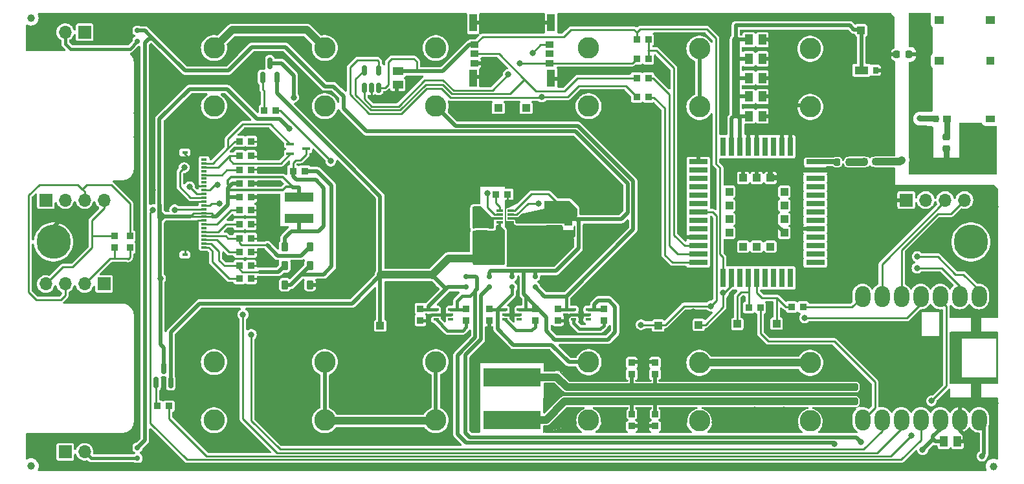
<source format=gbr>
%TF.GenerationSoftware,KiCad,Pcbnew,8.0.5*%
%TF.CreationDate,2024-10-26T00:13:30+01:00*%
%TF.ProjectId,V3,56332e6b-6963-4616-945f-706362585858,rev?*%
%TF.SameCoordinates,Original*%
%TF.FileFunction,Copper,L1,Top*%
%TF.FilePolarity,Positive*%
%FSLAX46Y46*%
G04 Gerber Fmt 4.6, Leading zero omitted, Abs format (unit mm)*
G04 Created by KiCad (PCBNEW 8.0.5) date 2024-10-26 00:13:30*
%MOMM*%
%LPD*%
G01*
G04 APERTURE LIST*
G04 Aperture macros list*
%AMRoundRect*
0 Rectangle with rounded corners*
0 $1 Rounding radius*
0 $2 $3 $4 $5 $6 $7 $8 $9 X,Y pos of 4 corners*
0 Add a 4 corners polygon primitive as box body*
4,1,4,$2,$3,$4,$5,$6,$7,$8,$9,$2,$3,0*
0 Add four circle primitives for the rounded corners*
1,1,$1+$1,$2,$3*
1,1,$1+$1,$4,$5*
1,1,$1+$1,$6,$7*
1,1,$1+$1,$8,$9*
0 Add four rect primitives between the rounded corners*
20,1,$1+$1,$2,$3,$4,$5,0*
20,1,$1+$1,$4,$5,$6,$7,0*
20,1,$1+$1,$6,$7,$8,$9,0*
20,1,$1+$1,$8,$9,$2,$3,0*%
G04 Aperture macros list end*
%TA.AperFunction,SMDPad,CuDef*%
%ADD10RoundRect,1.000000X-0.000010X0.375000X-0.000010X-0.375000X0.000010X-0.375000X0.000010X0.375000X0*%
%TD*%
%TA.AperFunction,SMDPad,CuDef*%
%ADD11RoundRect,0.254000X-0.762000X-0.254000X0.762000X-0.254000X0.762000X0.254000X-0.762000X0.254000X0*%
%TD*%
%TA.AperFunction,SMDPad,CuDef*%
%ADD12R,0.889000X0.889000*%
%TD*%
%TA.AperFunction,SMDPad,CuDef*%
%ADD13R,0.900000X0.900000*%
%TD*%
%TA.AperFunction,SMDPad,CuDef*%
%ADD14R,1.000000X1.000000*%
%TD*%
%TA.AperFunction,SMDPad,CuDef*%
%ADD15R,0.850000X0.300000*%
%TD*%
%TA.AperFunction,SMDPad,CuDef*%
%ADD16RoundRect,0.150000X0.200000X-0.150000X0.200000X0.150000X-0.200000X0.150000X-0.200000X-0.150000X0*%
%TD*%
%TA.AperFunction,SMDPad,CuDef*%
%ADD17R,1.092200X1.803400*%
%TD*%
%TA.AperFunction,SMDPad,CuDef*%
%ADD18R,0.838200X0.711200*%
%TD*%
%TA.AperFunction,SMDPad,CuDef*%
%ADD19R,1.016000X1.400000*%
%TD*%
%TA.AperFunction,SMDPad,CuDef*%
%ADD20C,1.000000*%
%TD*%
%TA.AperFunction,SMDPad,CuDef*%
%ADD21RoundRect,0.218750X0.218750X0.256250X-0.218750X0.256250X-0.218750X-0.256250X0.218750X-0.256250X0*%
%TD*%
%TA.AperFunction,SMDPad,CuDef*%
%ADD22RoundRect,0.225000X0.225000X0.375000X-0.225000X0.375000X-0.225000X-0.375000X0.225000X-0.375000X0*%
%TD*%
%TA.AperFunction,SMDPad,CuDef*%
%ADD23R,1.400000X1.016000*%
%TD*%
%TA.AperFunction,SMDPad,CuDef*%
%ADD24RoundRect,0.150000X0.150000X-0.587500X0.150000X0.587500X-0.150000X0.587500X-0.150000X-0.587500X0*%
%TD*%
%TA.AperFunction,SMDPad,CuDef*%
%ADD25R,0.800000X0.300000*%
%TD*%
%TA.AperFunction,SMDPad,CuDef*%
%ADD26R,0.800000X0.400000*%
%TD*%
%TA.AperFunction,SMDPad,CuDef*%
%ADD27RoundRect,0.218750X-0.256250X0.218750X-0.256250X-0.218750X0.256250X-0.218750X0.256250X0.218750X0*%
%TD*%
%TA.AperFunction,SMDPad,CuDef*%
%ADD28RoundRect,0.100000X-0.225000X-0.100000X0.225000X-0.100000X0.225000X0.100000X-0.225000X0.100000X0*%
%TD*%
%TA.AperFunction,SMDPad,CuDef*%
%ADD29R,0.800000X0.900000*%
%TD*%
%TA.AperFunction,SMDPad,CuDef*%
%ADD30R,1.200000X1.000000*%
%TD*%
%TA.AperFunction,SMDPad,CuDef*%
%ADD31R,1.200000X0.900000*%
%TD*%
%TA.AperFunction,SMDPad,CuDef*%
%ADD32R,1.000000X0.900000*%
%TD*%
%TA.AperFunction,SMDPad,CuDef*%
%ADD33R,7.493000X2.489200*%
%TD*%
%TA.AperFunction,ComponentPad*%
%ADD34C,4.500000*%
%TD*%
%TA.AperFunction,SMDPad,CuDef*%
%ADD35R,1.092200X0.990600*%
%TD*%
%TA.AperFunction,SMDPad,CuDef*%
%ADD36R,0.990600X2.311400*%
%TD*%
%TA.AperFunction,SMDPad,CuDef*%
%ADD37R,0.990600X0.812800*%
%TD*%
%TA.AperFunction,SMDPad,CuDef*%
%ADD38R,1.803400X1.092200*%
%TD*%
%TA.AperFunction,SMDPad,CuDef*%
%ADD39R,0.711200X0.838200*%
%TD*%
%TA.AperFunction,SMDPad,CuDef*%
%ADD40R,2.489200X0.711200*%
%TD*%
%TA.AperFunction,SMDPad,CuDef*%
%ADD41R,0.711200X2.489200*%
%TD*%
%TA.AperFunction,SMDPad,CuDef*%
%ADD42R,0.990600X0.990600*%
%TD*%
%TA.AperFunction,SMDPad,CuDef*%
%ADD43R,3.708400X1.193800*%
%TD*%
%TA.AperFunction,SMDPad,CuDef*%
%ADD44R,1.524000X1.016000*%
%TD*%
%TA.AperFunction,SMDPad,CuDef*%
%ADD45RoundRect,0.150000X0.150000X-0.512500X0.150000X0.512500X-0.150000X0.512500X-0.150000X-0.512500X0*%
%TD*%
%TA.AperFunction,SMDPad,CuDef*%
%ADD46RoundRect,0.218750X-0.218750X-0.256250X0.218750X-0.256250X0.218750X0.256250X-0.218750X0.256250X0*%
%TD*%
%TA.AperFunction,SMDPad,CuDef*%
%ADD47R,1.016000X0.457200*%
%TD*%
%TA.AperFunction,ComponentPad*%
%ADD48C,2.800000*%
%TD*%
%TA.AperFunction,ComponentPad*%
%ADD49R,1.700000X1.700000*%
%TD*%
%TA.AperFunction,ComponentPad*%
%ADD50O,1.700000X1.700000*%
%TD*%
%TA.AperFunction,ViaPad*%
%ADD51C,0.800000*%
%TD*%
%TA.AperFunction,Conductor*%
%ADD52C,0.250000*%
%TD*%
%TA.AperFunction,Conductor*%
%ADD53C,0.500000*%
%TD*%
%TA.AperFunction,Conductor*%
%ADD54C,0.400000*%
%TD*%
%TA.AperFunction,Conductor*%
%ADD55C,1.000000*%
%TD*%
%TA.AperFunction,Conductor*%
%ADD56C,0.300000*%
%TD*%
%TA.AperFunction,Conductor*%
%ADD57C,0.700000*%
%TD*%
%TA.AperFunction,Conductor*%
%ADD58C,0.800000*%
%TD*%
G04 APERTURE END LIST*
D10*
%TO.P,U2,1,PA02_A0_D0*%
%TO.N,DISPLAY_RST*%
X61070000Y-7135000D03*
%TO.P,U2,2,PA4_A1_D1*%
%TO.N,DISPLAY_DC*%
X58530000Y-7135000D03*
%TO.P,U2,3,PA10_A2_D2*%
%TO.N,CO2_PWR*%
X55990000Y-7135000D03*
%TO.P,U2,4,PA11_A3_D3*%
%TO.N,GSM_PWR*%
X53450000Y-7135000D03*
%TO.P,U2,5,PA8_A4_D4_SDA*%
%TO.N,SDA*%
X50910000Y-7135000D03*
%TO.P,U2,6,PA9_A5_D5_SCL*%
%TO.N,SCL*%
X48370000Y-7135000D03*
%TO.P,U2,7,PB08_A6_D6_TX*%
%TO.N,Net-(U2-PB08_A6_D6_TX)*%
X45830000Y-7135000D03*
%TO.P,U2,8,PB09_A7_D7_RX*%
%TO.N,Net-(U2-PB09_A7_D7_RX)*%
X45830000Y-23300000D03*
%TO.P,U2,9,PA7_A8_D8_SCK*%
%TO.N,DISPLAY_SCK*%
X48370000Y-23300000D03*
%TO.P,U2,10,PA5_A9_D9_MISO*%
%TO.N,DISPLAY_BUSY*%
X50910000Y-23300000D03*
%TO.P,U2,11,PA6_A10_D10_MOSI*%
%TO.N,DISPLAY_MOSI*%
X53450000Y-23300000D03*
%TO.P,U2,12,3V3*%
%TO.N,MCU_3V3*%
X55990000Y-23300000D03*
%TO.P,U2,13,GND*%
%TO.N,GND*%
X58530000Y-23300000D03*
%TO.P,U2,14,5V*%
%TO.N,USB_5V*%
X61070000Y-23300000D03*
D11*
%TO.P,U2,15,5V*%
%TO.N,Net-(C10-Pad1)*%
X44220000Y-19000000D03*
%TO.P,U2,16,GND*%
%TO.N,Net-(C11-Pad1)*%
X44220000Y-20905000D03*
%TD*%
D12*
%TO.P,R4,1*%
%TO.N,Net-(IC1-VSET)*%
X-2095400Y6248800D03*
%TO.P,R4,2*%
%TO.N,GND*%
X-571400Y6248800D03*
%TD*%
D13*
%TO.P,C10,1*%
%TO.N,Net-(C10-Pad1)*%
X18700000Y-17324000D03*
%TO.P,C10,2*%
%TO.N,GND*%
X18700000Y-15800000D03*
%TD*%
%TO.P,C29,1*%
%TO.N,PREVGL*%
X-35695000Y-3100000D03*
%TO.P,C29,2*%
%TO.N,GND*%
X-34171000Y-3100000D03*
%TD*%
%TO.P,C9,1*%
%TO.N,Net-(C11-Pad1)*%
X15650000Y-22526000D03*
%TO.P,C9,2*%
%TO.N,GND*%
X15650000Y-24050000D03*
%TD*%
D14*
%TO.P,RESET1,1,1*%
%TO.N,DISPLAY_RST*%
X24400000Y-10850000D03*
%TD*%
D15*
%TO.P,IC1,1,GND*%
%TO.N,GND*%
X-187400Y2565600D03*
%TO.P,IC1,2,VIN*%
%TO.N,+BATT*%
X-187400Y3065600D03*
%TO.P,IC1,3,MODE*%
%TO.N,GND*%
X-187400Y3565600D03*
%TO.P,IC1,4,EN*%
%TO.N,+BATT*%
X-187400Y4065600D03*
%TO.P,IC1,5,VSET*%
%TO.N,Net-(IC1-VSET)*%
X-1587400Y4065600D03*
%TO.P,IC1,6,STOP*%
%TO.N,GND*%
X-1587400Y3565600D03*
%TO.P,IC1,7,SW*%
%TO.N,Net-(IC1-SW)*%
X-1587400Y3065600D03*
%TO.P,IC1,8,VOS*%
%TO.N,VDD*%
X-1587400Y2565600D03*
%TD*%
D13*
%TO.P,C6,1*%
%TO.N,GND*%
X-3000000Y-10261999D03*
%TO.P,C6,2*%
%TO.N,Vin1*%
X-3000000Y-8738001D03*
%TD*%
D16*
%TO.P,D4,1,K*%
%TO.N,+BATT*%
X3000000Y-4500000D03*
%TO.P,D4,2,A*%
%TO.N,Vin2*%
X3000000Y-5900000D03*
%TD*%
D17*
%TO.P,CR2,1*%
%TO.N,+BATT*%
X7339000Y2974200D03*
D18*
%TO.P,CR2,2*%
%TO.N,GND*%
X7339000Y1125100D03*
%TD*%
D12*
%TO.P,R15,1,1*%
%TO.N,GND*%
X-34136999Y11300001D03*
%TO.P,R15,2,2*%
%TO.N,RESE*%
X-35660999Y11300001D03*
%TD*%
D19*
%TO.P,C14,1,1*%
%TO.N,GSM_VCC*%
X30961000Y26500000D03*
%TO.P,C14,2,2*%
%TO.N,GND*%
X32740000Y26500000D03*
%TD*%
D14*
%TO.P,RxD1,1,1*%
%TO.N,RxD_main*%
X34600000Y-10700000D03*
%TD*%
D20*
%TO.P,FID5,*%
%TO.N,*%
X62960000Y-29390000D03*
%TD*%
D12*
%TO.P,R16,1,1*%
%TO.N,TVS_IO*%
X16288001Y24000000D03*
%TO.P,R16,2,2*%
%TO.N,SIM_IO*%
X17811999Y24000000D03*
%TD*%
D13*
%TO.P,C22,1*%
%TO.N,Net-(J3-VSH2)*%
X-35673999Y9400000D03*
%TO.P,C22,2*%
%TO.N,GND*%
X-34149999Y9400000D03*
%TD*%
D19*
%TO.P,C15,1,1*%
%TO.N,GSM_VCC*%
X30961000Y19050000D03*
%TO.P,C15,2,2*%
%TO.N,GND*%
X32740000Y19050000D03*
%TD*%
D14*
%TO.P,BOOT1,1,1*%
%TO.N,DISPLAY_DC*%
X19100000Y-10950000D03*
%TD*%
D21*
%TO.P,L3,1,1*%
%TO.N,Net-(L2-Pad2)*%
X51870500Y24584600D03*
%TO.P,L3,2,2*%
%TO.N,GND*%
X50295500Y24584600D03*
%TD*%
D22*
%TO.P,D9,1,K*%
%TO.N,PREVGH*%
X-26450000Y-600000D03*
%TO.P,D9,2,A*%
%TO.N,Net-(D9-A)*%
X-29750000Y-600000D03*
%TD*%
D12*
%TO.P,R3,1,1*%
%TO.N,TxD_main*%
X30938000Y-8600000D03*
%TO.P,R3,2,2*%
%TO.N,Net-(U2-PB09_A7_D7_RX)*%
X32462000Y-8600000D03*
%TD*%
%TO.P,R7,1,1*%
%TO.N,+BATT*%
X12000000Y-8738001D03*
%TO.P,R7,2,2*%
%TO.N,Net-(U18-~{CE})*%
X12000000Y-10261999D03*
%TD*%
D22*
%TO.P,D7,1,K*%
%TO.N,Net-(D7-K)*%
X-26450000Y-3100000D03*
%TO.P,D7,2,A*%
%TO.N,PREVGL*%
X-29750000Y-3100000D03*
%TD*%
D12*
%TO.P,R12,1,1*%
%TO.N,GND*%
X-34136999Y13200001D03*
%TO.P,R12,2,2*%
%TO.N,GDR*%
X-35660999Y13200001D03*
%TD*%
D16*
%TO.P,D10,1,K*%
%TO.N,MCU_3V3*%
X-6000000Y-4500000D03*
%TO.P,D10,2,A*%
%TO.N,VDD*%
X-6000000Y-5900000D03*
%TD*%
D13*
%TO.P,C12,1*%
%TO.N,VDD*%
X-12000000Y-8738001D03*
%TO.P,C12,2*%
%TO.N,GND*%
X-12000000Y-10261999D03*
%TD*%
D23*
%TO.P,C1,1,1*%
%TO.N,GND*%
X2324200Y1508200D03*
%TO.P,C1,2,2*%
%TO.N,+BATT*%
X2324200Y3287200D03*
%TD*%
D16*
%TO.P,D5,1,K*%
%TO.N,+BATT*%
X-49000000Y27700000D03*
%TO.P,D5,2,A*%
%TO.N,Net-(D5-A)*%
X-49000000Y26300000D03*
%TD*%
D19*
%TO.P,C5,1,1*%
%TO.N,MCU_3V3*%
X56461000Y-26100000D03*
%TO.P,C5,2,2*%
%TO.N,GND*%
X58240000Y-26100000D03*
%TD*%
D13*
%TO.P,C11,1*%
%TO.N,Net-(C11-Pad1)*%
X18700000Y-22526000D03*
%TO.P,C11,2*%
%TO.N,GND*%
X18700000Y-24050000D03*
%TD*%
D24*
%TO.P,Q3,1,G*%
%TO.N,Net-(Q3-G)*%
X-46550000Y-18437500D03*
%TO.P,Q3,2,S*%
%TO.N,VDD*%
X-44650000Y-18437500D03*
%TO.P,Q3,3,D*%
%TO.N,CO2_VCC*%
X-45600000Y-16562500D03*
%TD*%
D12*
%TO.P,R13,1,1*%
%TO.N,Net-(Q3-G)*%
X-46423998Y-21500000D03*
%TO.P,R13,2,2*%
%TO.N,CO2_PWR*%
X-44900000Y-21500000D03*
%TD*%
%TO.P,R9,1,1*%
%TO.N,SIM_VCC*%
X16288001Y26500000D03*
%TO.P,R9,2,2*%
%TO.N,SIM_IO*%
X17811999Y26500000D03*
%TD*%
%TO.P,R8,1,1*%
%TO.N,MCU_3V3*%
X-6000000Y-8738001D03*
%TO.P,R8,2,2*%
%TO.N,Net-(U1-~{CE})*%
X-6000000Y-10261999D03*
%TD*%
D13*
%TO.P,C33,1*%
%TO.N,CO2_VCC*%
X-35686999Y7650000D03*
%TO.P,C33,2*%
%TO.N,GND*%
X-34162999Y7650000D03*
%TD*%
D19*
%TO.P,C2,1,1*%
%TO.N,VDD*%
X-1689000Y670000D03*
%TO.P,C2,2,2*%
%TO.N,GND*%
X90000Y670000D03*
%TD*%
D12*
%TO.P,R1,1,1*%
%TO.N,SDA*%
X-52000000Y761999D03*
%TO.P,R1,2,2*%
%TO.N,CO2_VCC*%
X-52000000Y-761999D03*
%TD*%
D19*
%TO.P,C3,1,1*%
%TO.N,VDD*%
X-1716000Y-1816800D03*
%TO.P,C3,2,2*%
%TO.N,GND*%
X63000Y-1816800D03*
%TD*%
D12*
%TO.P,R18,1,1*%
%TO.N,SIM_CLK*%
X17811999Y19000000D03*
%TO.P,R18,2,2*%
%TO.N,TVS_CLK*%
X16288001Y19000000D03*
%TD*%
%TO.P,R6,1,1*%
%TO.N,+BATT*%
X3000000Y-8738001D03*
%TO.P,R6,2,2*%
%TO.N,Net-(U3-~{CE})*%
X3000000Y-10261999D03*
%TD*%
D13*
%TO.P,C21,1*%
%TO.N,PREVGH*%
X-35687999Y500000D03*
%TO.P,C21,2*%
%TO.N,GND*%
X-34163999Y500000D03*
%TD*%
D22*
%TO.P,D8,1,K*%
%TO.N,GND*%
X-26450000Y-5600000D03*
%TO.P,D8,2,A*%
%TO.N,Net-(D7-K)*%
X-29750000Y-5600000D03*
%TD*%
D19*
%TO.P,C17,1,1*%
%TO.N,GSM_VCC*%
X30961000Y16500000D03*
%TO.P,C17,2,2*%
%TO.N,GND*%
X32740000Y16500000D03*
%TD*%
D13*
%TO.P,C20,1*%
%TO.N,Net-(ANT1-FEED_(50_OHM))*%
X47562000Y10500000D03*
%TO.P,C20,2*%
%TO.N,Net-(C20-Pad2)*%
X46038000Y10500000D03*
%TD*%
D23*
%TO.P,C4,1,1*%
%TO.N,GND*%
X4788000Y1508200D03*
%TO.P,C4,2,2*%
%TO.N,+BATT*%
X4788000Y3287200D03*
%TD*%
%TO.P,C7,1,1*%
%TO.N,SIM_VCC*%
X-14950000Y22389000D03*
%TO.P,C7,2,2*%
%TO.N,GND*%
X-14950000Y20610000D03*
%TD*%
D12*
%TO.P,R17,1,1*%
%TO.N,SIM_RST*%
X17811999Y21500000D03*
%TO.P,R17,2,2*%
%TO.N,TVS_RST*%
X16288001Y21500000D03*
%TD*%
D25*
%TO.P,J3,1,NC*%
%TO.N,unconnected-(J3-NC-Pad1)*%
X-40300000Y10800000D03*
%TO.P,J3,2,GDR*%
%TO.N,GDR*%
X-40300000Y10300000D03*
%TO.P,J3,3,RESE*%
%TO.N,RESE*%
X-40300000Y9800000D03*
%TO.P,J3,4,NC*%
%TO.N,unconnected-(J3-NC-Pad4)*%
X-40300000Y9300000D03*
%TO.P,J3,5,VSH2*%
%TO.N,Net-(J3-VSH2)*%
X-40300000Y8800000D03*
%TO.P,J3,6,TSCL*%
%TO.N,unconnected-(J3-TSCL-Pad6)*%
X-40300000Y8300000D03*
%TO.P,J3,7,TSDA*%
%TO.N,unconnected-(J3-TSDA-Pad7)*%
X-40300000Y7800000D03*
%TO.P,J3,8,BS*%
%TO.N,GND*%
X-40300000Y7300000D03*
%TO.P,J3,9,BUSY*%
%TO.N,DISPLAY_BUSY*%
X-40300000Y6800000D03*
%TO.P,J3,10,RES*%
%TO.N,DISPLAY_RST*%
X-40300000Y6300000D03*
%TO.P,J3,11,D/C*%
%TO.N,DISPLAY_DC*%
X-40300000Y5800000D03*
%TO.P,J3,12,CS*%
%TO.N,GND*%
X-40300000Y5300000D03*
%TO.P,J3,13,SCL*%
%TO.N,DISPLAY_SCK*%
X-40300000Y4800000D03*
%TO.P,J3,14,SDA*%
%TO.N,DISPLAY_MOSI*%
X-40300000Y4300000D03*
%TO.P,J3,15,VDDIO*%
%TO.N,CO2_VCC*%
X-40300000Y3800000D03*
%TO.P,J3,16,VCI*%
X-40300000Y3300000D03*
%TO.P,J3,17,VSS*%
%TO.N,GND*%
X-40300000Y2800000D03*
%TO.P,J3,18,VDD*%
%TO.N,Net-(J3-VDD)*%
X-40300000Y2300000D03*
%TO.P,J3,19,VPP*%
%TO.N,unconnected-(J3-VPP-Pad19)*%
X-40300000Y1800000D03*
%TO.P,J3,20,VSHI*%
%TO.N,Net-(J3-VSHI)*%
X-40300000Y1300000D03*
%TO.P,J3,21,PREVGH*%
%TO.N,PREVGH*%
X-40300000Y800000D03*
%TO.P,J3,22,VSL*%
%TO.N,Net-(J3-VSL)*%
X-40300000Y300000D03*
%TO.P,J3,23,PREVGL*%
%TO.N,PREVGL*%
X-40300000Y-200000D03*
%TO.P,J3,24,VCOM*%
%TO.N,Net-(J3-VCOM)*%
X-40300000Y-700000D03*
D26*
%TO.P,J3,S1,SHIELD*%
%TO.N,GND*%
X-42800000Y11750000D03*
%TO.P,J3,S2,SHIELD__1*%
X-42800000Y-1650000D03*
%TD*%
D16*
%TO.P,D6,1,K*%
%TO.N,+BATT*%
X-49010000Y-26930000D03*
%TO.P,D6,2,A*%
%TO.N,Net-(D6-A)*%
X-49010000Y-28330000D03*
%TD*%
D27*
%TO.P,L2,1,1*%
%TO.N,Net-(ANT1-GROUND_FEED)*%
X56831600Y13787500D03*
%TO.P,L2,2,2*%
%TO.N,Net-(L2-Pad2)*%
X56831600Y12212500D03*
%TD*%
D13*
%TO.P,C26,1*%
%TO.N,Net-(J3-VSHI)*%
X-35698999Y2350000D03*
%TO.P,C26,2*%
%TO.N,GND*%
X-34174999Y2350000D03*
%TD*%
D28*
%TO.P,U18,1,VIN*%
%TO.N,Vin2*%
X8050000Y-8850000D03*
%TO.P,U18,2,GND*%
%TO.N,GND*%
X8050000Y-9500000D03*
%TO.P,U18,3,~{CE}*%
%TO.N,Net-(U18-~{CE})*%
X8050000Y-10150000D03*
%TO.P,U18,4,NC*%
%TO.N,unconnected-(U18-NC-Pad4)*%
X9950000Y-10150000D03*
%TO.P,U18,5,ST*%
%TO.N,GND*%
X9950000Y-9500000D03*
%TO.P,U18,6,VOUT*%
%TO.N,+BATT*%
X9950000Y-8850000D03*
%TD*%
D13*
%TO.P,C25,1*%
%TO.N,Net-(D7-K)*%
X-27149999Y9300000D03*
%TO.P,C25,2*%
%TO.N,Net-(D9-A)*%
X-28673999Y9300000D03*
%TD*%
%TO.P,C8,1*%
%TO.N,Net-(C10-Pad1)*%
X15650000Y-17324000D03*
%TO.P,C8,2*%
%TO.N,GND*%
X15650000Y-15800000D03*
%TD*%
D29*
%TO.P,ANT1,1,FEED_(50_OHM)*%
%TO.N,Net-(ANT1-FEED_(50_OHM))*%
X55450000Y16150000D03*
D30*
%TO.P,ANT1,2,NC_1*%
%TO.N,unconnected-(ANT1-NC_1-Pad2)*%
X55850000Y23750000D03*
%TO.P,ANT1,3,NC_2*%
%TO.N,unconnected-(ANT1-NC_2-Pad3)*%
X55850000Y29100000D03*
%TO.P,ANT1,4,NC_3*%
%TO.N,unconnected-(ANT1-NC_3-Pad4)*%
X62550000Y29100000D03*
D14*
%TO.P,ANT1,5,NC_4*%
%TO.N,unconnected-(ANT1-NC_4-Pad5)*%
X62550000Y23750000D03*
D31*
%TO.P,ANT1,6,NC_5*%
%TO.N,unconnected-(ANT1-NC_5-Pad6)*%
X62550000Y16150000D03*
D32*
%TO.P,ANT1,7,GROUND_FEED*%
%TO.N,Net-(ANT1-GROUND_FEED)*%
X56840000Y16150000D03*
%TD*%
D12*
%TO.P,R14,1,1*%
%TO.N,GSM_PWR*%
X-30880000Y17240000D03*
%TO.P,R14,2,2*%
%TO.N,Net-(Q4-G)*%
X-32403998Y17240000D03*
%TD*%
D33*
%TO.P,L5,1,1*%
%TO.N,Net-(C10-Pad1)*%
X0Y-17700001D03*
%TO.P,L5,2,2*%
%TO.N,Net-(C11-Pad1)*%
X0Y-23299999D03*
%TD*%
D19*
%TO.P,C13,1,1*%
%TO.N,GSM_VCC*%
X30961000Y24000000D03*
%TO.P,C13,2,2*%
%TO.N,GND*%
X32740000Y24000000D03*
%TD*%
D20*
%TO.P,FID1,*%
%TO.N,*%
X-62950000Y29360000D03*
%TD*%
D16*
%TO.P,D3,1,K*%
%TO.N,+BATT*%
X0Y-4500000D03*
%TO.P,D3,2,A*%
%TO.N,Vin1*%
X0Y-5900000D03*
%TD*%
D34*
%TO.P,H1,1,1*%
%TO.N,GND*%
X60000000Y0D03*
%TD*%
D12*
%TO.P,R2,1,1*%
%TO.N,SCL*%
X-50000000Y761999D03*
%TO.P,R2,2,2*%
%TO.N,CO2_VCC*%
X-50000000Y-761999D03*
%TD*%
D13*
%TO.P,C23,1*%
%TO.N,CO2_VCC*%
X-35686999Y5900000D03*
%TO.P,C23,2*%
%TO.N,GND*%
X-34162999Y5900000D03*
%TD*%
D24*
%TO.P,Q4,1,G*%
%TO.N,Net-(Q4-G)*%
X-32650000Y21562500D03*
%TO.P,Q4,2,S*%
%TO.N,VDD*%
X-30750000Y21562500D03*
%TO.P,Q4,3,D*%
%TO.N,GSM_VCC*%
X-31700000Y23437501D03*
%TD*%
D35*
%TO.P,U12,11*%
%TO.N,N/C*%
X1820000Y17575000D03*
%TO.P,U12,12*%
X-1820000Y17575000D03*
D36*
%TO.P,U12,G1,GND*%
%TO.N,GND*%
X5100000Y28700000D03*
%TO.P,U12,G2,GND*%
X5100000Y21500002D03*
%TO.P,U12,G3,GND*%
X-5100000Y21500002D03*
%TO.P,U12,G4,GND*%
X-5100000Y28700000D03*
D37*
%TO.P,U12,S1,VCC*%
%TO.N,SIM_VCC*%
X-4900000Y25850000D03*
%TO.P,U12,S2,RST*%
%TO.N,TVS_RST*%
X-4900000Y24650000D03*
%TO.P,U12,S3,CLK*%
%TO.N,TVS_CLK*%
X4900000Y25850000D03*
%TO.P,U12,S4,GND*%
%TO.N,GND*%
X-4900000Y23450000D03*
%TO.P,U12,S5,VPP*%
%TO.N,unconnected-(U12-VPP-PadS5)*%
X4900000Y24650000D03*
%TO.P,U12,S6,I/O*%
%TO.N,TVS_IO*%
X4900000Y23450000D03*
%TD*%
D13*
%TO.P,C24,1*%
%TO.N,Net-(J3-VDD)*%
X-35698999Y4150000D03*
%TO.P,C24,2*%
%TO.N,GND*%
X-34174999Y4150000D03*
%TD*%
D20*
%TO.P,FID6,*%
%TO.N,*%
X-62930000Y-29350000D03*
%TD*%
D14*
%TO.P,VDD1,1,1*%
%TO.N,VDD*%
X-17250000Y-10950000D03*
%TD*%
D28*
%TO.P,U1,1,VIN*%
%TO.N,VDD*%
X-9950000Y-8850000D03*
%TO.P,U1,2,GND*%
%TO.N,GND*%
X-9950000Y-9500000D03*
%TO.P,U1,3,~{CE}*%
%TO.N,Net-(U1-~{CE})*%
X-9950000Y-10150000D03*
%TO.P,U1,4,NC*%
%TO.N,unconnected-(U1-NC-Pad4)*%
X-8050000Y-10150000D03*
%TO.P,U1,5,ST*%
%TO.N,GND*%
X-8050000Y-9500000D03*
%TO.P,U1,6,VOUT*%
%TO.N,MCU_3V3*%
X-8050000Y-8850000D03*
%TD*%
D19*
%TO.P,C16,1,1*%
%TO.N,GSM_VCC*%
X30961000Y21500000D03*
%TO.P,C16,2,2*%
%TO.N,GND*%
X32740000Y21500000D03*
%TD*%
D38*
%TO.P,CR1,1*%
%TO.N,GSM_VCC*%
X45700900Y22500000D03*
D39*
%TO.P,CR1,2*%
%TO.N,GND*%
X47550000Y22500000D03*
%TD*%
D16*
%TO.P,D1,1,K*%
%TO.N,+BATT*%
X-3000000Y-4500000D03*
%TO.P,D1,2,A*%
%TO.N,USB_5V*%
X-3000000Y-5900000D03*
%TD*%
D13*
%TO.P,C18,1*%
%TO.N,GND*%
X6000000Y-10261999D03*
%TO.P,C18,2*%
%TO.N,Vin2*%
X6000000Y-8738001D03*
%TD*%
D40*
%TO.P,U11,1,GND*%
%TO.N,GND*%
X24350000Y10500002D03*
%TO.P,U11,2,RESERVED*%
%TO.N,unconnected-(U11-RESERVED-Pad2)*%
X24350001Y9400002D03*
%TO.P,U11,3,GPIO1*%
%TO.N,unconnected-(U11-GPIO1-Pad3)*%
X24350001Y8300004D03*
%TO.P,U11,4,GPIO2*%
%TO.N,unconnected-(U11-GPIO2-Pad4)*%
X24350000Y7200004D03*
%TO.P,U11,5,GPIO3*%
%TO.N,unconnected-(U11-GPIO3-Pad5)*%
X24350000Y6100005D03*
%TO.P,U11,6,GPIO4*%
%TO.N,unconnected-(U11-GPIO4-Pad6)*%
X24350001Y5000003D03*
%TO.P,U11,7,BOOT*%
%TO.N,DISPLAY_DC*%
X24350000Y3900003D03*
%TO.P,U11,8,RESERVED*%
%TO.N,unconnected-(U11-RESERVED-Pad8)*%
X24350001Y2800003D03*
%TO.P,U11,9,ADC0*%
%TO.N,unconnected-(U11-ADC0-Pad9)*%
X24350000Y1700001D03*
%TO.P,U11,10,USIM_GND*%
%TO.N,GND*%
X24350000Y600002D03*
%TO.P,U11,11,USIM_DATA*%
%TO.N,SIM_IO*%
X24350001Y-499998D03*
%TO.P,U11,12,USIM_RST*%
%TO.N,SIM_RST*%
X24350000Y-1599999D03*
%TO.P,U11,13,USIM_CLK*%
%TO.N,SIM_CLK*%
X24350000Y-2699999D03*
D41*
%TO.P,U11,14,USIM_VDD*%
%TO.N,SIM_VCC*%
X27599999Y-4699994D03*
%TO.P,U11,15,RESET_N*%
%TO.N,DISPLAY_RST*%
X28699999Y-4699995D03*
%TO.P,U11,16,NETLIGHT*%
%TO.N,unconnected-(U11-NETLIGHT-Pad16)*%
X29799998Y-4699995D03*
%TO.P,U11,17,MAIN_TXD*%
%TO.N,TxD_main*%
X30900000Y-4699994D03*
%TO.P,U11,18,MAIN_RXD*%
%TO.N,RxD_main*%
X32000000Y-4699995D03*
%TO.P,U11,19,PSM_EINT*%
%TO.N,unconnected-(U11-PSM_EINT-Pad19)*%
X33100000Y-4699994D03*
%TO.P,U11,20,RI*%
%TO.N,unconnected-(U11-RI-Pad20)*%
X34200002Y-4699995D03*
%TO.P,U11,21,RESERVED*%
%TO.N,unconnected-(U11-RESERVED-Pad21)*%
X35300001Y-4699995D03*
%TO.P,U11,22,RESERVED*%
%TO.N,unconnected-(U11-RESERVED-Pad22)*%
X36400001Y-4699994D03*
D40*
%TO.P,U11,23,RESERVED*%
%TO.N,unconnected-(U11-RESERVED-Pad23)*%
X39650000Y-2699996D03*
%TO.P,U11,24,VDD_EXT*%
%TO.N,unconnected-(U11-VDD_EXT-Pad24)*%
X39649999Y-1599996D03*
%TO.P,U11,25,RESERVED*%
%TO.N,unconnected-(U11-RESERVED-Pad25)*%
X39650000Y-499996D03*
%TO.P,U11,26,RESERVED*%
%TO.N,unconnected-(U11-RESERVED-Pad26)*%
X39650000Y600002D03*
%TO.P,U11,27,GND*%
%TO.N,GND*%
X39650000Y1700001D03*
%TO.P,U11,28,RESERVED*%
%TO.N,unconnected-(U11-RESERVED-Pad28)*%
X39649999Y2800003D03*
%TO.P,U11,29,RESERVED*%
%TO.N,unconnected-(U11-RESERVED-Pad29)*%
X39650000Y3900003D03*
%TO.P,U11,30,RESERVED*%
%TO.N,unconnected-(U11-RESERVED-Pad30)*%
X39649999Y5000003D03*
%TO.P,U11,31,RESERVED*%
%TO.N,unconnected-(U11-RESERVED-Pad31)*%
X39650000Y6100005D03*
%TO.P,U11,32,RESERVED*%
%TO.N,unconnected-(U11-RESERVED-Pad32)*%
X39650000Y7200004D03*
%TO.P,U11,33,RESERVED*%
%TO.N,unconnected-(U11-RESERVED-Pad33)*%
X39649999Y8300004D03*
%TO.P,U11,34,GND*%
%TO.N,GND*%
X39650000Y9400005D03*
%TO.P,U11,35,ANT_RF*%
%TO.N,ANT*%
X39650000Y10500005D03*
D41*
%TO.P,U11,36,GND*%
%TO.N,GND*%
X36400001Y12500000D03*
%TO.P,U11,37,GND*%
X35300001Y12500001D03*
%TO.P,U11,38,DBG_RXD*%
%TO.N,unconnected-(U11-DBG_RXD-Pad38)*%
X34200002Y12500001D03*
%TO.P,U11,39,DBG_TXD*%
%TO.N,unconnected-(U11-DBG_TXD-Pad39)*%
X33100000Y12500000D03*
%TO.P,U11,40,GND*%
%TO.N,GND*%
X32000000Y12500001D03*
%TO.P,U11,41,GND*%
X30900000Y12500000D03*
%TO.P,U11,42,VBAT*%
%TO.N,GSM_VCC*%
X29799998Y12500001D03*
%TO.P,U11,43,VBAT*%
X28699999Y12500001D03*
%TO.P,U11,44,RESERVED*%
%TO.N,unconnected-(U11-RESERVED-Pad44)*%
X27599999Y12500000D03*
D42*
%TO.P,U11,45,RESERVED*%
%TO.N,unconnected-(U11-RESERVED-Pad45)*%
X28400000Y6600003D03*
%TO.P,U11,46,RESERVED*%
%TO.N,unconnected-(U11-RESERVED-Pad46)*%
X28400000Y4800004D03*
%TO.P,U11,47,RESERVED*%
%TO.N,unconnected-(U11-RESERVED-Pad47)*%
X28400000Y3000002D03*
%TO.P,U11,48,RESERVED*%
%TO.N,unconnected-(U11-RESERVED-Pad48)*%
X28400000Y1200003D03*
%TO.P,U11,49,RESERVED*%
%TO.N,unconnected-(U11-RESERVED-Pad49)*%
X30200000Y-599997D03*
%TO.P,U11,50,RESERVED*%
%TO.N,unconnected-(U11-RESERVED-Pad50)*%
X32000000Y-599998D03*
%TO.P,U11,51,RESERVED*%
%TO.N,unconnected-(U11-RESERVED-Pad51)*%
X33800000Y-599997D03*
%TO.P,U11,52,VIO_SEL*%
%TO.N,GND*%
X35600000Y1200003D03*
%TO.P,U11,53,RESERVED*%
%TO.N,unconnected-(U11-RESERVED-Pad53)*%
X35600000Y3000002D03*
%TO.P,U11,54,GRFC1*%
%TO.N,unconnected-(U11-GRFC1-Pad54)*%
X35600000Y4800004D03*
%TO.P,U11,55,GRFC2*%
%TO.N,unconnected-(U11-GRFC2-Pad55)*%
X35600000Y6600003D03*
%TO.P,U11,56,GND*%
%TO.N,GND*%
X33800000Y8400003D03*
%TO.P,U11,57,GND*%
X32000000Y8400004D03*
%TO.P,U11,58,GND*%
X30200000Y8400003D03*
%TD*%
D28*
%TO.P,U3,1,VIN*%
%TO.N,Vin1*%
X-950000Y-8850000D03*
%TO.P,U3,2,GND*%
%TO.N,GND*%
X-950000Y-9500000D03*
%TO.P,U3,3,~{CE}*%
%TO.N,Net-(U3-~{CE})*%
X-950000Y-10150000D03*
%TO.P,U3,4,NC*%
%TO.N,unconnected-(U3-NC-Pad4)*%
X950000Y-10150000D03*
%TO.P,U3,5,ST*%
%TO.N,GND*%
X950000Y-9500000D03*
%TO.P,U3,6,VOUT*%
%TO.N,+BATT*%
X950000Y-8850000D03*
%TD*%
D43*
%TO.P,L6,1,1*%
%TO.N,CO2_VCC*%
X-27850000Y5900000D03*
%TO.P,L6,2,2*%
%TO.N,Net-(D9-A)*%
X-27850000Y3106000D03*
%TD*%
D12*
%TO.P,R5,1,1*%
%TO.N,Net-(U2-PB08_A6_D6_TX)*%
X38061999Y-8500000D03*
%TO.P,R5,2,2*%
%TO.N,RxD_main*%
X36537999Y-8500000D03*
%TD*%
D13*
%TO.P,C30,1*%
%TO.N,Net-(J3-VCOM)*%
X-35687999Y-4800000D03*
%TO.P,C30,2*%
%TO.N,GND*%
X-34163999Y-4800000D03*
%TD*%
D44*
%TO.P,L1,1,1*%
%TO.N,Net-(IC1-SW)*%
X-3987400Y2815600D03*
%TO.P,L1,2,2*%
%TO.N,VDD*%
X-3987400Y1037600D03*
%TD*%
D13*
%TO.P,C28,1*%
%TO.N,Net-(J3-VSL)*%
X-35662999Y-1300000D03*
%TO.P,C28,2*%
%TO.N,GND*%
X-34138999Y-1300000D03*
%TD*%
D45*
%TO.P,D2,1,K*%
%TO.N,TVS_IO*%
X-19349998Y20225000D03*
%TO.P,D2,2,A*%
%TO.N,GND*%
X-18399999Y20225000D03*
%TO.P,D2,3,K*%
%TO.N,SIM_VCC*%
X-17450000Y20225000D03*
%TO.P,D2,4,K*%
%TO.N,TVS_CLK*%
X-17450000Y22500000D03*
%TO.P,D2,5,K*%
%TO.N,TVS_RST*%
X-19349998Y22500000D03*
%TD*%
D46*
%TO.P,L4,1,1*%
%TO.N,ANT*%
X42508500Y10480000D03*
%TO.P,L4,2,2*%
%TO.N,Net-(C20-Pad2)*%
X44083500Y10480000D03*
%TD*%
D47*
%TO.P,Q8,1,G*%
%TO.N,GDR*%
X-29032800Y12849999D03*
%TO.P,Q8,2,S*%
%TO.N,RESE*%
X-29032800Y11550001D03*
%TO.P,Q8,3,D*%
%TO.N,Net-(D9-A)*%
X-26950000Y12200000D03*
%TD*%
D14*
%TO.P,TxD1,1,1*%
%TO.N,TxD_main*%
X29450000Y-10750000D03*
%TD*%
%TO.P,GSM_VCC1,1,1*%
%TO.N,GSM_VCC*%
X45650000Y27750000D03*
%TD*%
D48*
%TO.P,U17,1*%
%TO.N,GND*%
X-39000000Y-23355000D03*
%TO.P,U17,2*%
X-39000000Y-15735000D03*
%TD*%
%TO.P,U4,1*%
%TO.N,unconnected-(U4-Pad1)*%
X10000000Y-23363500D03*
%TO.P,U4,2*%
%TO.N,Vin1*%
X10000000Y-15743500D03*
%TD*%
%TO.P,U13,1*%
%TO.N,Net-(U13-Pad1)*%
X-24500000Y25415000D03*
%TO.P,U13,2*%
X-24500000Y17795000D03*
%TD*%
%TO.P,U15,1*%
%TO.N,Net-(U15-Pad1)*%
X-10000000Y-23355000D03*
%TO.P,U15,2*%
X-10000000Y-15735000D03*
%TD*%
%TO.P,U14,1*%
%TO.N,Net-(U13-Pad1)*%
X-39000000Y25415000D03*
%TO.P,U14,2*%
X-39000000Y17795000D03*
%TD*%
%TO.P,U5,1*%
%TO.N,unconnected-(U5-Pad1)*%
X24500000Y-23453500D03*
%TO.P,U5,2*%
%TO.N,Net-(U5-Pad2)*%
X24500000Y-15833500D03*
%TD*%
%TO.P,U9,1*%
%TO.N,GND*%
X39000000Y25316500D03*
%TO.P,U9,2*%
X39000000Y17696500D03*
%TD*%
D49*
%TO.P,J6,1,Pin_1*%
%TO.N,GND*%
X-55920000Y27500000D03*
D50*
%TO.P,J6,2,Pin_2*%
%TO.N,Net-(D5-A)*%
X-58460000Y27500000D03*
%TD*%
D48*
%TO.P,U7,1*%
%TO.N,Net-(U7-Pad1)*%
X10000000Y25406500D03*
%TO.P,U7,2*%
X10000000Y17786500D03*
%TD*%
D49*
%TO.P,J4,1,Pin_1*%
%TO.N,GND*%
X51550000Y5500000D03*
D50*
%TO.P,J4,2,Pin_2*%
%TO.N,CO2_VCC*%
X54090000Y5500000D03*
%TO.P,J4,3,Pin_3*%
%TO.N,SCL*%
X56629999Y5500000D03*
%TO.P,J4,4,Pin_4*%
%TO.N,SDA*%
X59170000Y5500000D03*
%TD*%
D48*
%TO.P,U8,1*%
%TO.N,Net-(U7-Pad1)*%
X24500000Y25316500D03*
%TO.P,U8,2*%
X24500000Y17696500D03*
%TD*%
D49*
%TO.P,J1,1,Pin_1*%
%TO.N,GND*%
X-53380000Y-5500000D03*
D50*
%TO.P,J1,2,Pin_2*%
%TO.N,CO2_VCC*%
X-55920000Y-5500000D03*
%TO.P,J1,3,Pin_3*%
%TO.N,SCL*%
X-58459999Y-5500000D03*
%TO.P,J1,4,Pin_4*%
%TO.N,SDA*%
X-61000000Y-5500000D03*
%TD*%
D49*
%TO.P,J2,1,Pin_1*%
%TO.N,GND*%
X-61000000Y5500000D03*
D50*
%TO.P,J2,2,Pin_2*%
%TO.N,CO2_VCC*%
X-58460000Y5500000D03*
%TO.P,J2,3,Pin_3*%
%TO.N,SCL*%
X-55920001Y5500000D03*
%TO.P,J2,4,Pin_4*%
%TO.N,SDA*%
X-53380000Y5500000D03*
%TD*%
D48*
%TO.P,U10,1*%
%TO.N,unconnected-(U10-Pad1)*%
X-10000000Y25415000D03*
%TO.P,U10,2*%
%TO.N,Vin2*%
X-10000000Y17795000D03*
%TD*%
D34*
%TO.P,H2,1,1*%
%TO.N,GND*%
X-60000000Y0D03*
%TD*%
D49*
%TO.P,J7,1,Pin_1*%
%TO.N,GND*%
X-58460000Y-27500000D03*
D50*
%TO.P,J7,2,Pin_2*%
%TO.N,Net-(D6-A)*%
X-55920000Y-27500000D03*
%TD*%
D48*
%TO.P,U16,1*%
%TO.N,Net-(U15-Pad1)*%
X-24500000Y-23355000D03*
%TO.P,U16,2*%
X-24500000Y-15735000D03*
%TD*%
%TO.P,U6,1*%
%TO.N,unconnected-(U6-Pad1)*%
X39000000Y-23453500D03*
%TO.P,U6,2*%
%TO.N,Net-(U5-Pad2)*%
X39000000Y-15833500D03*
%TD*%
D51*
%TO.N,DISPLAY_DC*%
X52950000Y-3430000D03*
X16870000Y-10840000D03*
X25960000Y-8385000D03*
X-42900000Y9750000D03*
%TO.N,DISPLAY_MOSI*%
X-46970000Y4230000D03*
X-44150000Y4230000D03*
%TO.N,CO2_PWR*%
X52190000Y-25370000D03*
X54850000Y-20830000D03*
%TO.N,GSM_PWR*%
X-23720000Y10590000D03*
X38260000Y-9930000D03*
%TO.N,MCU_3V3*%
X42140000Y-26450000D03*
X53700000Y-27220000D03*
%TO.N,DISPLAY_SCK*%
X-34110000Y-12120000D03*
X-38310000Y5060000D03*
%TO.N,CO2_VCC*%
X-29140000Y14850000D03*
X-45980000Y-4750000D03*
%TO.N,GSM_VCC*%
X-28580000Y18960000D03*
X29225000Y16605000D03*
%TO.N,Net-(ANT1-FEED_(50_OHM))*%
X53350000Y16171225D03*
X50950000Y10750000D03*
%TO.N,DISPLAY_RST*%
X27620000Y-6680000D03*
X52990000Y-1920000D03*
X-42200000Y7250000D03*
%TO.N,DISPLAY_BUSY*%
X-38580000Y7490000D03*
X-35200000Y-9510000D03*
%TO.N,GND*%
X-44990000Y-2420000D03*
X0Y-9520000D03*
X22410000Y16430000D03*
X22320000Y-11280000D03*
X5924200Y97200D03*
X3424200Y5047200D03*
X17270000Y-3750000D03*
X-41780000Y10500000D03*
X-36460000Y21250000D03*
X42050000Y9250000D03*
X32100000Y10050000D03*
X5490000Y8010000D03*
X33420000Y-2200000D03*
X42750000Y-200000D03*
X49650000Y7100000D03*
X15270000Y-10910000D03*
X-10000Y8010000D03*
X17200000Y-22050000D03*
X-60950000Y3500000D03*
X-41550000Y29600000D03*
X30200000Y10100000D03*
X19850000Y29600000D03*
X52270000Y-4640000D03*
X19730000Y-8840000D03*
X5924200Y-2002800D03*
X-50440000Y-25420000D03*
X3320000Y13440000D03*
X3724200Y-2002800D03*
X-22540000Y7710000D03*
X-14050000Y26200000D03*
X-40370000Y21120000D03*
X-23150000Y23490000D03*
X49583000Y13984600D03*
X-48950000Y29600000D03*
X13450000Y-6800000D03*
X-49050000Y22600000D03*
X49600000Y29350000D03*
X18810000Y14000000D03*
X28430000Y-8990000D03*
X-3570000Y-29600000D03*
X21950000Y-17500000D03*
X-45030000Y1730000D03*
X-32450000Y-2200000D03*
X-47050000Y6800000D03*
X-6050000Y13500000D03*
X-60140000Y-29570000D03*
X7960000Y6090000D03*
X-30300000Y-29600000D03*
X54320000Y-120000D03*
X46650000Y11700000D03*
X-37330000Y14800000D03*
X40950000Y29600000D03*
X-6001000Y5144200D03*
X33900000Y10000000D03*
X-37680000Y-6370000D03*
X-24800000Y29600000D03*
X6970000Y7010000D03*
X35500000Y-22000000D03*
X-49050000Y5500000D03*
X42100000Y11750000D03*
X8600000Y-29580000D03*
X27550000Y16480000D03*
X-21630000Y26390000D03*
X35760000Y-240000D03*
X27640000Y14460000D03*
X-32450000Y5100000D03*
X-22450000Y16000000D03*
X63200000Y4600000D03*
X44800000Y29600000D03*
X34250000Y22800000D03*
X-1610000Y13420000D03*
X49650000Y9200000D03*
X41450000Y-17500000D03*
X-9000000Y-9490000D03*
X45650000Y4120000D03*
X-6001000Y2144200D03*
X-54650000Y29600000D03*
X46600000Y9250000D03*
X33320000Y-11180000D03*
X27550000Y-22050000D03*
X8390000Y-3730000D03*
X-63160000Y25480000D03*
X4720000Y-19150000D03*
X1050000Y13500000D03*
X1524200Y-2002800D03*
X-49250000Y-3800000D03*
X-56730000Y29540000D03*
X-50000Y29500000D03*
X12650000Y-22050000D03*
X27240000Y-11220000D03*
X25490000Y14280000D03*
X17150000Y-15700000D03*
X4430000Y-29600000D03*
X28500000Y-890000D03*
X5924200Y-902800D03*
X-60710000Y25440000D03*
X-43050000Y-4000000D03*
X59790000Y-21100000D03*
X-3300000Y21600000D03*
X23880000Y14360000D03*
X-15400000Y29600000D03*
X17150000Y-24100000D03*
X7530000Y13430000D03*
X-11610000Y-29580000D03*
X2624200Y-902800D03*
X11550000Y29600000D03*
X38000000Y29600000D03*
X-63180000Y-25440000D03*
X-43900000Y29600000D03*
X8300000Y-17400000D03*
X-40090000Y14810000D03*
X-15330000Y-29570000D03*
X-35050000Y-6400000D03*
X45100000Y9300000D03*
X-30450000Y11400000D03*
X7450000Y-22050000D03*
X35450000Y-17600000D03*
X-23020000Y-29570000D03*
X1670000Y-15360000D03*
X-43960000Y-29580000D03*
X-49230000Y-8190000D03*
X62550000Y6950000D03*
X42520000Y-29600000D03*
X21950000Y24060000D03*
X4670000Y-21100000D03*
X33260000Y3810000D03*
X1524200Y-902800D03*
X60190000Y-26010000D03*
X22440000Y14320000D03*
X-53800000Y-25420000D03*
X-63200000Y-27290000D03*
X-45150000Y7100000D03*
X-37120000Y-29580000D03*
X2300000Y29600000D03*
X-2990000Y-12910000D03*
X-1760000Y8010000D03*
X22590000Y-4950000D03*
X43650000Y11750000D03*
X-43150000Y-7700000D03*
X-17320000Y26460000D03*
X-40410000Y-29600000D03*
X43540000Y-22170000D03*
X-8450000Y29600000D03*
X-45130000Y5290000D03*
X4500000Y-15330000D03*
X33390000Y-29580000D03*
X3724200Y97200D03*
X-3275800Y6397200D03*
X13810000Y16680000D03*
X-21700000Y29600000D03*
X-4870000Y-18960000D03*
X46160000Y-18919883D03*
X9000000Y-9510000D03*
X63170000Y-1970000D03*
X17150000Y-17400000D03*
X52950000Y7100000D03*
X-275800Y5087200D03*
X-1620000Y-15330000D03*
X4690000Y-24580000D03*
X16350000Y16500000D03*
X-49100000Y16850000D03*
X41400000Y-22050000D03*
X1524200Y97200D03*
X11860000Y9340000D03*
X-16640000Y18840000D03*
X35800000Y14800000D03*
X48540000Y-220000D03*
X63180000Y-26110000D03*
X-20850000Y7700000D03*
X-33750000Y29600000D03*
X-19290000Y-29590000D03*
X15250000Y-8700000D03*
X4824200Y97200D03*
X-13850000Y8000000D03*
X5570000Y13490000D03*
X48200000Y11700000D03*
X27550000Y-17500000D03*
X32750000Y14800000D03*
X42700000Y4110000D03*
X63190000Y-21160000D03*
X29850000Y-29600000D03*
X49600000Y11750000D03*
X63160000Y-30000D03*
X12650000Y-17400000D03*
X31260000Y-11230000D03*
X18850000Y16700000D03*
X-32350000Y1400000D03*
X-49050000Y19700000D03*
X-53950000Y-29580000D03*
X-26850000Y-29600000D03*
X-6001000Y-855800D03*
X-30950000Y29600000D03*
X-8250000Y8000000D03*
X13810000Y1170000D03*
X-58540000Y3430000D03*
X38250000Y-5640000D03*
X-49050000Y10000000D03*
X-32210000Y14540000D03*
X15100000Y29600000D03*
X39960000Y-10830000D03*
X-12000000Y29600000D03*
X46130000Y-20960000D03*
X9290000Y-2410000D03*
X-4850000Y-21840000D03*
X11780000Y15190000D03*
X45620000Y-190000D03*
X-6001000Y3644200D03*
X19960000Y-29570000D03*
X-7510000Y-29580000D03*
X49583000Y22984600D03*
X-49030000Y-15500000D03*
X12360000Y-29590000D03*
X-18750000Y29600000D03*
X3740000Y8010000D03*
X2624200Y-2002800D03*
X-34650000Y14600000D03*
X-58190000Y-29590000D03*
X4824200Y-2002800D03*
X13690000Y6260000D03*
X-56390000Y-29560000D03*
X-49100000Y13740000D03*
X2624200Y97200D03*
X-51150000Y-4200000D03*
X-6001000Y644200D03*
X27350000Y29600000D03*
X-31600000Y-22500000D03*
X24900000Y-29590000D03*
X-31550000Y-18950000D03*
X-60840000Y-25530000D03*
X-7600000Y26250000D03*
X-25750000Y16000000D03*
X-16050000Y13460000D03*
X-60750000Y29600000D03*
X49583000Y18484600D03*
X9660000Y11440000D03*
X-34080000Y-29600000D03*
X34050000Y14850000D03*
X10450000Y10600000D03*
X4824200Y-902800D03*
X-36600000Y29600000D03*
X22000000Y1250000D03*
X-8650000Y13440000D03*
X33760000Y-8670000D03*
X54820000Y-4670000D03*
X-32960000Y-9920000D03*
X30550000Y29600000D03*
X-2650000Y29600000D03*
X30470000Y1080000D03*
X57900000Y7100000D03*
X7900000Y29600000D03*
X23800000Y29600000D03*
X-16650000Y8000000D03*
X58060000Y-29600000D03*
X49583000Y15484600D03*
X34250000Y25350000D03*
X-4790000Y-15410000D03*
X55350000Y7100000D03*
X-39050000Y29550000D03*
X-6010000Y8010000D03*
X63160000Y1980000D03*
X52350000Y-29600000D03*
X-3850000Y13500000D03*
X-45040000Y-6900000D03*
X1990000Y8010000D03*
X-49060000Y-11550000D03*
X48680000Y4120000D03*
X-49140000Y-24140000D03*
X21390000Y26700000D03*
X-6001000Y6644200D03*
X-20000Y-29600000D03*
X40550000Y11750000D03*
X11550000Y-5000000D03*
X49583000Y19984600D03*
X37450000Y10450000D03*
X-39000000Y-13250000D03*
X49583000Y25984600D03*
X31700000Y-22000000D03*
X-27900000Y29600000D03*
X15820000Y-29590000D03*
X31450000Y14800000D03*
X-41750000Y-23400000D03*
X13720000Y4410000D03*
X37150000Y7300000D03*
X-12240000Y13500000D03*
X-63200000Y27550000D03*
X34100000Y29600000D03*
X-42790000Y14770000D03*
X49583000Y27484600D03*
X12890000Y8220000D03*
X-25640000Y23010000D03*
X49583000Y16984600D03*
X6800000Y21350000D03*
X-30250000Y9400000D03*
X47060000Y-29600000D03*
X13550000Y14000000D03*
X60350000Y7100000D03*
X20220000Y-4960000D03*
X41990000Y-5650000D03*
X63150000Y-9300000D03*
X-30450000Y7700000D03*
X15790000Y-2130000D03*
X-3760000Y8010000D03*
X-23000000Y-5550000D03*
X23690000Y-9130000D03*
X-50180000Y-29530000D03*
X-46500000Y29600000D03*
X16350000Y14000000D03*
X43600000Y9250000D03*
X63180000Y-4510000D03*
X37900000Y-29590000D03*
X60850000Y-29570000D03*
X44150000Y-17500000D03*
X-32450000Y3300000D03*
X31550000Y-17500000D03*
X38900000Y11750000D03*
X49583000Y21484600D03*
X-37930000Y-9830000D03*
X-47380000Y-29570000D03*
X-45170000Y8840000D03*
X-42850000Y600000D03*
X-11050000Y8000000D03*
X3724200Y-902800D03*
X-49080000Y-19320000D03*
X18500000Y-4940000D03*
X22000000Y-22050000D03*
X48200000Y9250000D03*
X-20750000Y11300000D03*
X-58650000Y29600000D03*
X-33050000Y-6350000D03*
X34200000Y20450000D03*
X45150000Y11750000D03*
%TO.N,USB_5V*%
X61440000Y-28060000D03*
X45650000Y-26220000D03*
%TO.N,TVS_IO*%
X-495000Y21955000D03*
X1000000Y23450000D03*
%TO.N,TVS_CLK*%
X2660000Y24790000D03*
X3860000Y19000000D03*
%TD*%
D52*
%TO.N,CO2_PWR*%
X52190000Y-25370000D02*
X52190000Y-25380000D01*
X52190000Y-25380000D02*
X49495000Y-28075000D01*
X49495000Y-28075000D02*
X-39965000Y-28075000D01*
X-39965000Y-28075000D02*
X-44900000Y-23140000D01*
X-44900000Y-23140000D02*
X-44900000Y-21500000D01*
%TO.N,DISPLAY_MOSI*%
X-46970000Y4230000D02*
X-47320000Y3880000D01*
X-47320000Y3880000D02*
X-47320000Y-23760000D01*
X-47320000Y-23760000D02*
X-42555000Y-28525000D01*
X-42555000Y-28525000D02*
X50905000Y-28525000D01*
X53450000Y-25980000D02*
X53450000Y-24200000D01*
X50905000Y-28525000D02*
X53450000Y-25980000D01*
%TO.N,DISPLAY_BUSY*%
X-35200000Y-9510000D02*
X-35200000Y-23180000D01*
X-35200000Y-23180000D02*
X-30755000Y-27625000D01*
X-30755000Y-27625000D02*
X47725000Y-27625000D01*
X47725000Y-27625000D02*
X50910000Y-24440000D01*
%TO.N,DISPLAY_SCK*%
X48370000Y-23300000D02*
X48370000Y-24780000D01*
X48370000Y-24780000D02*
X45975000Y-27175000D01*
X-30365000Y-27175000D02*
X-34110000Y-23430000D01*
X45975000Y-27175000D02*
X-30365000Y-27175000D01*
X-34110000Y-23430000D02*
X-34110000Y-12120000D01*
D53*
%TO.N,MCU_3V3*%
X-4570000Y-6110000D02*
X-4830000Y-6370000D01*
X-4830000Y-6370000D02*
X-4830000Y-12520000D01*
X-4830000Y-12520000D02*
X-7150000Y-14840000D01*
X-7150000Y-14840000D02*
X-7150000Y-25200000D01*
X-7150000Y-25200000D02*
X-6050000Y-26300000D01*
X41990000Y-26300000D02*
X42140000Y-26450000D01*
X-6050000Y-26300000D02*
X41990000Y-26300000D01*
%TO.N,USB_5V*%
X45650000Y-26220000D02*
X45030000Y-25600000D01*
X45030000Y-25600000D02*
X-5510000Y-25600000D01*
X-5510000Y-25600000D02*
X-6120000Y-24990000D01*
X-4100000Y-12779950D02*
X-4100000Y-7000000D01*
X-6120000Y-24990000D02*
X-6120000Y-14799950D01*
X-6120000Y-14799950D02*
X-4100000Y-12779950D01*
X-4100000Y-7000000D02*
X-3000000Y-5900000D01*
D52*
%TO.N,DISPLAY_DC*%
X22465000Y-8385000D02*
X25960000Y-8385000D01*
X56180000Y-3430000D02*
X58530000Y-5780000D01*
X-42088300Y5800001D02*
X-40300000Y5800001D01*
X-43490000Y7201701D02*
X-42088300Y5800001D01*
X25960000Y-8385000D02*
X26700000Y-7645000D01*
X26700000Y-7645000D02*
X26700000Y3450000D01*
X-42900000Y9750000D02*
X-43490000Y9160000D01*
X-43490000Y9160000D02*
X-43490000Y7201701D01*
X26700000Y3450000D02*
X26249997Y3900003D01*
X58530000Y-5780000D02*
X58530000Y-7135000D01*
X16870000Y-10840000D02*
X20010000Y-10840000D01*
X26249997Y3900003D02*
X24350000Y3900003D01*
X56180000Y-3430000D02*
X52950000Y-3430000D01*
X16870000Y-10840000D02*
X19090000Y-10840000D01*
X20010000Y-10840000D02*
X22465000Y-8385000D01*
%TO.N,DISPLAY_MOSI*%
X-44080001Y4299999D02*
X-40300000Y4299999D01*
X-44150000Y4230000D02*
X-44080001Y4299999D01*
D54*
%TO.N,+BATT*%
X1930000Y-8850000D02*
X2888001Y-8850000D01*
D53*
X13480000Y-11790000D02*
X12480000Y-12790000D01*
X11250000Y-7650000D02*
X12640000Y-7650000D01*
X3020000Y-3800000D02*
X5720000Y-3800000D01*
X-23350000Y20400000D02*
X-24488704Y20400000D01*
X-24488704Y20400000D02*
X-29648704Y25560000D01*
X-47530000Y26660000D02*
X-48040000Y26150000D01*
D54*
X10760000Y-8850000D02*
X10750000Y-8840000D01*
D52*
X2524200Y6297200D02*
X4724200Y6297200D01*
D54*
X9950000Y-8850000D02*
X10760000Y-8850000D01*
X1930000Y-8850000D02*
X1800000Y-8720000D01*
D53*
X-29648704Y25560000D02*
X-34022082Y25560000D01*
X10750000Y-8150000D02*
X11250000Y-7650000D01*
X-46970000Y26660000D02*
X-48010000Y27700000D01*
X8260000Y14490000D02*
X-19040000Y14490000D01*
X1510000Y-3800000D02*
X70000Y-3800000D01*
X-2790000Y-3800000D02*
X-3000000Y-4010000D01*
X-37112082Y22470000D02*
X-42780000Y22470000D01*
X0Y-3870000D02*
X70000Y-3800000D01*
X-48040000Y-25960000D02*
X-49010000Y-26930000D01*
X0Y-4500000D02*
X0Y-3870000D01*
X5720000Y-3800000D02*
X8690000Y-830000D01*
X14248400Y2974200D02*
X15114200Y3840000D01*
X13480000Y-8490000D02*
X13480000Y-11790000D01*
X8478600Y2974200D02*
X14248400Y2974200D01*
X15114200Y3840000D02*
X15114200Y7635800D01*
X8478600Y2974200D02*
X7339000Y2974200D01*
X12640000Y-7650000D02*
X13480000Y-8490000D01*
D54*
X1800000Y-8720000D02*
X1800000Y-7140000D01*
D53*
X-19040000Y14490000D02*
X-22050000Y17500000D01*
D52*
X292600Y4065600D02*
X-187400Y4065600D01*
D53*
X-48040000Y26150000D02*
X-48040000Y-25960000D01*
X4490000Y-11680000D02*
X4490000Y-9830000D01*
X3020000Y-3800000D02*
X1510000Y-3800000D01*
D52*
X2524200Y6297200D02*
X292600Y4065600D01*
D53*
X70000Y-3800000D02*
X-2790000Y-3800000D01*
X5600000Y-12790000D02*
X4490000Y-11680000D01*
D54*
X10760000Y-8850000D02*
X11888001Y-8850000D01*
D53*
X1510000Y-6850000D02*
X1510000Y-3800000D01*
X-34022082Y25560000D02*
X-37112082Y22470000D01*
X3000000Y-4500000D02*
X3000000Y-3820000D01*
X-22050000Y17500000D02*
X-22050000Y19100000D01*
X-42780000Y22470000D02*
X-46970000Y26660000D01*
X-22050000Y19100000D02*
X-23350000Y20400000D01*
X10750000Y-8840000D02*
X10750000Y-8150000D01*
X12480000Y-12790000D02*
X5600000Y-12790000D01*
X-46970000Y26660000D02*
X-47530000Y26660000D01*
D52*
X4724200Y6297200D02*
X6124200Y4897200D01*
D53*
X8690000Y-830000D02*
X8690000Y2762800D01*
D54*
X950000Y-8850000D02*
X1930000Y-8850000D01*
D53*
X4490000Y-9830000D02*
X1510000Y-6850000D01*
D54*
X1800000Y-7140000D02*
X1510000Y-6850000D01*
D53*
X-3000000Y-4010000D02*
X-3000000Y-4500000D01*
X15114200Y7635800D02*
X8260000Y14490000D01*
X-48010000Y27700000D02*
X-49000000Y27700000D01*
X8690000Y2762800D02*
X8478600Y2974200D01*
X3000000Y-3820000D02*
X3020000Y-3800000D01*
D52*
%TO.N,SCL*%
X-50010000Y4880000D02*
X-50000000Y4870000D01*
X-58459999Y-5500000D02*
X-58459999Y-7009999D01*
X48370000Y-2890000D02*
X56629999Y5369999D01*
X-55650000Y7450000D02*
X-52400000Y7450000D01*
X-58459999Y-7009999D02*
X-59050000Y-7600000D01*
X48370000Y-7135000D02*
X48370000Y-2890000D01*
X-55920001Y6620001D02*
X-56200000Y6900000D01*
X-61850000Y7500000D02*
X-56800000Y7500000D01*
X-52400000Y7450000D02*
X-50010000Y5060000D01*
X-59050000Y-7600000D02*
X-62250000Y-7600000D01*
X-56800000Y7500000D02*
X-56200000Y6900000D01*
X-56200000Y6900000D02*
X-55650000Y7450000D01*
X-55920001Y5500000D02*
X-55920001Y6620001D01*
X-63250000Y-6600000D02*
X-63250000Y6100000D01*
X-63250000Y6100000D02*
X-61850000Y7500000D01*
X-62250000Y-7600000D02*
X-63250000Y-6600000D01*
X-50010000Y5060000D02*
X-50010000Y4880000D01*
X-50000000Y4870000D02*
X-50000000Y761999D01*
%TO.N,SDA*%
X-53380000Y5500000D02*
X-53380000Y4420000D01*
X-61000000Y-5500000D02*
X-58800000Y-3300000D01*
X-54900000Y761999D02*
X-52000000Y761999D01*
X-54961999Y2838001D02*
X-54961999Y700000D01*
X50910000Y-1080000D02*
X50910000Y-7135000D01*
X59170000Y5500000D02*
X57385000Y3715000D01*
X-58800000Y-3300000D02*
X-57500000Y-3300000D01*
X-54961999Y700000D02*
X-54961999Y-761999D01*
X-57500000Y-3300000D02*
X-54961999Y-761999D01*
X-53380000Y4420000D02*
X-54961999Y2838001D01*
X-54900000Y761999D02*
X-54961999Y700000D01*
X55705000Y3715000D02*
X50910000Y-1080000D01*
X57385000Y3715000D02*
X55705000Y3715000D01*
D55*
%TO.N,VDD*%
X-1716000Y-1816800D02*
X-2049200Y-2150000D01*
D54*
X-10930000Y-8850000D02*
X-11888001Y-8850000D01*
D53*
X-17200000Y-4300000D02*
X-17250000Y-4350000D01*
X-21610000Y10350000D02*
X-21610000Y10382082D01*
X-10470000Y-4330000D02*
X-9540000Y-5260000D01*
X-17250000Y-4350000D02*
X-17250000Y5990000D01*
X-40920000Y-8070000D02*
X-44650000Y-11800000D01*
X-21610000Y10382082D02*
X-22107918Y10880000D01*
X-20970000Y-8070000D02*
X-40920000Y-8070000D01*
X-6000000Y-5900000D02*
X-8380000Y-5900000D01*
D55*
X-10470000Y-4300000D02*
X-10470000Y-4330000D01*
D53*
X-9540000Y-5260000D02*
X-9540000Y-5290000D01*
D55*
X-10470000Y-4300000D02*
X-17200000Y-4300000D01*
D53*
X-10930000Y-8850000D02*
X-10930000Y-8450000D01*
X-17250000Y5990000D02*
X-21610000Y10350000D01*
X-30750000Y19490000D02*
X-30750000Y21562500D01*
X-8380000Y-5900000D02*
X-8655000Y-6175000D01*
X-22140000Y10880000D02*
X-30750000Y19490000D01*
D56*
X-1587400Y2565600D02*
X-1587400Y771600D01*
D53*
X-9540000Y-5290000D02*
X-8655000Y-6175000D01*
D54*
X-9950000Y-8850000D02*
X-10930000Y-8850000D01*
D53*
X-10930000Y-8450000D02*
X-8655000Y-6175000D01*
X-17200000Y-4300000D02*
X-20970000Y-8070000D01*
X-17250000Y-4350000D02*
X-17250000Y-10950000D01*
D55*
X-2049200Y-2150000D02*
X-8320000Y-2150000D01*
D53*
X-44650000Y-11800000D02*
X-44650000Y-18437500D01*
X-22107918Y10880000D02*
X-22140000Y10880000D01*
D55*
X-8320000Y-2150000D02*
X-10470000Y-4300000D01*
D52*
%TO.N,CO2_PWR*%
X56800000Y-8450000D02*
X55990000Y-7640000D01*
X56800000Y-18880000D02*
X56800000Y-8450000D01*
X56800000Y-8450000D02*
X55850000Y-7500000D01*
X54850000Y-20830000D02*
X56800000Y-18880000D01*
%TO.N,GSM_PWR*%
X38270000Y-9940000D02*
X51610000Y-9940000D01*
X51610000Y-9940000D02*
X53450000Y-8100000D01*
X-30340000Y17240000D02*
X-30880000Y17240000D01*
X-23720000Y10590000D02*
X-23720000Y10620000D01*
X38260000Y-9930000D02*
X38270000Y-9940000D01*
X-23720000Y10620000D02*
X-30340000Y17240000D01*
D53*
%TO.N,MCU_3V3*%
X55050000Y-25800000D02*
X55050000Y-25470000D01*
X-4570000Y-4710000D02*
X-4780000Y-4500000D01*
D54*
X-6560000Y-7050000D02*
X-5510000Y-7050000D01*
X-8050000Y-8850000D02*
X-7250000Y-8850000D01*
D53*
X55990000Y-24530000D02*
X55990000Y-23760000D01*
X56461000Y-26100000D02*
X55350000Y-26100000D01*
D54*
X-7250000Y-7740000D02*
X-6560000Y-7050000D01*
X-7250000Y-8850000D02*
X-7250000Y-7740000D01*
D53*
X55350000Y-26100000D02*
X55050000Y-25800000D01*
X-4780000Y-4500000D02*
X-6000000Y-4500000D01*
X53700000Y-27220000D02*
X55050000Y-25870000D01*
D54*
X-7250000Y-8850000D02*
X-6111999Y-8850000D01*
D53*
X-4570000Y-6110000D02*
X-4570000Y-4710000D01*
D54*
X-5510000Y-7050000D02*
X-4570000Y-6110000D01*
D53*
X55050000Y-25470000D02*
X55990000Y-24530000D01*
X55050000Y-25870000D02*
X55050000Y-25800000D01*
D52*
%TO.N,Net-(IC1-VSET)*%
X-2095400Y6248800D02*
X-2095400Y5116800D01*
X-2095400Y5116800D02*
X-1587400Y4608800D01*
X-1587400Y4608800D02*
X-1587400Y4065600D01*
D56*
%TO.N,Net-(IC1-SW)*%
X-1587400Y3065600D02*
X-3737400Y3065600D01*
D52*
%TO.N,DISPLAY_SCK*%
X-38310000Y5060000D02*
X-39330000Y5060000D01*
X-39330000Y5060000D02*
X-39590000Y4800000D01*
X-39590000Y4800000D02*
X-40300000Y4800000D01*
D53*
%TO.N,Net-(C10-Pad1)*%
X18700000Y-18950000D02*
X18750000Y-19000000D01*
X18700000Y-17324000D02*
X18700000Y-18950000D01*
X15650000Y-18950000D02*
X15700000Y-19000000D01*
X15650000Y-17324000D02*
X15650000Y-18950000D01*
D55*
X15700000Y-19000000D02*
X7150000Y-19000000D01*
X7150000Y-19000000D02*
X5850001Y-17700001D01*
X18750000Y-19000000D02*
X15700000Y-19000000D01*
X5850001Y-17700001D02*
X0Y-17700001D01*
X44220000Y-19000000D02*
X18750000Y-19000000D01*
D52*
%TO.N,Net-(U2-PB09_A7_D7_RX)*%
X33500000Y-13020000D02*
X32462000Y-11982000D01*
X47450000Y-18350000D02*
X42120000Y-13020000D01*
X32462000Y-11982000D02*
X32462000Y-8600000D01*
X47450000Y-21680000D02*
X47450000Y-18350000D01*
X42120000Y-13020000D02*
X33500000Y-13020000D01*
X45830000Y-23300000D02*
X47450000Y-21680000D01*
%TO.N,RxD_main*%
X34600000Y-7300000D02*
X34600000Y-10700000D01*
X32650000Y-7300000D02*
X34600000Y-7300000D01*
X32000000Y-4699995D02*
X32000000Y-6650000D01*
X32000000Y-6650000D02*
X32650000Y-7300000D01*
X35800000Y-8500000D02*
X36537999Y-8500000D01*
X34600000Y-7300000D02*
X35800000Y-8500000D01*
%TO.N,TxD_main*%
X29450000Y-10750000D02*
X29450000Y-7070000D01*
X30938000Y-8600000D02*
X30938000Y-6600000D01*
X30938000Y-6600000D02*
X30938000Y-4737994D01*
X29450000Y-7070000D02*
X29920000Y-6600000D01*
X29920000Y-6600000D02*
X30938000Y-6600000D01*
D57*
%TO.N,ANT*%
X39650000Y10500005D02*
X42488495Y10500005D01*
D52*
%TO.N,SIM_IO*%
X21150000Y900000D02*
X22549998Y-499998D01*
X17800000Y25100000D02*
X17811999Y25111999D01*
X17811999Y25088001D02*
X17811999Y24000000D01*
X17800000Y25100000D02*
X18850000Y25100000D01*
X22549998Y-499998D02*
X24350001Y-499998D01*
X17811999Y25111999D02*
X17811999Y26500000D01*
X18850000Y25100000D02*
X21150000Y22800000D01*
X21150000Y22800000D02*
X21150000Y900000D01*
X17800000Y25100000D02*
X17811999Y25088001D01*
%TO.N,SIM_CLK*%
X24350000Y-2699999D02*
X20949999Y-2699999D01*
X19950000Y-1700000D02*
X19950000Y17530000D01*
X19950000Y17530000D02*
X18518001Y18961999D01*
X18518001Y18961999D02*
X17850000Y18961999D01*
X20949999Y-2699999D02*
X19950000Y-1700000D01*
%TO.N,SIM_RST*%
X20550000Y19380000D02*
X18430000Y21500000D01*
X21649999Y-1599999D02*
X20550000Y-500000D01*
X18430000Y21500000D02*
X17811999Y21500000D01*
X20550000Y-500000D02*
X20550000Y19380000D01*
X24350000Y-1599999D02*
X21649999Y-1599999D01*
%TO.N,SIM_VCC*%
X7690000Y27830000D02*
X6760000Y26900000D01*
D53*
X-4900000Y25850000D02*
X-5590000Y25850000D01*
D52*
X27200000Y9700000D02*
X27200000Y-1600000D01*
X15920000Y27830000D02*
X7690000Y27830000D01*
X-12850000Y24000000D02*
X-15800000Y24000000D01*
X26650000Y10250000D02*
X27200000Y9700000D01*
D53*
X-9051000Y22389000D02*
X-12500000Y22389000D01*
D52*
X-16200000Y20650000D02*
X-16625000Y20225000D01*
X16300000Y27450000D02*
X16300000Y27250000D01*
X16300000Y27450000D02*
X16730000Y27880000D01*
X-12500000Y23650000D02*
X-12850000Y24000000D01*
D53*
X-12500000Y22389000D02*
X-14950000Y22389000D01*
D52*
X-15800000Y24000000D02*
X-16200000Y23600000D01*
X27200000Y-1600000D02*
X27599999Y-1999999D01*
X16300000Y27250000D02*
X16288001Y27238001D01*
X25450000Y27880000D02*
X26650000Y26680000D01*
X-3850000Y26900000D02*
X-4900000Y25850000D01*
D53*
X-5590000Y25850000D02*
X-9051000Y22389000D01*
D52*
X16300000Y27450000D02*
X15920000Y27830000D01*
X27599999Y-1999999D02*
X27599999Y-4699994D01*
X16730000Y27880000D02*
X25450000Y27880000D01*
X-12500000Y22389000D02*
X-12500000Y23650000D01*
X6760000Y26900000D02*
X-3850000Y26900000D01*
X-16200000Y23600000D02*
X-16200000Y20650000D01*
X16288001Y27238001D02*
X16288001Y26500000D01*
X-16625000Y20225000D02*
X-17450000Y20225000D01*
X26650000Y26680000D02*
X26650000Y10250000D01*
%TO.N,Net-(Q3-G)*%
X-46550000Y-18437500D02*
X-46550000Y-21373998D01*
D56*
%TO.N,CO2_VCC*%
X-30020000Y6790000D02*
X-29579339Y7230661D01*
D53*
X-46090000Y4840000D02*
X-46120000Y4870000D01*
X-46030000Y-4800000D02*
X-46030000Y-13410000D01*
X-37150000Y7100000D02*
X-36945000Y7305000D01*
D52*
X-39250000Y3800000D02*
X-39250000Y3300001D01*
D53*
X-38699999Y3300001D02*
X-37150000Y4850000D01*
D56*
X-37150000Y6800000D02*
X-37140000Y6790000D01*
D53*
X-46120000Y4190000D02*
X-46120000Y3950000D01*
X-46120000Y3950000D02*
X-45540000Y3370000D01*
X-37150000Y6310000D02*
X-37150000Y7100000D01*
D52*
X-41650000Y3800000D02*
X-42080000Y3370000D01*
D53*
X-45600000Y-16562500D02*
X-45600000Y-13840000D01*
X-37310000Y20050000D02*
X-42210000Y20050000D01*
D52*
X-52150000Y-2200000D02*
X-52000000Y-2050000D01*
D53*
X-36945000Y7305000D02*
X-36600000Y7650000D01*
D52*
X-40300000Y3800000D02*
X-41650000Y3800000D01*
D53*
X-46120000Y4190000D02*
X-46120000Y3170000D01*
D52*
X-50270000Y-2200000D02*
X-50260000Y-2210000D01*
D56*
X-36790000Y8510000D02*
X-37190000Y8110000D01*
D53*
X-37150000Y6310000D02*
X-37150000Y5900000D01*
D52*
X-50000000Y-1950000D02*
X-50000000Y-761999D01*
D53*
X-45980000Y-4750000D02*
X-46030000Y-4800000D01*
X-46090000Y2820000D02*
X-46090000Y1680000D01*
X-29140000Y14850000D02*
X-30410000Y16120000D01*
D56*
X-28740000Y7230661D02*
X-30019339Y8510000D01*
D53*
X-45600000Y-13840000D02*
X-46030000Y-13410000D01*
X-37150000Y4850000D02*
X-37150000Y5900000D01*
X-27870000Y7190000D02*
X-27870000Y5920000D01*
X-46090000Y1680000D02*
X-46090000Y4840000D01*
X-37150000Y5900000D02*
X-35686998Y5900000D01*
X-46090000Y-4640000D02*
X-45980000Y-4750000D01*
D52*
X-52150000Y-2200000D02*
X-52620000Y-2200000D01*
D53*
X-39250000Y3300001D02*
X-38699999Y3300001D01*
X-27870000Y7190000D02*
X-28699339Y7190000D01*
D56*
X-37190000Y8110000D02*
X-37190000Y7550000D01*
D52*
X-42010001Y3300001D02*
X-42080000Y3370000D01*
X-52620000Y-2200000D02*
X-55920000Y-5500000D01*
X-52000000Y-2050000D02*
X-52000000Y-761999D01*
D56*
X-29579339Y7230661D02*
X-28740000Y7230661D01*
D53*
X-46120000Y16140000D02*
X-46120000Y4870000D01*
D52*
X-39250000Y3300001D02*
X-42010001Y3300001D01*
D53*
X-46090000Y1680000D02*
X-46090000Y-4640000D01*
X-45930000Y2980000D02*
X-46090000Y2820000D01*
X-45540000Y3370000D02*
X-45930000Y2980000D01*
D52*
X-52150000Y-2200000D02*
X-50270000Y-2200000D01*
D56*
X-30019339Y8510000D02*
X-36790000Y8510000D01*
X-37190000Y7550000D02*
X-36945000Y7305000D01*
D52*
X-50260000Y-2210000D02*
X-50000000Y-1950000D01*
D53*
X-42210000Y20050000D02*
X-46120000Y16140000D01*
X-37150000Y6800000D02*
X-37150000Y6310000D01*
X-36600000Y7650000D02*
X-35686998Y7650000D01*
X-46120000Y4870000D02*
X-46120000Y4190000D01*
D52*
X-40300000Y3800000D02*
X-39250000Y3800000D01*
D53*
X-28699339Y7190000D02*
X-28740000Y7230661D01*
X-42080000Y3370000D02*
X-45540000Y3370000D01*
X-46120000Y3170000D02*
X-45930000Y2980000D01*
D56*
X-37140000Y6790000D02*
X-30020000Y6790000D01*
D53*
X-33380000Y16120000D02*
X-37310000Y20050000D01*
X-30410000Y16120000D02*
X-33380000Y16120000D01*
D52*
%TO.N,Net-(Q4-G)*%
X-32650000Y20038001D02*
X-32403998Y19791999D01*
X-32650000Y21562500D02*
X-32650000Y20038001D01*
X-32403998Y17240000D02*
X-32403998Y19791999D01*
D53*
%TO.N,GSM_VCC*%
X-28580000Y18960000D02*
X-28580000Y21840000D01*
X45700900Y24597600D02*
X45700900Y22500000D01*
X30961000Y24000000D02*
X29450000Y24000000D01*
D55*
X29250000Y21550000D02*
X29250000Y23800000D01*
D53*
X29799998Y16200002D02*
X29500000Y16500000D01*
X29500000Y16500000D02*
X29250000Y16750000D01*
X29250000Y28400000D02*
X29250000Y26450000D01*
X29300000Y21500000D02*
X29250000Y21550000D01*
X45698500Y24600000D02*
X45700900Y24597600D01*
X30961000Y21500000D02*
X29300000Y21500000D01*
X30961000Y19050000D02*
X29250000Y19050000D01*
X30961000Y16500000D02*
X29500000Y16500000D01*
X30961000Y26500000D02*
X29300000Y26500000D01*
X29450000Y24000000D02*
X29250000Y23800000D01*
X28699999Y12500001D02*
X28699999Y16199999D01*
X29300000Y26500000D02*
X29250000Y26450000D01*
X29799998Y12500001D02*
X29799998Y16200002D01*
X28699999Y16199999D02*
X29250000Y16750000D01*
X29250000Y28400000D02*
X44150000Y28400000D01*
X44150000Y28400000D02*
X44700000Y27850000D01*
X44700000Y27850000D02*
X45550000Y27850000D01*
D55*
X29250000Y19050000D02*
X29250000Y21550000D01*
X29250000Y23800000D02*
X29250000Y26450000D01*
X29250000Y16750000D02*
X29250000Y19050000D01*
D53*
X45698500Y24600000D02*
X45698500Y27701500D01*
X-30177501Y23437501D02*
X-31700000Y23437501D01*
X-28580000Y21840000D02*
X-30177501Y23437501D01*
D52*
%TO.N,Net-(U2-PB08_A6_D6_TX)*%
X44465000Y-8500000D02*
X45830000Y-7135000D01*
X38061999Y-8500000D02*
X44465000Y-8500000D01*
D55*
%TO.N,Net-(ANT1-FEED_(50_OHM))*%
X47562000Y10500000D02*
X50700000Y10500000D01*
X50700000Y10500000D02*
X50950000Y10750000D01*
D58*
X55428775Y16171225D02*
X55450000Y16150000D01*
X53350000Y16171225D02*
X55428775Y16171225D01*
%TO.N,Net-(ANT1-GROUND_FEED)*%
X56840000Y16150000D02*
X56840000Y13795900D01*
D55*
%TO.N,Net-(C20-Pad2)*%
X44083500Y10480000D02*
X46018000Y10480000D01*
X46018000Y10480000D02*
X46038000Y10500000D01*
D58*
%TO.N,Net-(L2-Pad2)*%
X56831600Y12212500D02*
X56831600Y10074076D01*
D53*
X51870500Y24584600D02*
X53465400Y24584600D01*
D54*
%TO.N,Vin1*%
X-1900000Y-8720000D02*
X0Y-6820000D01*
X-950000Y-8850000D02*
X-1900000Y-8850000D01*
D53*
X-1900000Y-11420000D02*
X-1900000Y-8850000D01*
X7453500Y-15743500D02*
X5180000Y-13470000D01*
X5180000Y-13470000D02*
X150000Y-13470000D01*
X10000000Y-15743500D02*
X7453500Y-15743500D01*
X150000Y-13470000D02*
X-1900000Y-11420000D01*
D54*
X-1900000Y-8850000D02*
X-1900000Y-8720000D01*
X-1900000Y-8850000D02*
X-2888001Y-8850000D01*
X0Y-6820000D02*
X0Y-5900000D01*
D52*
%TO.N,DISPLAY_RST*%
X59035000Y-4255000D02*
X58015000Y-4255000D01*
X52990000Y-1920000D02*
X55680000Y-1920000D01*
X27720000Y-6680000D02*
X28699999Y-5700001D01*
X-41250000Y6300000D02*
X-42200000Y7250000D01*
X27620000Y-8490000D02*
X25260000Y-10850000D01*
X58015000Y-4255000D02*
X55680000Y-1920000D01*
X59035000Y-4255000D02*
X61070000Y-6290000D01*
X27620000Y-6680000D02*
X27620000Y-8490000D01*
X27620000Y-6680000D02*
X27720000Y-6680000D01*
X25260000Y-10850000D02*
X24400000Y-10850000D01*
X-40300000Y6300000D02*
X-41250000Y6300000D01*
%TO.N,DISPLAY_BUSY*%
X-38910000Y7490000D02*
X-39600001Y6799999D01*
X-38580000Y7490000D02*
X-38910000Y7490000D01*
X-39600001Y6799999D02*
X-40300000Y6799999D01*
%TO.N,GND*%
X-32210000Y13160000D02*
X-32210000Y14540000D01*
X49583000Y21484600D02*
X49583000Y22984600D01*
X-41720000Y10440000D02*
X-41250000Y9970000D01*
X-30450000Y11400000D02*
X-32210000Y13160000D01*
D53*
X34050000Y14800000D02*
X34050000Y14850000D01*
D52*
X49583000Y19984600D02*
X49583000Y21484600D01*
X-42800000Y550000D02*
X-42800000Y-1650000D01*
X49583000Y18484600D02*
X49583000Y16984600D01*
X2074200Y5047200D02*
X592600Y3565600D01*
X-41000000Y7300000D02*
X-40300000Y7300000D01*
D53*
X-32450000Y5100000D02*
X-33250000Y5900000D01*
X35800000Y14800000D02*
X36400001Y14199999D01*
D52*
X-42850000Y11570000D02*
X-42850000Y11700000D01*
D53*
X35300001Y12500001D02*
X35300001Y14244601D01*
D52*
X49583000Y15484600D02*
X49583000Y16984600D01*
D54*
X7620000Y-9500000D02*
X6858001Y-10261999D01*
D53*
X59160000Y-25300000D02*
X58530000Y-24670000D01*
D52*
X-45120000Y5300000D02*
X-40300000Y5300000D01*
D53*
X6800000Y21350000D02*
X5250002Y21350000D01*
D52*
X-33150000Y500000D02*
X-34164000Y500000D01*
D53*
X-5100000Y28700000D02*
X-50000Y28700000D01*
X30900000Y12500000D02*
X30900000Y14450000D01*
D52*
X-32350000Y1400000D02*
X-32350000Y1300000D01*
D53*
X41900000Y9400000D02*
X42050000Y9250000D01*
X49650000Y5090000D02*
X48680000Y4120000D01*
X30200000Y8400003D02*
X30200000Y10100000D01*
D52*
X-30660000Y11190000D02*
X-34026998Y11190000D01*
D57*
X33900000Y10000000D02*
X33800000Y9900000D01*
D52*
X-42850000Y600000D02*
X-42800000Y550000D01*
D53*
X-58540000Y3430000D02*
X-60000000Y1970000D01*
D57*
X34700003Y8400003D02*
X33800000Y8400003D01*
D53*
X58530000Y-23300000D02*
X58530000Y-21200000D01*
D52*
X-571400Y5382800D02*
X-571400Y6248800D01*
D53*
X34100000Y24000000D02*
X34200000Y23900000D01*
D52*
X-33250000Y-4800000D02*
X-34164000Y-4800000D01*
D53*
X32740000Y19050000D02*
X34200000Y19050000D01*
X49383000Y23184600D02*
X49583000Y22984600D01*
X31250000Y14800000D02*
X31450000Y14800000D01*
X37150000Y7300000D02*
X37150000Y2150000D01*
D52*
X-33050000Y-6350000D02*
X-33050000Y-5000000D01*
D53*
X-3750000Y23450000D02*
X-3300000Y23000000D01*
X58630000Y-21100000D02*
X59790000Y-21100000D01*
X17150000Y-15700000D02*
X18600000Y-15700000D01*
X-30500000Y7650000D02*
X-34163000Y7650000D01*
D52*
X-33100000Y4150000D02*
X-33050000Y4100000D01*
D53*
X32000000Y9950000D02*
X32000000Y8400004D01*
X-4900000Y23450000D02*
X-3750000Y23450000D01*
X-15050000Y19110000D02*
X-15050000Y20510000D01*
X24350000Y11400000D02*
X24350000Y10500002D01*
X51550000Y5500000D02*
X49650000Y5500000D01*
X36400001Y12500000D02*
X36400001Y14199999D01*
X35300001Y14244601D02*
X34744602Y14800000D01*
D52*
X-1587400Y3565600D02*
X-2312400Y3565600D01*
X-2312400Y3565600D02*
X-3275800Y4529000D01*
X-3275800Y4529000D02*
X-3275800Y6397200D01*
D53*
X34250000Y25350000D02*
X34250000Y25800000D01*
D52*
X-32350000Y1400000D02*
X-32350000Y1600000D01*
D53*
X49583000Y25984600D02*
X49583000Y27484600D01*
X22000000Y1250000D02*
X22649998Y600002D01*
X23880000Y14360000D02*
X23880000Y11870000D01*
X34200000Y23900000D02*
X34200000Y25300000D01*
X34050000Y14850000D02*
X34050000Y16600000D01*
D52*
X-16640000Y18840000D02*
X-18240000Y18840000D01*
D53*
X33260000Y3540003D02*
X35600000Y1200003D01*
X-15050000Y19110000D02*
X-16370000Y19110000D01*
D52*
X-33050000Y4100000D02*
X-33050000Y3900000D01*
D53*
X-3300000Y23000000D02*
X-3300000Y21600000D01*
D57*
X39650000Y9400005D02*
X41899995Y9400005D01*
D53*
X34200000Y19050000D02*
X34200000Y21500000D01*
D52*
X-275800Y5087200D02*
X-571400Y5382800D01*
X-41250000Y9970000D02*
X-41250000Y7550000D01*
X-30370000Y9520000D02*
X-34029999Y9520000D01*
D53*
X32000000Y14400000D02*
X31600000Y14800000D01*
X-30450000Y7700000D02*
X-30500000Y7650000D01*
X23880000Y11870000D02*
X24350000Y11400000D01*
X30900000Y14450000D02*
X31250000Y14800000D01*
D52*
X-32950000Y-1500000D02*
X-33150000Y-1300000D01*
D53*
X32750000Y14800000D02*
X34050000Y14800000D01*
D52*
X-30250000Y9400000D02*
X-30370000Y9520000D01*
D54*
X8050000Y-9500000D02*
X7620000Y-9500000D01*
D52*
X-33050000Y4500000D02*
X-33050000Y4100000D01*
D53*
X-3300000Y21600000D02*
X-5000002Y21600000D01*
X49995500Y24584600D02*
X49383000Y24584600D01*
X59160000Y-26100000D02*
X59160000Y-25300000D01*
D52*
X592600Y3565600D02*
X-187400Y3565600D01*
D53*
X32740000Y16500000D02*
X33950000Y16500000D01*
X32740000Y21500000D02*
X34200000Y21500000D01*
D52*
X-42850000Y600000D02*
X-42850000Y1000000D01*
X-32950000Y-1700000D02*
X-32950000Y-1500000D01*
D53*
X32000000Y12500001D02*
X32000000Y14400000D01*
X47550000Y22500000D02*
X49098400Y22500000D01*
X34744602Y14800000D02*
X34050000Y14800000D01*
D52*
X-33150000Y-1300000D02*
X-34139000Y-1300000D01*
D53*
X32740000Y24000000D02*
X34100000Y24000000D01*
X34200000Y17900000D02*
X38796500Y17900000D01*
D52*
X-32550000Y-2200000D02*
X-33150000Y-2800000D01*
D53*
X34050000Y17750000D02*
X34200000Y17900000D01*
X22649998Y600002D02*
X24350000Y600002D01*
X17150000Y-24100000D02*
X18650000Y-24100000D01*
X32100000Y10050000D02*
X32000000Y9950000D01*
X50295500Y24584600D02*
X49383000Y24584600D01*
X34200000Y21500000D02*
X34200000Y23900000D01*
D52*
X-32350000Y1300000D02*
X-33150000Y500000D01*
D53*
X49383000Y24600000D02*
X49383000Y25784600D01*
X34250000Y25800000D02*
X33550000Y26500000D01*
X17150000Y-24100000D02*
X15700000Y-24100000D01*
D52*
X-32350000Y1600000D02*
X-33100000Y2350000D01*
D54*
X-9950000Y-9500000D02*
X-8050000Y-9500000D01*
D52*
X-41780000Y10500000D02*
X-42850000Y11570000D01*
D53*
X34200000Y17900000D02*
X34200000Y19050000D01*
D52*
X-18399999Y18999999D02*
X-18399999Y20225000D01*
D54*
X8050000Y-9500000D02*
X9950000Y-9500000D01*
D52*
X-34175000Y4150000D02*
X-33100000Y4150000D01*
X-33150000Y-2800000D02*
X-33150000Y-3000000D01*
D53*
X33260000Y3810000D02*
X33260000Y3540003D01*
X49383000Y24584600D02*
X49383000Y23184600D01*
X-50000Y28700000D02*
X5100000Y28700000D01*
X-33250000Y5900000D02*
X-34163000Y5900000D01*
X58240000Y-26100000D02*
X59160000Y-26100000D01*
D52*
X-33050000Y3900000D02*
X-32450000Y3300000D01*
D53*
X49383000Y24584600D02*
X49383000Y24600000D01*
D52*
X-41720000Y10440000D02*
X-41780000Y10500000D01*
X-41050000Y2800000D02*
X-40300000Y2800000D01*
D53*
X17150000Y-15700000D02*
X15750000Y-15700000D01*
D52*
X-45130000Y5290000D02*
X-45120000Y5300000D01*
D53*
X58530000Y-21200000D02*
X58630000Y-21100000D01*
D52*
X-32210000Y13200001D02*
X-34136999Y13200001D01*
X-23000000Y-5550000D02*
X-23050000Y-5600000D01*
X-32450000Y-2200000D02*
X-32950000Y-1700000D01*
D54*
X-9950000Y-9500000D02*
X-10520000Y-9500000D01*
D53*
X31450000Y14800000D02*
X31600000Y14800000D01*
X34050000Y16600000D02*
X34050000Y17750000D01*
X33950000Y16500000D02*
X34050000Y16600000D01*
D52*
X-33050000Y-5000000D02*
X-33250000Y-4800000D01*
D53*
X-50000Y29500000D02*
X-50000Y28700000D01*
X49650000Y5500000D02*
X49650000Y5090000D01*
X34050000Y14800000D02*
X35800000Y14800000D01*
D52*
X-32210000Y14540000D02*
X-32210000Y13200001D01*
D53*
X49650000Y5500000D02*
X49600000Y5550000D01*
X34200000Y25300000D02*
X34250000Y25350000D01*
D52*
X-32450000Y-2200000D02*
X-32550000Y-2200000D01*
D57*
X41899995Y9400005D02*
X42050000Y9250000D01*
D54*
X-10520000Y-9500000D02*
X-10870000Y-9850000D01*
D57*
X35700005Y9400005D02*
X34700003Y8400003D01*
D52*
X-33150000Y-3000000D02*
X-33250000Y-3100000D01*
X-18240000Y18840000D02*
X-18399999Y18999999D01*
D53*
X37150000Y2150000D02*
X37599999Y1700001D01*
X49383000Y25784600D02*
X49583000Y25984600D01*
X-16370000Y19110000D02*
X-16640000Y18840000D01*
D54*
X-11281999Y-10261999D02*
X-12000000Y-10261999D01*
D52*
X-33100000Y2350000D02*
X-34175000Y2350000D01*
X-32450000Y5100000D02*
X-33050000Y4500000D01*
D53*
X37599999Y1700001D02*
X39650000Y1700001D01*
D57*
X33800000Y9900000D02*
X33800000Y8400003D01*
X39650000Y9400005D02*
X35700005Y9400005D01*
D52*
X-33250000Y-3100000D02*
X-34171001Y-3100000D01*
D53*
X-23050000Y-5600000D02*
X-26450000Y-5600000D01*
X49098400Y22500000D02*
X49583000Y22984600D01*
D52*
X49583000Y13984600D02*
X49583000Y15484600D01*
D53*
X-2990000Y-12910000D02*
X-2990000Y-10271999D01*
D54*
X950000Y-9500000D02*
X-950000Y-9500000D01*
D52*
X49583000Y18484600D02*
X49583000Y19984600D01*
D53*
X33550000Y26500000D02*
X32740000Y26500000D01*
D54*
X-10870000Y-9850000D02*
X-11281999Y-10261999D01*
D52*
X-41250000Y7550000D02*
X-41000000Y7300000D01*
X-30450000Y11400000D02*
X-30660000Y11190000D01*
D54*
X6858001Y-10261999D02*
X6000000Y-10261999D01*
D53*
X58530000Y-24670000D02*
X58530000Y-24370000D01*
X31600000Y14800000D02*
X32750000Y14800000D01*
D52*
X-42850000Y1000000D02*
X-41050000Y2800000D01*
X3424200Y5047200D02*
X2074200Y5047200D01*
D53*
%TO.N,USB_5V*%
X61440000Y-28060000D02*
X61730000Y-27770000D01*
X61730000Y-27770000D02*
X61730000Y-24220000D01*
X61730000Y-24220000D02*
X60940000Y-23430000D01*
D55*
%TO.N,Net-(C11-Pad1)*%
X15750000Y-20900000D02*
X6850000Y-20900000D01*
X44215000Y-20900000D02*
X18700000Y-20900000D01*
X6850000Y-20900000D02*
X4450001Y-23299999D01*
D53*
X15650000Y-22526000D02*
X15650000Y-21000000D01*
X15650000Y-21000000D02*
X15750000Y-20900000D01*
D55*
X4450001Y-23299999D02*
X0Y-23299999D01*
X18700000Y-20900000D02*
X15750000Y-20900000D01*
D53*
X18700000Y-22526000D02*
X18700000Y-20900000D01*
%TO.N,Vin2*%
X15814200Y8035800D02*
X15814200Y1624200D01*
D54*
X7060000Y-8850000D02*
X6111999Y-8850000D01*
D53*
X4230000Y-7130000D02*
X3000000Y-5900000D01*
X8650000Y15200000D02*
X15814200Y8035800D01*
X15814200Y1624200D02*
X7070000Y-7120000D01*
X-7405000Y15200000D02*
X8650000Y15200000D01*
D54*
X8050000Y-8850000D02*
X7060000Y-8850000D01*
D53*
X-10000000Y17795000D02*
X-7405000Y15200000D01*
X7060000Y-7130000D02*
X4230000Y-7130000D01*
D54*
X7060000Y-8850000D02*
X7060000Y-7130000D01*
X7060000Y-7130000D02*
X7070000Y-7120000D01*
D53*
%TO.N,Net-(U7-Pad1)*%
X24500000Y25316500D02*
X24500000Y17696500D01*
D55*
%TO.N,Net-(U13-Pad1)*%
X-24500000Y25415000D02*
X-26885000Y27800000D01*
X-36615000Y27800000D02*
X-38882500Y25532500D01*
X-26885000Y27800000D02*
X-36615000Y27800000D01*
D53*
%TO.N,Net-(U15-Pad1)*%
X-10000000Y-15735000D02*
X-10000000Y-23355000D01*
D55*
X-24405000Y-23450000D02*
X-10095000Y-23450000D01*
D53*
X-24500000Y-23355000D02*
X-24500000Y-15735000D01*
%TO.N,PREVGH*%
X-30650000Y-1800000D02*
X-27650000Y-1800000D01*
D52*
X-37450000Y800000D02*
X-40300000Y800000D01*
X-37450000Y800000D02*
X-37150000Y500000D01*
D53*
X-27650000Y-1800000D02*
X-26450000Y-600000D01*
X-32050000Y-400000D02*
X-30650000Y-1800000D01*
D52*
X-35687998Y500000D02*
X-35687998Y-162002D01*
X-35687998Y-162002D02*
X-35450000Y-400000D01*
X-37150000Y500000D02*
X-35687998Y500000D01*
X-35450000Y-400000D02*
X-32050000Y-400000D01*
%TO.N,PREVGL*%
X-35694999Y-3100000D02*
X-35694999Y-3555001D01*
X-37650000Y-3100000D02*
X-35694999Y-3100000D01*
X-35694999Y-3555001D02*
X-35350000Y-3900000D01*
X-38350000Y-2400000D02*
X-37650000Y-3100000D01*
X-39413604Y-200000D02*
X-38350000Y-1263604D01*
X-38350000Y-1263604D02*
X-38350000Y-2400000D01*
D53*
X-30550000Y-3900000D02*
X-33070000Y-3900000D01*
D52*
X-35350000Y-3900000D02*
X-33070000Y-3900000D01*
X-40300000Y-200000D02*
X-39413604Y-200000D01*
D53*
X-30550000Y-3900000D02*
X-29750000Y-3100000D01*
%TO.N,Net-(D9-A)*%
X-24650000Y7100000D02*
X-24650000Y2050000D01*
D52*
X-26950000Y11500000D02*
X-26950000Y12200000D01*
D53*
X-25300000Y1400000D02*
X-27900000Y1400000D01*
X-29750000Y550000D02*
X-29750000Y-600000D01*
D52*
X-27700000Y10750000D02*
X-26950000Y11500000D01*
X-28300000Y10750000D02*
X-27700000Y10750000D01*
X-28900000Y1400000D02*
X-28950000Y1350000D01*
D53*
X-28250000Y8160000D02*
X-25710000Y8160000D01*
D52*
X-27900000Y1400000D02*
X-27850000Y1450000D01*
X-28673998Y9300000D02*
X-28673998Y10376002D01*
X-28673998Y10376002D02*
X-28300000Y10750000D01*
D53*
X-28673998Y9300000D02*
X-28673998Y8583998D01*
X-27900000Y1400000D02*
X-28900000Y1400000D01*
X-25710000Y8160000D02*
X-24650000Y7100000D01*
X-24650000Y2050000D02*
X-25300000Y1400000D01*
X-28673998Y8583998D02*
X-28250000Y8160000D01*
X-28950000Y1350000D02*
X-29750000Y550000D01*
X-27850000Y1450000D02*
X-27850000Y3106000D01*
%TO.N,Net-(D7-K)*%
X-29750000Y-5600000D02*
X-28950000Y-5600000D01*
X-24675000Y-4275000D02*
X-23600000Y-3200000D01*
X-27625000Y-4275000D02*
X-24675000Y-4275000D01*
X-25510000Y9300000D02*
X-27150000Y9300000D01*
X-27625000Y-4275000D02*
X-26450000Y-3100000D01*
X-23600000Y-3200000D02*
X-23600000Y7390000D01*
X-23600000Y7390000D02*
X-25510000Y9300000D01*
X-28950000Y-5600000D02*
X-27625000Y-4275000D01*
D52*
%TO.N,RESE*%
X-40300000Y9800000D02*
X-38450000Y9800000D01*
X-36949999Y11300001D02*
X-35660998Y11300001D01*
X-36470000Y10310000D02*
X-36949999Y10789999D01*
X-29032800Y11550001D02*
X-30272801Y10310000D01*
X-30272801Y10310000D02*
X-36470000Y10310000D01*
X-38450000Y9800000D02*
X-36949999Y11300001D01*
X-36949999Y10789999D02*
X-36949999Y11300001D01*
%TO.N,GDR*%
X-29032800Y12849999D02*
X-31612801Y15430000D01*
X-40300000Y10300000D02*
X-39150000Y10300000D01*
X-39150000Y10300000D02*
X-37150000Y12300000D01*
X-31612801Y15430000D02*
X-35240000Y15430000D01*
X-37150000Y12300000D02*
X-36249999Y13200001D01*
X-36249999Y13200001D02*
X-35660999Y13200001D01*
X-37150000Y13520000D02*
X-37150000Y12300000D01*
X-35240000Y15430000D02*
X-37150000Y13520000D01*
%TO.N,Net-(J3-VSH2)*%
X-37950000Y8800000D02*
X-37350000Y9400000D01*
X-37350000Y9400000D02*
X-35673998Y9400000D01*
X-40300000Y8800000D02*
X-37950000Y8800000D01*
%TO.N,Net-(J3-VDD)*%
X-35698998Y4150000D02*
X-36800000Y4150000D01*
X-36800000Y4150000D02*
X-38650000Y2300000D01*
X-38650000Y2300000D02*
X-40300000Y2300000D01*
%TO.N,Net-(J3-VSHI)*%
X-37400000Y2350000D02*
X-35698998Y2350000D01*
X-40300000Y1300000D02*
X-38450000Y1300000D01*
X-38450000Y1300000D02*
X-37400000Y2350000D01*
%TO.N,Net-(J3-VSL)*%
X-37050000Y-1300000D02*
X-35662998Y-1300000D01*
X-40300000Y300000D02*
X-38650000Y300000D01*
X-38650000Y300000D02*
X-37050000Y-1300000D01*
%TO.N,Net-(J3-VCOM)*%
X-39250000Y-2600000D02*
X-37050000Y-4800000D01*
X-39700000Y-700000D02*
X-39250000Y-1150000D01*
X-37050000Y-4800000D02*
X-35687998Y-4800000D01*
X-39250000Y-1150000D02*
X-39250000Y-2600000D01*
X-40300001Y-700000D02*
X-39700000Y-700000D01*
D55*
%TO.N,Net-(U5-Pad2)*%
X24500000Y-15833500D02*
X39000000Y-15833500D01*
D52*
%TO.N,TVS_RST*%
X-18510000Y17280000D02*
X-20470000Y19240000D01*
X-9116396Y20650000D02*
X-11320000Y20650000D01*
X3110000Y19790000D02*
X6850000Y19790000D01*
X-7866396Y19400000D02*
X-9116396Y20650000D01*
X-1750000Y24650000D02*
X1615000Y21285000D01*
X8560000Y21500000D02*
X16288001Y21500000D01*
X-20470000Y21379998D02*
X-19349998Y22500000D01*
X1615000Y21285000D02*
X-270000Y19400000D01*
X-1750000Y24650000D02*
X-4900000Y24650000D01*
X-20470000Y19240000D02*
X-20470000Y21379998D01*
X1615000Y21285000D02*
X3110000Y19790000D01*
X-270000Y19400000D02*
X-7866396Y19400000D01*
X-14690000Y17280000D02*
X-18510000Y17280000D01*
X6850000Y19790000D02*
X8560000Y21500000D01*
X-11320000Y20650000D02*
X-14690000Y17280000D01*
%TO.N,TVS_IO*%
X15738001Y23450000D02*
X16288001Y24000000D01*
X-18355000Y17775000D02*
X-19349998Y18769998D01*
X1000000Y23450000D02*
X15738001Y23450000D01*
X-9040000Y21210000D02*
X-11425000Y21210000D01*
X-2600000Y19850000D02*
X-7680000Y19850000D01*
X-19349998Y18769998D02*
X-19349998Y20225000D01*
X-7680000Y19850000D02*
X-9040000Y21210000D01*
X-495000Y21955000D02*
X-2600000Y19850000D01*
X-14860000Y17775000D02*
X-18355000Y17775000D01*
X-11425000Y21210000D02*
X-14860000Y17775000D01*
%TO.N,TVS_CLK*%
X-14503604Y16830000D02*
X-18696396Y16830000D01*
X2660000Y24790000D02*
X3720000Y25850000D01*
X-21220000Y19353604D02*
X-21220000Y22910000D01*
X3810000Y18950000D02*
X-8080000Y18950000D01*
X-8080000Y18950000D02*
X-9250000Y20120000D01*
X-17670000Y23860000D02*
X-17450000Y23640000D01*
X-21220000Y22910000D02*
X-20270000Y23860000D01*
X-9250000Y20120000D02*
X-11213604Y20120000D01*
X-17450000Y23640000D02*
X-17450000Y22500000D01*
X8700000Y20440000D02*
X14848001Y20440000D01*
X-11213604Y20120000D02*
X-14503604Y16830000D01*
X-18696396Y16830000D02*
X-21220000Y19353604D01*
X-20270000Y23860000D02*
X-17670000Y23860000D01*
X3720000Y25850000D02*
X4900000Y25850000D01*
X3860000Y19000000D02*
X3810000Y18950000D01*
X14848001Y20440000D02*
X16288001Y19000000D01*
X3860000Y19000000D02*
X7260000Y19000000D01*
X7260000Y19000000D02*
X8700000Y20440000D01*
D54*
%TO.N,Net-(U3-~{CE})*%
X3000000Y-11110000D02*
X3000000Y-10261999D01*
X-950000Y-10150000D02*
X500000Y-11600000D01*
X500000Y-11600000D02*
X2510000Y-11600000D01*
X2510000Y-11600000D02*
X3000000Y-11110000D01*
%TO.N,Net-(U18-~{CE})*%
X8810000Y-11420000D02*
X11510000Y-11420000D01*
X8050000Y-10660000D02*
X8810000Y-11420000D01*
X12000000Y-10930000D02*
X12000000Y-10261999D01*
X11510000Y-11420000D02*
X12000000Y-10930000D01*
X8050000Y-10150000D02*
X8050000Y-10660000D01*
%TO.N,Net-(U1-~{CE})*%
X-6000000Y-11170000D02*
X-6440000Y-11610000D01*
X-6440000Y-11610000D02*
X-8490000Y-11610000D01*
X-6000000Y-10261999D02*
X-6000000Y-11170000D01*
X-8490000Y-11610000D02*
X-9950000Y-10150000D01*
%TO.N,Net-(D5-A)*%
X-58460000Y25980000D02*
X-58460000Y27500000D01*
X-57770000Y25290000D02*
X-58460000Y25980000D01*
X-49000000Y26300000D02*
X-50010000Y25290000D01*
X-50010000Y25290000D02*
X-57770000Y25290000D01*
%TO.N,Net-(D6-A)*%
X-55090000Y-28330000D02*
X-55920000Y-27500000D01*
X-49010000Y-28330000D02*
X-55090000Y-28330000D01*
%TD*%
%TA.AperFunction,Conductor*%
%TO.N,Net-(L2-Pad2)*%
G36*
X54753270Y29979815D02*
G01*
X54799025Y29927011D01*
X54808969Y29857853D01*
X54802413Y29832167D01*
X54755908Y29707482D01*
X54749501Y29647883D01*
X54749500Y29647864D01*
X54749500Y28552129D01*
X54749501Y28552123D01*
X54755908Y28492516D01*
X54806202Y28357671D01*
X54806206Y28357664D01*
X54892452Y28242455D01*
X54962161Y28190271D01*
X55004031Y28134337D01*
X55011849Y28091224D01*
X55017713Y24763603D01*
X54998146Y24696528D01*
X54968026Y24664119D01*
X54892454Y24607546D01*
X54892452Y24607543D01*
X54806206Y24492335D01*
X54806202Y24492328D01*
X54755908Y24357482D01*
X54749501Y24297883D01*
X54749500Y24297864D01*
X54749500Y23202129D01*
X54749501Y23202123D01*
X54755908Y23142516D01*
X54806202Y23007671D01*
X54806206Y23007664D01*
X54892452Y22892455D01*
X54971601Y22833204D01*
X55013471Y22777270D01*
X55021289Y22734156D01*
X55031017Y17213335D01*
X55011450Y17146261D01*
X54958727Y17100414D01*
X54949606Y17097282D01*
X54949786Y17096802D01*
X54942517Y17094091D01*
X54903511Y17079542D01*
X54860179Y17071725D01*
X53444646Y17071725D01*
X53255354Y17071725D01*
X53169282Y17053429D01*
X53167816Y17053127D01*
X53087334Y17037119D01*
X53087332Y17037118D01*
X53081503Y17035350D01*
X53081370Y17035787D01*
X53070696Y17032475D01*
X53070197Y17032369D01*
X52995993Y16999330D01*
X52993042Y16998061D01*
X52923453Y16969238D01*
X52922361Y16968508D01*
X52903902Y16958329D01*
X52897270Y16955376D01*
X52836967Y16911564D01*
X52832994Y16908795D01*
X52775965Y16870689D01*
X52775961Y16870686D01*
X52770263Y16864988D01*
X52755467Y16852351D01*
X52744131Y16844115D01*
X52744129Y16844113D01*
X52698744Y16793708D01*
X52694274Y16788998D01*
X52650534Y16745258D01*
X52642307Y16732946D01*
X52631357Y16718868D01*
X52617469Y16703444D01*
X52617468Y16703443D01*
X52586919Y16650529D01*
X52582634Y16643638D01*
X52551984Y16597767D01*
X52543742Y16577868D01*
X52536569Y16563322D01*
X52522822Y16539511D01*
X52522819Y16539504D01*
X52506012Y16487779D01*
X52502644Y16478648D01*
X52484105Y16433889D01*
X52484104Y16433887D01*
X52478590Y16406163D01*
X52474904Y16392036D01*
X52464325Y16359479D01*
X52464325Y16359478D01*
X52459341Y16312056D01*
X52457637Y16300827D01*
X52449500Y16259920D01*
X52449500Y16224917D01*
X52448821Y16211956D01*
X52444540Y16171224D01*
X52448821Y16130491D01*
X52449500Y16117531D01*
X52449500Y16082535D01*
X52457638Y16041621D01*
X52459340Y16030396D01*
X52464325Y15982972D01*
X52474905Y15950408D01*
X52478589Y15936291D01*
X52484106Y15908558D01*
X52502643Y15863803D01*
X52506010Y15854676D01*
X52522821Y15802940D01*
X52522824Y15802935D01*
X52536569Y15779127D01*
X52543741Y15764585D01*
X52551988Y15744675D01*
X52582630Y15698816D01*
X52586914Y15691928D01*
X52617467Y15639009D01*
X52617472Y15639001D01*
X52631362Y15623575D01*
X52642310Y15609500D01*
X52650532Y15597194D01*
X52650539Y15597186D01*
X52694277Y15553447D01*
X52698742Y15548742D01*
X52744126Y15498339D01*
X52744129Y15498336D01*
X52755472Y15490095D01*
X52770253Y15477471D01*
X52775958Y15471767D01*
X52775968Y15471758D01*
X52832986Y15433659D01*
X52836976Y15430878D01*
X52897264Y15387078D01*
X52897272Y15387073D01*
X52903911Y15384117D01*
X52922346Y15373951D01*
X52923450Y15373213D01*
X52923457Y15373209D01*
X52992986Y15344410D01*
X52995969Y15343129D01*
X53070200Y15310079D01*
X53070720Y15309969D01*
X53081382Y15306662D01*
X53081514Y15307096D01*
X53087336Y15305330D01*
X53167745Y15289335D01*
X53169334Y15289008D01*
X53255350Y15270725D01*
X53255354Y15270725D01*
X53261309Y15270725D01*
X54221800Y15270725D01*
X54288839Y15251040D01*
X54334594Y15198236D01*
X54343388Y15157811D01*
X54345800Y15155400D01*
X54933000Y15155400D01*
X55000039Y15135715D01*
X55045794Y15082911D01*
X55057000Y15031400D01*
X55057000Y11015200D01*
X58460600Y11015200D01*
X58460600Y15513362D01*
X58480285Y15580401D01*
X58533089Y15626156D01*
X58585236Y15637360D01*
X61359028Y15623136D01*
X61425966Y15603108D01*
X61471449Y15550070D01*
X61474574Y15542472D01*
X61506203Y15457669D01*
X61506206Y15457664D01*
X61592452Y15342455D01*
X61592455Y15342452D01*
X61707664Y15256206D01*
X61707671Y15256202D01*
X61842517Y15205908D01*
X61842516Y15205908D01*
X61902116Y15199501D01*
X61902119Y15199500D01*
X61902127Y15199500D01*
X61902134Y15199500D01*
X61902135Y15199500D01*
X63197870Y15199500D01*
X63197876Y15199501D01*
X63257481Y15205908D01*
X63261084Y15206760D01*
X63263964Y15206605D01*
X63265196Y15206738D01*
X63265217Y15206538D01*
X63330853Y15203020D01*
X63387525Y15162153D01*
X63413107Y15097135D01*
X63413600Y15086083D01*
X63413600Y8930046D01*
X63393915Y8863007D01*
X63341111Y8817252D01*
X63289533Y8806046D01*
X52037107Y8812528D01*
X51970081Y8832251D01*
X51924357Y8885082D01*
X51913183Y8936104D01*
X51908151Y10426495D01*
X51911891Y10451982D01*
X51910863Y10452187D01*
X51950499Y10651454D01*
X51950500Y10651456D01*
X51950500Y10848542D01*
X51950499Y10848544D01*
X51912053Y11041825D01*
X51912052Y11041825D01*
X51912051Y11041835D01*
X51912047Y11041844D01*
X51911289Y11044345D01*
X51905945Y11079934D01*
X51864063Y23485181D01*
X51883521Y23552287D01*
X51936170Y23598220D01*
X51988061Y23609600D01*
X52137134Y23609600D01*
X52137153Y23609601D01*
X52235583Y23619656D01*
X52395072Y23672506D01*
X52395077Y23672508D01*
X52538080Y23760714D01*
X52656885Y23879519D01*
X52745091Y24022522D01*
X52745093Y24022527D01*
X52797942Y24182016D01*
X52807999Y24280449D01*
X52807999Y24888735D01*
X52807998Y24888753D01*
X52797943Y24987183D01*
X52745093Y25146672D01*
X52745091Y25146677D01*
X52656885Y25289680D01*
X52538080Y25408485D01*
X52395077Y25496691D01*
X52395072Y25496693D01*
X52235583Y25549542D01*
X52137144Y25559599D01*
X51980641Y25559599D01*
X51913601Y25579283D01*
X51867846Y25632087D01*
X51856642Y25683173D01*
X51842490Y29875081D01*
X51861948Y29942187D01*
X51914597Y29988120D01*
X51966489Y29999500D01*
X54686231Y29999500D01*
X54753270Y29979815D01*
G37*
%TD.AperFunction*%
%TD*%
%TA.AperFunction,Conductor*%
%TO.N,Net-(IC1-SW)*%
G36*
X-4032390Y4640515D02*
G01*
X-4017723Y4629474D01*
X-3947817Y4568238D01*
X-3941730Y4562533D01*
X-2436207Y3053169D01*
X-2402800Y2991804D01*
X-2400000Y2965600D01*
X-2400000Y1888600D01*
X-2419685Y1821561D01*
X-2472489Y1775806D01*
X-2524000Y1764600D01*
X-2968067Y1764600D01*
X-3035106Y1784285D01*
X-3047631Y1794378D01*
X-3052634Y1797805D01*
X-3052635Y1797806D01*
X-3155409Y1843185D01*
X-3180535Y1846100D01*
X-4794264Y1846099D01*
X-4794279Y1846097D01*
X-4794282Y1846097D01*
X-4819387Y1843186D01*
X-4819388Y1843185D01*
X-4819391Y1843185D01*
X-4922165Y1797806D01*
X-4922167Y1797803D01*
X-4931645Y1791312D01*
X-4933006Y1793299D01*
X-4980375Y1767434D01*
X-5006733Y1764600D01*
X-5051800Y1764600D01*
X-5118839Y1784285D01*
X-5164594Y1837089D01*
X-5175800Y1888600D01*
X-5175800Y4536200D01*
X-5156115Y4603239D01*
X-5103311Y4648994D01*
X-5051800Y4660200D01*
X-4099429Y4660200D01*
X-4032390Y4640515D01*
G37*
%TD.AperFunction*%
%TD*%
%TA.AperFunction,Conductor*%
%TO.N,Net-(ANT1-FEED_(50_OHM))*%
G36*
X54304991Y16531093D02*
G01*
X54340955Y16481593D01*
X54345800Y16451000D01*
X54345800Y15872648D01*
X54326893Y15814457D01*
X54277393Y15778493D01*
X54232711Y15774656D01*
X54221800Y15776225D01*
X54221798Y15776225D01*
X53530600Y15776225D01*
X53472409Y15795132D01*
X53436445Y15844632D01*
X53431600Y15875225D01*
X53431600Y16451000D01*
X53450507Y16509191D01*
X53500007Y16545155D01*
X53530600Y16550000D01*
X54246800Y16550000D01*
X54304991Y16531093D01*
G37*
%TD.AperFunction*%
%TD*%
%TA.AperFunction,Conductor*%
%TO.N,GND*%
G36*
X9399376Y-21620462D02*
G01*
X9453914Y-21675000D01*
X9473876Y-21749500D01*
X9453914Y-21824000D01*
X9399376Y-21878538D01*
X9381896Y-21887158D01*
X9271141Y-21933033D01*
X9056340Y-22064664D01*
X8864779Y-22228273D01*
X8864773Y-22228279D01*
X8701164Y-22419840D01*
X8569532Y-22634643D01*
X8473127Y-22867386D01*
X8473123Y-22867400D01*
X8414319Y-23112341D01*
X8414317Y-23112348D01*
X8394551Y-23363500D01*
X8414317Y-23614651D01*
X8414319Y-23614658D01*
X8473123Y-23859599D01*
X8473126Y-23859608D01*
X8473127Y-23859611D01*
X8498461Y-23920774D01*
X8502982Y-23931687D01*
X7450000Y-24050000D01*
X4062804Y-25046234D01*
X4050550Y-25000500D01*
X4050559Y-24998872D01*
X4056508Y-24454500D01*
X4059859Y-24147869D01*
X4080634Y-24073593D01*
X4135765Y-24019655D01*
X4208850Y-24000499D01*
X4518991Y-24000499D01*
X4518995Y-24000499D01*
X4654329Y-23973579D01*
X4755466Y-23931687D01*
X4781803Y-23920778D01*
X4781804Y-23920777D01*
X4781812Y-23920774D01*
X4896544Y-23844113D01*
X7096516Y-21644141D01*
X7163311Y-21605577D01*
X7201875Y-21600500D01*
X9324876Y-21600500D01*
X9399376Y-21620462D01*
G37*
%TD.AperFunction*%
%TA.AperFunction,Conductor*%
G36*
X45750000Y-21400000D02*
G01*
X44600000Y-21950000D01*
X41050000Y-24100000D01*
X40470285Y-24086227D01*
X40497860Y-24019655D01*
X40526873Y-23949611D01*
X40585683Y-23704648D01*
X40605449Y-23453500D01*
X40585683Y-23202352D01*
X40526873Y-22957389D01*
X40489598Y-22867400D01*
X40430467Y-22724643D01*
X40375315Y-22634643D01*
X40298836Y-22509841D01*
X40135224Y-22318276D01*
X39943659Y-22154664D01*
X39728859Y-22023034D01*
X39728856Y-22023033D01*
X39728855Y-22023032D01*
X39728856Y-22023032D01*
X39496113Y-21926627D01*
X39496099Y-21926623D01*
X39361807Y-21894383D01*
X39294025Y-21857581D01*
X39253726Y-21791819D01*
X39251707Y-21714717D01*
X39288509Y-21646935D01*
X39354271Y-21606636D01*
X39396590Y-21600500D01*
X43318308Y-21600500D01*
X43367515Y-21608859D01*
X43372549Y-21610621D01*
X43403251Y-21613500D01*
X45036748Y-21613499D01*
X45067451Y-21610621D01*
X45078840Y-21606636D01*
X45096375Y-21600500D01*
X45196773Y-21565369D01*
X45307010Y-21484010D01*
X45388369Y-21373773D01*
X45433621Y-21244451D01*
X45436500Y-21213749D01*
X45436499Y-20596252D01*
X45433621Y-20565549D01*
X45388369Y-20436227D01*
X45307010Y-20325990D01*
X45196773Y-20244631D01*
X45067451Y-20199379D01*
X45067448Y-20199378D01*
X45067446Y-20199378D01*
X45036749Y-20196500D01*
X43403255Y-20196500D01*
X43403251Y-20196501D01*
X43397728Y-20197018D01*
X43378188Y-20198850D01*
X43364289Y-20199500D01*
X6781007Y-20199500D01*
X6645674Y-20226419D01*
X6645670Y-20226420D01*
X6518197Y-20279220D01*
X6518184Y-20279228D01*
X6403458Y-20355885D01*
X6403453Y-20355889D01*
X4334205Y-22425137D01*
X4267410Y-22463701D01*
X4190282Y-22463701D01*
X4123487Y-22425137D01*
X4084923Y-22358342D01*
X4079855Y-22318156D01*
X4121061Y-18547871D01*
X4141836Y-18473595D01*
X4196967Y-18419657D01*
X4270052Y-18400501D01*
X5498126Y-18400501D01*
X5572626Y-18420463D01*
X5603485Y-18444142D01*
X6703457Y-19544114D01*
X6818189Y-19620775D01*
X6945671Y-19673580D01*
X6972591Y-19678934D01*
X7081007Y-19700500D01*
X15631007Y-19700500D01*
X18681007Y-19700500D01*
X43333021Y-19700500D01*
X43364819Y-19703933D01*
X43372548Y-19705621D01*
X43375427Y-19705890D01*
X43403251Y-19708500D01*
X45036748Y-19708499D01*
X45067451Y-19705621D01*
X45196773Y-19660369D01*
X45307010Y-19579010D01*
X45388369Y-19468773D01*
X45433621Y-19339451D01*
X45436500Y-19308749D01*
X45436499Y-18691252D01*
X45433621Y-18660549D01*
X45431090Y-18653317D01*
X45388370Y-18531230D01*
X45388369Y-18531227D01*
X45307010Y-18420990D01*
X45196773Y-18339631D01*
X45067451Y-18294379D01*
X45067448Y-18294378D01*
X45067446Y-18294378D01*
X45036749Y-18291500D01*
X43403255Y-18291500D01*
X43403232Y-18291502D01*
X43372552Y-18294378D01*
X43364806Y-18296070D01*
X43333019Y-18299500D01*
X19299500Y-18299500D01*
X19225000Y-18279538D01*
X19170462Y-18225000D01*
X19150500Y-18150500D01*
X19150500Y-18094447D01*
X19166875Y-18033331D01*
X45650000Y-17800000D01*
X45750000Y-21400000D01*
G37*
%TD.AperFunction*%
%TA.AperFunction,Conductor*%
G36*
X38677910Y-21620462D02*
G01*
X38732448Y-21675000D01*
X38752410Y-21749500D01*
X38732448Y-21824000D01*
X38677910Y-21878538D01*
X38638193Y-21894383D01*
X38503900Y-21926623D01*
X38503886Y-21926627D01*
X38271143Y-22023032D01*
X38056340Y-22154664D01*
X37864779Y-22318273D01*
X37864773Y-22318279D01*
X37701164Y-22509840D01*
X37569532Y-22724643D01*
X37473127Y-22957386D01*
X37473123Y-22957400D01*
X37414319Y-23202341D01*
X37414317Y-23202348D01*
X37394551Y-23453500D01*
X37414317Y-23704651D01*
X37414319Y-23704658D01*
X37473123Y-23949599D01*
X37473127Y-23949613D01*
X37500488Y-24015670D01*
X26076175Y-23744250D01*
X26085681Y-23704658D01*
X26085683Y-23704648D01*
X26105449Y-23453500D01*
X26085683Y-23202352D01*
X26026873Y-22957389D01*
X25989598Y-22867400D01*
X25930467Y-22724643D01*
X25875315Y-22634643D01*
X25798836Y-22509841D01*
X25635224Y-22318276D01*
X25443659Y-22154664D01*
X25228859Y-22023034D01*
X25228856Y-22023033D01*
X25228855Y-22023032D01*
X25228856Y-22023032D01*
X24996113Y-21926627D01*
X24996099Y-21926623D01*
X24861807Y-21894383D01*
X24794025Y-21857581D01*
X24753726Y-21791819D01*
X24751707Y-21714717D01*
X24788509Y-21646935D01*
X24854271Y-21606636D01*
X24896590Y-21600500D01*
X38603410Y-21600500D01*
X38677910Y-21620462D01*
G37*
%TD.AperFunction*%
%TA.AperFunction,Conductor*%
G36*
X24177910Y-21620462D02*
G01*
X24232448Y-21675000D01*
X24252410Y-21749500D01*
X24232448Y-21824000D01*
X24177910Y-21878538D01*
X24138193Y-21894383D01*
X24003900Y-21926623D01*
X24003886Y-21926627D01*
X23771143Y-22023032D01*
X23556340Y-22154664D01*
X23364779Y-22318273D01*
X23364773Y-22318279D01*
X23201164Y-22509840D01*
X23069532Y-22724643D01*
X22973127Y-22957386D01*
X22973123Y-22957400D01*
X22914319Y-23202341D01*
X22914317Y-23202348D01*
X22894551Y-23453500D01*
X22911516Y-23669064D01*
X19299606Y-23583251D01*
X19291296Y-23541472D01*
X19258144Y-23491856D01*
X19258143Y-23491855D01*
X19208528Y-23458703D01*
X19194968Y-23453087D01*
X19195935Y-23450750D01*
X19145271Y-23425761D01*
X19102425Y-23361629D01*
X19097386Y-23284665D01*
X19131504Y-23215494D01*
X19195636Y-23172648D01*
X19214441Y-23167609D01*
X19228231Y-23164867D01*
X19294552Y-23120552D01*
X19338867Y-23054231D01*
X19350500Y-22995748D01*
X19350500Y-22056252D01*
X19345965Y-22033455D01*
X19338867Y-21997769D01*
X19306948Y-21950000D01*
X19294552Y-21931448D01*
X19228231Y-21887133D01*
X19216718Y-21879440D01*
X19165865Y-21821451D01*
X19150500Y-21755552D01*
X19150500Y-21749500D01*
X19170462Y-21675000D01*
X19225000Y-21620462D01*
X19299500Y-21600500D01*
X24103410Y-21600500D01*
X24177910Y-21620462D01*
G37*
%TD.AperFunction*%
%TA.AperFunction,Conductor*%
G36*
X15125000Y-21620462D02*
G01*
X15179538Y-21675000D01*
X15199500Y-21749500D01*
X15199500Y-21755552D01*
X15179538Y-21830052D01*
X15133282Y-21879440D01*
X15055448Y-21931448D01*
X15011132Y-21997769D01*
X14999500Y-22056251D01*
X14999500Y-22995748D01*
X15011132Y-23054230D01*
X15011133Y-23054231D01*
X15055448Y-23120552D01*
X15121769Y-23164867D01*
X15135547Y-23167607D01*
X15204718Y-23201718D01*
X15247570Y-23265847D01*
X15252616Y-23342810D01*
X15218504Y-23411984D01*
X15154375Y-23454836D01*
X15144270Y-23457543D01*
X15141473Y-23458702D01*
X15091856Y-23491855D01*
X15091855Y-23491856D01*
X15058703Y-23541471D01*
X15058702Y-23541474D01*
X15057006Y-23550000D01*
X11900000Y-23550000D01*
X11588012Y-23585053D01*
X11605449Y-23363500D01*
X11585683Y-23112352D01*
X11526873Y-22867389D01*
X11520046Y-22850908D01*
X11430467Y-22634643D01*
X11408931Y-22599499D01*
X11298836Y-22419841D01*
X11135224Y-22228276D01*
X10943659Y-22064664D01*
X10756545Y-21950000D01*
X10728858Y-21933033D01*
X10618104Y-21887158D01*
X10556915Y-21840206D01*
X10527399Y-21768949D01*
X10537466Y-21692480D01*
X10584418Y-21631291D01*
X10655675Y-21601775D01*
X10675124Y-21600500D01*
X15050500Y-21600500D01*
X15125000Y-21620462D01*
G37*
%TD.AperFunction*%
%TA.AperFunction,Conductor*%
G36*
X18175000Y-21620462D02*
G01*
X18229538Y-21675000D01*
X18249500Y-21749500D01*
X18249500Y-21755552D01*
X18229538Y-21830052D01*
X18183282Y-21879440D01*
X18105448Y-21931448D01*
X18061132Y-21997769D01*
X18049500Y-22056251D01*
X18049500Y-22995748D01*
X18061132Y-23054230D01*
X18061133Y-23054231D01*
X18105448Y-23120552D01*
X18171769Y-23164867D01*
X18185547Y-23167607D01*
X18254718Y-23201718D01*
X18297570Y-23265847D01*
X18302616Y-23342810D01*
X18268504Y-23411984D01*
X18204375Y-23454836D01*
X18194270Y-23457543D01*
X18191473Y-23458702D01*
X18141856Y-23491855D01*
X18141855Y-23491856D01*
X18108703Y-23541471D01*
X18108702Y-23541474D01*
X18106032Y-23554894D01*
X17900000Y-23550000D01*
X16242992Y-23550000D01*
X16241296Y-23541472D01*
X16208144Y-23491856D01*
X16208143Y-23491855D01*
X16158528Y-23458703D01*
X16144968Y-23453087D01*
X16145935Y-23450750D01*
X16095271Y-23425761D01*
X16052425Y-23361629D01*
X16047386Y-23284665D01*
X16081504Y-23215494D01*
X16145636Y-23172648D01*
X16164441Y-23167609D01*
X16178231Y-23164867D01*
X16244552Y-23120552D01*
X16288867Y-23054231D01*
X16300500Y-22995748D01*
X16300500Y-22056252D01*
X16295965Y-22033455D01*
X16288867Y-21997769D01*
X16256948Y-21950000D01*
X16244552Y-21931448D01*
X16178231Y-21887133D01*
X16166718Y-21879440D01*
X16115865Y-21821451D01*
X16100500Y-21755552D01*
X16100500Y-21749500D01*
X16120462Y-21675000D01*
X16175000Y-21620462D01*
X16249500Y-21600500D01*
X18100500Y-21600500D01*
X18175000Y-21620462D01*
G37*
%TD.AperFunction*%
%TA.AperFunction,Conductor*%
G36*
X11600000Y-18100000D02*
G01*
X15193412Y-18068339D01*
X15199500Y-18094447D01*
X15199500Y-18150500D01*
X15179538Y-18225000D01*
X15125000Y-18279538D01*
X15050500Y-18299500D01*
X7501875Y-18299500D01*
X7427375Y-18279538D01*
X7396516Y-18255859D01*
X6296547Y-17155890D01*
X6296544Y-17155887D01*
X6181812Y-17079226D01*
X6181809Y-17079224D01*
X6181803Y-17079221D01*
X6054330Y-17026421D01*
X6054328Y-17026420D01*
X5918998Y-16999501D01*
X5918995Y-16999501D01*
X5918994Y-16999501D01*
X4288621Y-16999501D01*
X4214121Y-16979539D01*
X4159583Y-16925001D01*
X4139621Y-16850501D01*
X4139630Y-16848873D01*
X4141938Y-16637634D01*
X11600000Y-18100000D01*
G37*
%TD.AperFunction*%
%TA.AperFunction,Conductor*%
G36*
X18249500Y-18094447D02*
G01*
X18249500Y-18150500D01*
X18229538Y-18225000D01*
X18175000Y-18279538D01*
X18100500Y-18299500D01*
X16249500Y-18299500D01*
X16175000Y-18279538D01*
X16120462Y-18225000D01*
X16100500Y-18150500D01*
X16100500Y-18094447D01*
X16109658Y-18060267D01*
X18237160Y-18041522D01*
X18249500Y-18094447D01*
G37*
%TD.AperFunction*%
%TD*%
%TA.AperFunction,Conductor*%
%TO.N,VDD*%
G36*
X-1589573Y2200315D02*
G01*
X-1568819Y2183569D01*
X-986772Y1600037D01*
X-953365Y1538672D01*
X-950565Y1512373D01*
X-950707Y1335100D01*
X-953950Y-2723435D01*
X-956350Y-2747612D01*
X-972038Y-2826194D01*
X-990568Y-2870857D01*
X-1028207Y-2927127D01*
X-1062415Y-2961306D01*
X-1118710Y-2998896D01*
X-1163389Y-3017393D01*
X-1230903Y-3030816D01*
X-1241989Y-3033020D01*
X-1266168Y-3035400D01*
X-4863589Y-3035400D01*
X-4887780Y-3033017D01*
X-4966412Y-3017376D01*
X-5011111Y-2998862D01*
X-5067423Y-2961236D01*
X-5101636Y-2927023D01*
X-5139262Y-2870711D01*
X-5157776Y-2826012D01*
X-5173417Y-2747380D01*
X-5175800Y-2723189D01*
X-5175800Y1335100D01*
X-5156115Y1402139D01*
X-5103311Y1447894D01*
X-5051800Y1459100D01*
X-5006732Y1459100D01*
X-4974089Y1460850D01*
X-4974076Y1460850D01*
X-4974074Y1460851D01*
X-4974073Y1460851D01*
X-4974031Y1460854D01*
X-4947708Y1463685D01*
X-4940724Y1464517D01*
X-4940716Y1464518D01*
X-4940713Y1464519D01*
X-4919359Y1471477D01*
X-4833968Y1499300D01*
X-4833959Y1499305D01*
X-4805104Y1515060D01*
X-4795774Y1519657D01*
X-4772272Y1530034D01*
X-4722188Y1540599D01*
X-3252612Y1540599D01*
X-3202526Y1530033D01*
X-3168416Y1514972D01*
X-3162315Y1512078D01*
X-3137189Y1499302D01*
X-3121174Y1491159D01*
X-3054145Y1471477D01*
X-3054139Y1471476D01*
X-2968067Y1459100D01*
X-2968064Y1459100D01*
X-2524010Y1459100D01*
X-2524000Y1459100D01*
X-2523991Y1459100D01*
X-2523990Y1459101D01*
X-2459064Y1466081D01*
X-2459052Y1466083D01*
X-2407546Y1477288D01*
X-2369345Y1488244D01*
X-2369341Y1488246D01*
X-2272431Y1544923D01*
X-2272428Y1544925D01*
X-2219623Y1590681D01*
X-2219612Y1590691D01*
X-2177451Y1635407D01*
X-2177445Y1635416D01*
X-2126560Y1735490D01*
X-2106877Y1802521D01*
X-2106603Y1804425D01*
X-2094500Y1888600D01*
X-2094500Y2096000D01*
X-2074815Y2163039D01*
X-2022011Y2208794D01*
X-1970500Y2220000D01*
X-1656612Y2220000D01*
X-1589573Y2200315D01*
G37*
%TD.AperFunction*%
%TD*%
%TA.AperFunction,Conductor*%
%TO.N,GND*%
G36*
X295542Y4856266D02*
G01*
X-539184Y4424376D01*
X-573190Y4416100D01*
X-632148Y4416100D01*
X-690631Y4404467D01*
X-756952Y4360152D01*
X-795837Y4301957D01*
X-799362Y4298805D01*
X-807400Y4285600D01*
X-807400Y4270285D01*
X-808822Y4255848D01*
X-812900Y4235346D01*
X-812900Y3895852D01*
X-808822Y3875350D01*
X-807400Y3860914D01*
X-807400Y3270285D01*
X-808821Y3255850D01*
X-812900Y3235348D01*
X-812900Y2895852D01*
X-801267Y2837369D01*
X-756952Y2771048D01*
X-742740Y2761552D01*
X-690632Y2726733D01*
X-690633Y2726733D01*
X-661389Y2720916D01*
X-632148Y2715100D01*
X-332529Y2715100D01*
X-321997Y2714347D01*
X-295940Y2710600D01*
X-295938Y2710600D01*
X158600Y2710600D01*
X210926Y2688926D01*
X232600Y2636600D01*
X232600Y2523493D01*
X237340Y2479609D01*
X248648Y2427877D01*
X251204Y2417490D01*
X294376Y2336866D01*
X294378Y2336863D01*
X340226Y2284169D01*
X340253Y2284139D01*
X357862Y2266240D01*
X357864Y2266238D01*
X357865Y2266238D01*
X437773Y2221752D01*
X446996Y2219063D01*
X504839Y2202205D01*
X504847Y2202203D01*
X562757Y2193996D01*
X562760Y2193996D01*
X562761Y2193996D01*
X2457016Y2197833D01*
X6518250Y2206058D01*
X6570620Y2184490D01*
X6592400Y2132208D01*
X6592400Y2052752D01*
X6604033Y1994269D01*
X6621676Y1967864D01*
X6628029Y1958357D01*
X6640500Y1917245D01*
X6640500Y1531500D01*
X8037500Y1531500D01*
X8037500Y1917245D01*
X8049971Y1958357D01*
X8073967Y1994269D01*
X8085600Y2052752D01*
X8085600Y2154478D01*
X8239500Y2101101D01*
X8239500Y785537D01*
X5245800Y-3035400D01*
X-793241Y-3035400D01*
X-778195Y-3012907D01*
X-778193Y-3012903D01*
X-754577Y-2968775D01*
X-754573Y-2968768D01*
X-736043Y-2924105D01*
X-721482Y-2876215D01*
X-721481Y-2876213D01*
X-721480Y-2876208D01*
X-705800Y-2797666D01*
X-705792Y-2797622D01*
X-702102Y-2772866D01*
X-702101Y-2772861D01*
X-702100Y-2772851D01*
X-700999Y-2761766D01*
X-699699Y-2748670D01*
X-698450Y-2723640D01*
X-695207Y1334895D01*
X-695064Y1512179D01*
X-696501Y1539421D01*
X-696501Y1539430D01*
X-699301Y1565722D01*
X-699303Y1565731D01*
X-728960Y1660829D01*
X-728963Y1660836D01*
X-741306Y1683509D01*
X-762370Y1722201D01*
X-762372Y1722203D01*
X-762375Y1722209D01*
X-805547Y1780031D01*
X-805876Y1780472D01*
X-925911Y1900814D01*
X-940957Y1915899D01*
X-962563Y1967864D01*
X-964189Y2376753D01*
X-962770Y2391473D01*
X-961900Y2395848D01*
X-961900Y2735349D01*
X-964299Y2747413D01*
X-965719Y2761552D01*
X-966138Y2866951D01*
X-964718Y2881677D01*
X-961900Y2895848D01*
X-961900Y3235351D01*
X-966326Y3257604D01*
X-967747Y3271746D01*
X-970036Y3847360D01*
X-968615Y3862089D01*
X-961900Y3895851D01*
X-961900Y4235347D01*
X-970383Y4277997D01*
X-971804Y4292139D01*
X-975799Y5296906D01*
X-975800Y5297200D01*
X295542Y4856266D01*
G37*
%TD.AperFunction*%
%TD*%
%TA.AperFunction,Conductor*%
%TO.N,GND*%
G36*
X43387378Y10282904D02*
G01*
X43431267Y10224132D01*
X43438999Y10205467D01*
X43448508Y10171753D01*
X43461048Y10092582D01*
X43461048Y10092580D01*
X43521342Y9974248D01*
X43615248Y9880342D01*
X43733578Y9820049D01*
X43761629Y9815606D01*
X43831754Y9804500D01*
X43874148Y9804500D01*
X43903216Y9801637D01*
X44014507Y9779500D01*
X46086997Y9779500D01*
X46222327Y9806419D01*
X46222329Y9806420D01*
X46298952Y9838158D01*
X46355971Y9849500D01*
X46507748Y9849500D01*
X46566230Y9861132D01*
X46594979Y9880342D01*
X46632552Y9905448D01*
X46676112Y9970639D01*
X46734101Y10021492D01*
X46809748Y10036538D01*
X46882782Y10011745D01*
X46923888Y9970639D01*
X46967448Y9905448D01*
X47033769Y9861132D01*
X47092252Y9849500D01*
X47272314Y9849500D01*
X47329333Y9838158D01*
X47357670Y9826420D01*
X47357674Y9826419D01*
X47493007Y9799500D01*
X49946374Y9799500D01*
X50020874Y9779538D01*
X50075412Y9725000D01*
X50090000Y9670790D01*
X50090000Y9450000D01*
X41350000Y9350000D01*
X41100000Y9660000D01*
X41044599Y9660726D01*
X41044599Y9770378D01*
X41044389Y9771434D01*
X41044431Y9772081D01*
X41043882Y9777660D01*
X41044802Y9777750D01*
X41049432Y9848397D01*
X41092280Y9912527D01*
X41161454Y9946641D01*
X41190525Y9949505D01*
X41909368Y9949505D01*
X41983868Y9929543D01*
X42014727Y9905864D01*
X42040248Y9880342D01*
X42158578Y9820049D01*
X42186629Y9815606D01*
X42256754Y9804500D01*
X42256759Y9804500D01*
X42760241Y9804500D01*
X42760246Y9804500D01*
X42842057Y9817457D01*
X42858421Y9820049D01*
X42976751Y9880342D01*
X43070657Y9974248D01*
X43077488Y9987653D01*
X43130951Y10092580D01*
X43146447Y10190419D01*
X43177815Y10260875D01*
X43240213Y10306211D01*
X43316918Y10314274D01*
X43387378Y10282904D01*
G37*
%TD.AperFunction*%
%TA.AperFunction,Conductor*%
G36*
X50090000Y11343346D02*
G01*
X50071918Y11275278D01*
X50017498Y11220623D01*
X49943041Y11200500D01*
X47493007Y11200500D01*
X47357672Y11173580D01*
X47349288Y11170107D01*
X47329333Y11161842D01*
X47272314Y11150500D01*
X47092252Y11150500D01*
X47033769Y11138867D01*
X46967448Y11094552D01*
X46938016Y11050505D01*
X46923888Y11029361D01*
X46865899Y10978507D01*
X46790253Y10963461D01*
X46717219Y10988254D01*
X46676112Y11029361D01*
X46666015Y11044472D01*
X46632552Y11094552D01*
X46566231Y11138867D01*
X46507748Y11150500D01*
X46327686Y11150500D01*
X46270667Y11161842D01*
X46255268Y11168220D01*
X46242328Y11173580D01*
X46106994Y11200499D01*
X45969006Y11200499D01*
X45882855Y11183363D01*
X45853787Y11180500D01*
X44014507Y11180500D01*
X43903216Y11158363D01*
X43874148Y11155500D01*
X43831754Y11155500D01*
X43733580Y11139951D01*
X43615249Y11079658D01*
X43615248Y11079657D01*
X43521342Y10985751D01*
X43461048Y10867419D01*
X43461048Y10867417D01*
X43448508Y10788247D01*
X43439000Y10754535D01*
X43431268Y10735869D01*
X43384315Y10674680D01*
X43313057Y10645165D01*
X43236589Y10655234D01*
X43175400Y10702187D01*
X43146447Y10769578D01*
X43130951Y10867420D01*
X43070658Y10985751D01*
X42976751Y11079658D01*
X42858420Y11139951D01*
X42760246Y11155500D01*
X42256754Y11155500D01*
X42158580Y11139951D01*
X42040249Y11079658D01*
X42040247Y11079656D01*
X42039287Y11078959D01*
X42037629Y11078322D01*
X42029801Y11074334D01*
X42029381Y11075157D01*
X41967280Y11051321D01*
X41951710Y11050505D01*
X40957176Y11050505D01*
X40928108Y11053368D01*
X40914348Y11056105D01*
X38385652Y11056105D01*
X38327169Y11044472D01*
X38260848Y11000157D01*
X38246382Y10978507D01*
X38216532Y10933835D01*
X38204900Y10875353D01*
X38204900Y10124656D01*
X38216532Y10066174D01*
X38236335Y10036538D01*
X38260848Y9999853D01*
X38260849Y9999852D01*
X38269001Y9987653D01*
X38265128Y9985065D01*
X38289363Y9942897D01*
X38289210Y9865769D01*
X38269252Y9821838D01*
X38264104Y9814133D01*
X38264102Y9814130D01*
X38255400Y9770383D01*
X38255400Y9697306D01*
X38050000Y9700000D01*
X38050000Y12000000D01*
X50090000Y12050000D01*
X50090000Y11343346D01*
G37*
%TD.AperFunction*%
%TD*%
%TA.AperFunction,Conductor*%
%TO.N,+BATT*%
G36*
X7528230Y5392988D02*
G01*
X7549052Y5376286D01*
X8476151Y4451940D01*
X8509727Y4390666D01*
X8512600Y4364128D01*
X8512600Y3466888D01*
X8492915Y3399849D01*
X8476372Y3379298D01*
X8225364Y3127781D01*
X7548832Y2449878D01*
X7487543Y2416331D01*
X7461314Y2413470D01*
X2456600Y2403333D01*
X562345Y2399496D01*
X495272Y2419044D01*
X449410Y2471755D01*
X438100Y2523495D01*
X438100Y2735350D01*
X438099Y2735352D01*
X426468Y2793829D01*
X426467Y2793830D01*
X426467Y2793831D01*
X382152Y2860152D01*
X315831Y2904467D01*
X315829Y2904467D01*
X315829Y2904468D01*
X272168Y2913152D01*
X257351Y2916099D01*
X257351Y2916100D01*
X257348Y2916100D01*
X-295938Y2916100D01*
X-362977Y2935785D01*
X-408732Y2988589D01*
X-418676Y3057747D01*
X-389651Y3121303D01*
X-383619Y3127781D01*
X-332619Y3178781D01*
X-271296Y3212266D01*
X-244938Y3215100D01*
X257352Y3215100D01*
X315828Y3226731D01*
X325309Y3230659D01*
X372766Y3240100D01*
X635452Y3240100D01*
X635453Y3240100D01*
X676846Y3251191D01*
X718240Y3262282D01*
X755350Y3283708D01*
X792462Y3305135D01*
X1110211Y3622884D01*
X1171518Y3656366D01*
X4200000Y4315600D01*
X4200000Y5279145D01*
X4219685Y5346184D01*
X4272489Y5391939D01*
X4323631Y5403144D01*
X7402375Y5412298D01*
X7461132Y5412472D01*
X7528230Y5392988D01*
G37*
%TD.AperFunction*%
%TD*%
%TA.AperFunction,Conductor*%
%TO.N,GND*%
G36*
X49564992Y29979538D02*
G01*
X49595732Y29955976D01*
X49922766Y29629644D01*
X50009067Y29543529D01*
X50047702Y29476775D01*
X50052820Y29438380D01*
X50061304Y25493362D01*
X50041503Y25418823D01*
X49987082Y25364168D01*
X49961415Y25353719D01*
X49961662Y25353094D01*
X49820115Y25297275D01*
X49820115Y25297274D01*
X49706490Y25211109D01*
X49620325Y25097484D01*
X49620324Y25097484D01*
X49568011Y24964826D01*
X49558000Y24881462D01*
X49558000Y24287737D01*
X49568011Y24204373D01*
X49620324Y24071715D01*
X49706490Y23958090D01*
X49820115Y23871925D01*
X49820115Y23871924D01*
X49961662Y23816106D01*
X49961185Y23814898D01*
X50020064Y23782012D01*
X50059574Y23715772D01*
X50065213Y23675487D01*
X50081624Y16044701D01*
X50091505Y11449816D01*
X50090000Y11444150D01*
X50090000Y12050000D01*
X38050000Y12000000D01*
X38050000Y9700000D01*
X38105400Y9699273D01*
X38105400Y8999610D01*
X38108309Y8974530D01*
X38136446Y8910806D01*
X38148276Y8834590D01*
X38136445Y8790439D01*
X38118369Y8749500D01*
X38107814Y8725595D01*
X38104899Y8700469D01*
X38104899Y8700463D01*
X38104899Y7899537D01*
X38107813Y7874414D01*
X38107814Y7874410D01*
X38136172Y7810187D01*
X38148003Y7733972D01*
X38136173Y7689821D01*
X38107815Y7625595D01*
X38104900Y7600469D01*
X38104900Y7600463D01*
X38104900Y6799537D01*
X38107814Y6774414D01*
X38107814Y6774413D01*
X38136173Y6710187D01*
X38148003Y6633972D01*
X38136173Y6589822D01*
X38107815Y6525596D01*
X38104900Y6500470D01*
X38104900Y6500464D01*
X38104900Y5699538D01*
X38107814Y5674415D01*
X38107815Y5674411D01*
X38136173Y5610186D01*
X38148003Y5533971D01*
X38136172Y5489820D01*
X38109671Y5429800D01*
X38107814Y5425594D01*
X38104899Y5400468D01*
X38104899Y5400462D01*
X38104899Y4599536D01*
X38107813Y4574413D01*
X38107814Y4574409D01*
X38136172Y4510186D01*
X38148003Y4433971D01*
X38136173Y4389820D01*
X38107815Y4325594D01*
X38104900Y4300468D01*
X38104900Y4300462D01*
X38104900Y3499536D01*
X38107814Y3474413D01*
X38107814Y3474412D01*
X38136173Y3410186D01*
X38148003Y3333971D01*
X38136172Y3289820D01*
X38107814Y3225594D01*
X38104899Y3200468D01*
X38104899Y3200462D01*
X38104899Y2399536D01*
X38107813Y2374413D01*
X38107813Y2374412D01*
X38136446Y2309565D01*
X38148276Y2233349D01*
X38136446Y2189200D01*
X38108309Y2125473D01*
X38105400Y2100396D01*
X38105400Y1299606D01*
X38108309Y1274526D01*
X38136446Y1210802D01*
X38148276Y1134586D01*
X38136445Y1090435D01*
X38110258Y1031126D01*
X38107815Y1025593D01*
X38104900Y1000467D01*
X38104900Y1000461D01*
X38104900Y199535D01*
X38107814Y174412D01*
X38107815Y174408D01*
X38136172Y110187D01*
X38148003Y33972D01*
X38136173Y-10178D01*
X38107815Y-74405D01*
X38104900Y-99531D01*
X38104900Y-99532D01*
X38104900Y-99536D01*
X38104900Y-900462D01*
X38107814Y-925585D01*
X38107814Y-925586D01*
X38136172Y-989809D01*
X38148003Y-1066025D01*
X38136173Y-1110177D01*
X38107814Y-1174404D01*
X38107803Y-1174499D01*
X38104899Y-1199531D01*
X38104899Y-1199532D01*
X38104899Y-1199536D01*
X38104899Y-2000462D01*
X38107813Y-2025585D01*
X38107813Y-2025586D01*
X38117527Y-2047585D01*
X38136170Y-2089808D01*
X38136172Y-2089811D01*
X38148003Y-2166027D01*
X38136173Y-2210179D01*
X38107815Y-2274404D01*
X38107804Y-2274499D01*
X38104900Y-2299531D01*
X38104900Y-2299532D01*
X38104900Y-2299536D01*
X38104900Y-3100462D01*
X38107814Y-3125585D01*
X38107815Y-3125588D01*
X38153193Y-3228360D01*
X38153194Y-3228361D01*
X38232635Y-3307802D01*
X38335409Y-3353181D01*
X38360535Y-3356096D01*
X40939464Y-3356095D01*
X40939466Y-3356095D01*
X40952027Y-3354638D01*
X40964591Y-3353181D01*
X41067365Y-3307802D01*
X41146806Y-3228361D01*
X41192185Y-3125587D01*
X41195100Y-3100461D01*
X41195099Y-2299532D01*
X41192185Y-2274405D01*
X41163825Y-2210177D01*
X41151995Y-2133964D01*
X41163823Y-2089818D01*
X41192184Y-2025587D01*
X41195099Y-2000461D01*
X41195098Y-1199532D01*
X41192184Y-1174405D01*
X41163825Y-1110177D01*
X41151995Y-1033967D01*
X41163824Y-989817D01*
X41192185Y-925587D01*
X41195100Y-900461D01*
X41195099Y-99532D01*
X41192185Y-74405D01*
X41163826Y-10178D01*
X41151996Y66033D01*
X41163827Y110187D01*
X41192185Y174411D01*
X41195100Y199537D01*
X41195099Y1000466D01*
X41192185Y1025593D01*
X41163553Y1090438D01*
X41151723Y1166649D01*
X41163553Y1210802D01*
X41191691Y1274529D01*
X41194599Y1299605D01*
X41194599Y2100395D01*
X41191690Y2125475D01*
X41163553Y2189199D01*
X41151722Y2265414D01*
X41163553Y2309568D01*
X41192182Y2374408D01*
X41192184Y2374412D01*
X41195099Y2399538D01*
X41195098Y3200467D01*
X41192184Y3225594D01*
X41174644Y3265319D01*
X41163827Y3289818D01*
X41151996Y3366033D01*
X41163827Y3410186D01*
X41192183Y3474408D01*
X41192185Y3474412D01*
X41195100Y3499538D01*
X41195099Y4300467D01*
X41192185Y4325594D01*
X41163825Y4389822D01*
X41151995Y4466034D01*
X41163824Y4510183D01*
X41192184Y4574412D01*
X41195099Y4599538D01*
X41195098Y5400467D01*
X41194746Y5403498D01*
X41192184Y5425592D01*
X41192184Y5425593D01*
X41192182Y5425597D01*
X41163826Y5489820D01*
X41151995Y5566034D01*
X41163825Y5610185D01*
X41192185Y5674414D01*
X41195100Y5699540D01*
X41195099Y6500469D01*
X41192185Y6525596D01*
X41163826Y6589822D01*
X41151996Y6666034D01*
X41163826Y6710186D01*
X41192185Y6774413D01*
X41195100Y6799539D01*
X41195099Y7600468D01*
X41192185Y7625595D01*
X41163825Y7689823D01*
X41151995Y7766035D01*
X41163824Y7810184D01*
X41192184Y7874413D01*
X41195099Y7899539D01*
X41195098Y8700468D01*
X41192184Y8725595D01*
X41163552Y8790440D01*
X41151722Y8866651D01*
X41163552Y8910804D01*
X41191691Y8974533D01*
X41194599Y8999609D01*
X41194599Y9542697D01*
X41350000Y9350000D01*
X50090000Y9450000D01*
X50090000Y9571587D01*
X50095588Y9550821D01*
X50097608Y8611837D01*
X50100000Y7500000D01*
X62988282Y7500000D01*
X63062782Y7480038D01*
X63093641Y7456359D01*
X63555859Y6994141D01*
X63594423Y6927346D01*
X63599500Y6888782D01*
X63599500Y-9834000D01*
X63579538Y-9908500D01*
X63525000Y-9963038D01*
X63450500Y-9983000D01*
X61365000Y-9983000D01*
X61365000Y-11761000D01*
X63450500Y-11761000D01*
X63525000Y-11780962D01*
X63579538Y-11835500D01*
X63599500Y-11910000D01*
X63599500Y-18470000D01*
X63579538Y-18544500D01*
X63525000Y-18599038D01*
X63450500Y-18619000D01*
X61365000Y-18619000D01*
X61365000Y-20397000D01*
X63450500Y-20397000D01*
X63525000Y-20416962D01*
X63579538Y-20471500D01*
X63599500Y-20546000D01*
X63599500Y-28348773D01*
X63579538Y-28423273D01*
X63525000Y-28477811D01*
X63450500Y-28497773D01*
X63380262Y-28480179D01*
X63344731Y-28461187D01*
X63156134Y-28403976D01*
X62960000Y-28384659D01*
X62763865Y-28403976D01*
X62575268Y-28461187D01*
X62401473Y-28554083D01*
X62401465Y-28554088D01*
X62401463Y-28554089D01*
X62401462Y-28554090D01*
X62249117Y-28679117D01*
X62124880Y-28830500D01*
X62124088Y-28831465D01*
X62124083Y-28831473D01*
X62031187Y-29005268D01*
X61973976Y-29193865D01*
X61954659Y-29390000D01*
X61973976Y-29586134D01*
X62031187Y-29774730D01*
X62034143Y-29780260D01*
X62051658Y-29855373D01*
X62029270Y-29929180D01*
X61972978Y-29981905D01*
X61902738Y-29999500D01*
X-61894118Y-29999500D01*
X-61968618Y-29979538D01*
X-62023156Y-29925000D01*
X-62043118Y-29850500D01*
X-62025525Y-29780262D01*
X-62001186Y-29734727D01*
X-61943976Y-29546134D01*
X-61924659Y-29350000D01*
X-61943976Y-29153865D01*
X-62001187Y-28965268D01*
X-62094083Y-28791473D01*
X-62094088Y-28791465D01*
X-62144121Y-28730500D01*
X-62219117Y-28639117D01*
X-62371462Y-28514090D01*
X-62371463Y-28514089D01*
X-62371465Y-28514088D01*
X-62371473Y-28514083D01*
X-62545268Y-28421187D01*
X-62733865Y-28363976D01*
X-62930000Y-28344659D01*
X-63126134Y-28363976D01*
X-63227725Y-28394794D01*
X-63314727Y-28421186D01*
X-63314728Y-28421186D01*
X-63314729Y-28421187D01*
X-63380263Y-28456215D01*
X-63455376Y-28473728D01*
X-63529183Y-28451339D01*
X-63581907Y-28395045D01*
X-63599500Y-28324808D01*
X-63599500Y-25190524D01*
X-63579538Y-25116024D01*
X-63556079Y-25085387D01*
X-63515217Y-25044356D01*
X-63448503Y-25005656D01*
X-63409644Y-25000500D01*
X-50892687Y-25000500D01*
X-50892683Y-25000500D01*
X-50892672Y-25000498D01*
X-50892668Y-25000498D01*
X-50680235Y-24969956D01*
X-50680226Y-24969954D01*
X-50592644Y-24944237D01*
X-50474290Y-24909485D01*
X-50474288Y-24909484D01*
X-50474287Y-24909484D01*
X-50342341Y-24849226D01*
X-50279050Y-24820322D01*
X-50098487Y-24704281D01*
X-49936276Y-24563724D01*
X-49926087Y-24551966D01*
X-49814275Y-24422928D01*
X-49795719Y-24401513D01*
X-49748142Y-24327482D01*
X-49679676Y-24220947D01*
X-49679676Y-24220946D01*
X-49590515Y-24025712D01*
X-49590515Y-24025710D01*
X-49530045Y-23819773D01*
X-49530043Y-23819764D01*
X-49499501Y-23607331D01*
X-49499500Y-23607313D01*
X-49499500Y-9492686D01*
X-49499501Y-9492668D01*
X-49530043Y-9280235D01*
X-49530045Y-9280226D01*
X-49590515Y-9074289D01*
X-49590515Y-9074287D01*
X-49679676Y-8879053D01*
X-49679676Y-8879052D01*
X-49795719Y-8698486D01*
X-49795720Y-8698485D01*
X-49936275Y-8536276D01*
X-49936276Y-8536275D01*
X-50098485Y-8395720D01*
X-50098486Y-8395719D01*
X-50279052Y-8279676D01*
X-50474288Y-8190515D01*
X-50680226Y-8130045D01*
X-50680235Y-8130043D01*
X-50892668Y-8099501D01*
X-50892680Y-8099500D01*
X-50892683Y-8099500D01*
X-50892687Y-8099500D01*
X-58588035Y-8099500D01*
X-58662535Y-8079538D01*
X-58717073Y-8025000D01*
X-58737035Y-7950500D01*
X-58717073Y-7876000D01*
X-58693397Y-7845145D01*
X-58119515Y-7271263D01*
X-58119514Y-7271262D01*
X-58119512Y-7271259D01*
X-58103304Y-7243186D01*
X-58063496Y-7174237D01*
X-58050576Y-7126017D01*
X-58045078Y-7105500D01*
X-58041551Y-7092339D01*
X-58034499Y-7066020D01*
X-58034499Y-6671045D01*
X-58014537Y-6596545D01*
X-57959999Y-6542007D01*
X-57950984Y-6537691D01*
X-57951146Y-6537368D01*
X-57944978Y-6534297D01*
X-57889587Y-6500000D01*
X-57763697Y-6422052D01*
X-57606127Y-6278407D01*
X-57606126Y-6278406D01*
X-57477635Y-6108259D01*
X-57382593Y-5917387D01*
X-57382592Y-5917385D01*
X-57333311Y-5744181D01*
X-57293723Y-5677988D01*
X-57226342Y-5640457D01*
X-57149223Y-5641645D01*
X-57083030Y-5681233D01*
X-57046689Y-5744177D01*
X-56997405Y-5917389D01*
X-56902366Y-6108255D01*
X-56773872Y-6278407D01*
X-56616302Y-6422052D01*
X-56435019Y-6534298D01*
X-56236198Y-6611321D01*
X-56026610Y-6650500D01*
X-56026607Y-6650500D01*
X-55813393Y-6650500D01*
X-55813390Y-6650500D01*
X-55603802Y-6611321D01*
X-55471989Y-6560257D01*
X-55404983Y-6534299D01*
X-55404977Y-6534296D01*
X-55223698Y-6422052D01*
X-55223697Y-6422051D01*
X-55168958Y-6372150D01*
X-55066128Y-6278407D01*
X-55066127Y-6278406D01*
X-54937636Y-6108259D01*
X-54842594Y-5917387D01*
X-54842593Y-5917386D01*
X-54822311Y-5846099D01*
X-54782723Y-5779906D01*
X-54715342Y-5742375D01*
X-54638223Y-5743563D01*
X-54572030Y-5783151D01*
X-54534499Y-5850532D01*
X-54529999Y-5886875D01*
X-54529999Y-6394794D01*
X-54527090Y-6419874D01*
X-54481787Y-6522477D01*
X-54481787Y-6522478D01*
X-54402478Y-6601786D01*
X-54299871Y-6647091D01*
X-54274795Y-6649999D01*
X-52485205Y-6649999D01*
X-52460125Y-6647090D01*
X-52357522Y-6601787D01*
X-52278213Y-6522478D01*
X-52232908Y-6419871D01*
X-52230000Y-6394795D01*
X-52230000Y-4605205D01*
X-52232909Y-4580125D01*
X-52278212Y-4477522D01*
X-52357522Y-4398213D01*
X-52357521Y-4398213D01*
X-52460128Y-4352908D01*
X-52485204Y-4350000D01*
X-53808534Y-4350000D01*
X-53883034Y-4330038D01*
X-53937572Y-4275500D01*
X-53957534Y-4201000D01*
X-53937572Y-4126500D01*
X-53913893Y-4095641D01*
X-52487393Y-2669141D01*
X-52420598Y-2630577D01*
X-52382034Y-2625500D01*
X-52206018Y-2625500D01*
X-50372957Y-2625500D01*
X-50334391Y-2630577D01*
X-50316019Y-2635500D01*
X-50203982Y-2635500D01*
X-50095763Y-2606503D01*
X-49998737Y-2550485D01*
X-49659515Y-2211263D01*
X-49659513Y-2211260D01*
X-49659512Y-2211259D01*
X-49614888Y-2133967D01*
X-49603497Y-2114237D01*
X-49574500Y-2006018D01*
X-49574500Y-1893981D01*
X-49574500Y-1640465D01*
X-49554538Y-1565965D01*
X-49500000Y-1511427D01*
X-49485684Y-1504160D01*
X-49485512Y-1504084D01*
X-49485509Y-1504084D01*
X-49382735Y-1458705D01*
X-49303294Y-1379264D01*
X-49303293Y-1379263D01*
X-49257916Y-1276493D01*
X-49257915Y-1276490D01*
X-49257742Y-1275000D01*
X-49255000Y-1251364D01*
X-49255000Y-780009D01*
X-49255000Y-272632D01*
X-49257914Y-247509D01*
X-49257915Y-247506D01*
X-49303293Y-144734D01*
X-49342669Y-105359D01*
X-49381233Y-38564D01*
X-49381233Y38564D01*
X-49342669Y105359D01*
X-49303293Y144734D01*
X-49257916Y247504D01*
X-49257915Y247507D01*
X-49257429Y251695D01*
X-49255000Y272634D01*
X-49255000Y756018D01*
X-49255000Y1251365D01*
X-49257914Y1276488D01*
X-49257915Y1276491D01*
X-49303293Y1379263D01*
X-49382733Y1458703D01*
X-49382735Y1458705D01*
X-49485509Y1504084D01*
X-49485512Y1504084D01*
X-49485684Y1504160D01*
X-49545773Y1552514D01*
X-49573635Y1624433D01*
X-49574500Y1640465D01*
X-49574500Y4926019D01*
X-49578910Y4942475D01*
X-49578917Y4942500D01*
X-49579429Y4944412D01*
X-49584500Y4982954D01*
X-49584500Y5116021D01*
X-49593472Y5149503D01*
X-49613495Y5224233D01*
X-49613496Y5224238D01*
X-49643672Y5276502D01*
X-49643673Y5276503D01*
X-49669515Y5321263D01*
X-49748737Y5400485D01*
X-50938072Y6589820D01*
X-52138737Y7790485D01*
X-52138739Y7790486D01*
X-52138743Y7790489D01*
X-52192390Y7821462D01*
X-52246928Y7875999D01*
X-52266891Y7950499D01*
X-52246929Y8024999D01*
X-52192392Y8079537D01*
X-52117892Y8099500D01*
X-50892687Y8099500D01*
X-50892683Y8099500D01*
X-50892680Y8099500D01*
X-50892668Y8099501D01*
X-50680235Y8130043D01*
X-50680226Y8130045D01*
X-50474289Y8190515D01*
X-50474287Y8190515D01*
X-50279053Y8279676D01*
X-50279052Y8279676D01*
X-50098486Y8395719D01*
X-50098485Y8395720D01*
X-49936276Y8536275D01*
X-49936275Y8536276D01*
X-49795720Y8698485D01*
X-49795719Y8698486D01*
X-49679676Y8879052D01*
X-49679676Y8879053D01*
X-49590515Y9074287D01*
X-49590515Y9074289D01*
X-49530045Y9280226D01*
X-49530043Y9280235D01*
X-49499501Y9492668D01*
X-49499500Y9492686D01*
X-49499500Y23607313D01*
X-49499501Y23607331D01*
X-49530043Y23819764D01*
X-49530045Y23819773D01*
X-49590515Y24025710D01*
X-49590515Y24025712D01*
X-49679676Y24220946D01*
X-49679676Y24220947D01*
X-49795719Y24401513D01*
X-49795720Y24401514D01*
X-49939761Y24567746D01*
X-49938205Y24569093D01*
X-49972071Y24627750D01*
X-49972071Y24704878D01*
X-49933507Y24771673D01*
X-49866715Y24810236D01*
X-49816814Y24823607D01*
X-49702689Y24889497D01*
X-48936327Y25655859D01*
X-48869532Y25694423D01*
X-48830968Y25699500D01*
X-48742250Y25699500D01*
X-48742250Y25698553D01*
X-48671080Y25682990D01*
X-48614066Y25631047D01*
X-48590661Y25557556D01*
X-48590500Y25550628D01*
X-48590500Y-25670257D01*
X-48610462Y-25744757D01*
X-48634141Y-25775616D01*
X-49144384Y-26285859D01*
X-49211179Y-26324423D01*
X-49249743Y-26329500D01*
X-49264275Y-26329500D01*
X-49294695Y-26332353D01*
X-49294697Y-26332353D01*
X-49294699Y-26332354D01*
X-49353439Y-26352908D01*
X-49422883Y-26377207D01*
X-49532148Y-26457848D01*
X-49532151Y-26457851D01*
X-49598436Y-26547665D01*
X-49612793Y-26567118D01*
X-49657646Y-26695301D01*
X-49660500Y-26725734D01*
X-49660500Y-27134266D01*
X-49657646Y-27164699D01*
X-49612793Y-27292882D01*
X-49532150Y-27402150D01*
X-49470755Y-27447461D01*
X-49422882Y-27482793D01*
X-49404112Y-27489361D01*
X-49340385Y-27532808D01*
X-49306920Y-27602298D01*
X-49312683Y-27679210D01*
X-49356130Y-27742937D01*
X-49404112Y-27770639D01*
X-49422882Y-27777206D01*
X-49454288Y-27800385D01*
X-49526085Y-27828563D01*
X-49542767Y-27829500D01*
X-54631658Y-27829500D01*
X-54706158Y-27809538D01*
X-54760696Y-27755000D01*
X-54780658Y-27680500D01*
X-54780022Y-27666752D01*
X-54764571Y-27500004D01*
X-54764571Y-27499995D01*
X-54784243Y-27287694D01*
X-54842593Y-27082614D01*
X-54842594Y-27082612D01*
X-54937636Y-26891740D01*
X-55066127Y-26721593D01*
X-55223697Y-26577948D01*
X-55223698Y-26577947D01*
X-55404977Y-26465703D01*
X-55404983Y-26465700D01*
X-55603795Y-26388681D01*
X-55603802Y-26388679D01*
X-55813385Y-26349500D01*
X-55813390Y-26349500D01*
X-56026610Y-26349500D01*
X-56026614Y-26349500D01*
X-56174829Y-26377207D01*
X-56236198Y-26388679D01*
X-56236200Y-26388680D01*
X-56236204Y-26388681D01*
X-56435016Y-26465700D01*
X-56435022Y-26465703D01*
X-56616301Y-26577947D01*
X-56616302Y-26577948D01*
X-56773872Y-26721593D01*
X-56902363Y-26891740D01*
X-56902364Y-26891743D01*
X-56902366Y-26891745D01*
X-56997405Y-27082611D01*
X-56997405Y-27082612D01*
X-56997407Y-27082616D01*
X-57017688Y-27153898D01*
X-57057275Y-27220091D01*
X-57124656Y-27257623D01*
X-57201775Y-27256435D01*
X-57267968Y-27216848D01*
X-57305500Y-27149467D01*
X-57310000Y-27113123D01*
X-57310000Y-26605205D01*
X-57312909Y-26580125D01*
X-57358212Y-26477522D01*
X-57437522Y-26398213D01*
X-57437521Y-26398213D01*
X-57540128Y-26352908D01*
X-57565204Y-26350000D01*
X-59354794Y-26350000D01*
X-59379874Y-26352909D01*
X-59482477Y-26398212D01*
X-59561786Y-26477521D01*
X-59607091Y-26580128D01*
X-59609999Y-26605204D01*
X-59609999Y-28394794D01*
X-59607090Y-28419874D01*
X-59561787Y-28522477D01*
X-59561787Y-28522478D01*
X-59482478Y-28601786D01*
X-59379871Y-28647091D01*
X-59354795Y-28649999D01*
X-57565205Y-28649999D01*
X-57540125Y-28647090D01*
X-57437522Y-28601787D01*
X-57358213Y-28522478D01*
X-57312908Y-28419871D01*
X-57310000Y-28394795D01*
X-57310000Y-27886878D01*
X-57290038Y-27812378D01*
X-57235500Y-27757840D01*
X-57161000Y-27737878D01*
X-57086500Y-27757840D01*
X-57031962Y-27812378D01*
X-57017688Y-27846100D01*
X-56997405Y-27917389D01*
X-56902366Y-28108255D01*
X-56773872Y-28278407D01*
X-56616302Y-28422052D01*
X-56435019Y-28534298D01*
X-56236198Y-28611321D01*
X-56026610Y-28650500D01*
X-56026607Y-28650500D01*
X-55813393Y-28650500D01*
X-55813390Y-28650500D01*
X-55607441Y-28612001D01*
X-55530546Y-28617934D01*
X-55474711Y-28653102D01*
X-55397314Y-28730500D01*
X-55300730Y-28786263D01*
X-55283186Y-28796392D01*
X-55155893Y-28830500D01*
X-55155892Y-28830500D01*
X-49542767Y-28830500D01*
X-49468267Y-28850462D01*
X-49454288Y-28859615D01*
X-49446334Y-28865485D01*
X-49422882Y-28882793D01*
X-49294699Y-28927646D01*
X-49264266Y-28930500D01*
X-49264259Y-28930500D01*
X-48755741Y-28930500D01*
X-48755734Y-28930500D01*
X-48725301Y-28927646D01*
X-48597118Y-28882793D01*
X-48597117Y-28882792D01*
X-48597116Y-28882792D01*
X-48487851Y-28802151D01*
X-48487848Y-28802148D01*
X-48407207Y-28692883D01*
X-48386268Y-28633042D01*
X-48362354Y-28564699D01*
X-48362353Y-28564697D01*
X-48362353Y-28564695D01*
X-48359500Y-28534275D01*
X-48359500Y-28125724D01*
X-48362353Y-28095304D01*
X-48407207Y-27967116D01*
X-48487848Y-27857851D01*
X-48487851Y-27857848D01*
X-48597115Y-27777207D01*
X-48612492Y-27771827D01*
X-48615889Y-27770638D01*
X-48679615Y-27727191D01*
X-48713079Y-27657701D01*
X-48707316Y-27580788D01*
X-48663868Y-27517062D01*
X-48615890Y-27489361D01*
X-48597118Y-27482793D01*
X-48597115Y-27482792D01*
X-48487851Y-27402151D01*
X-48487848Y-27402148D01*
X-48407207Y-27292883D01*
X-48386268Y-27233042D01*
X-48362354Y-27164699D01*
X-48362353Y-27164697D01*
X-48362353Y-27164695D01*
X-48359500Y-27134275D01*
X-48359500Y-27119743D01*
X-48339538Y-27045243D01*
X-48315859Y-27014384D01*
X-47599490Y-26298015D01*
X-47527015Y-26172483D01*
X-47527014Y-26172480D01*
X-47517780Y-26138017D01*
X-47517779Y-26138016D01*
X-47517780Y-26138016D01*
X-47489500Y-26032475D01*
X-47489500Y-24551966D01*
X-47469538Y-24477466D01*
X-47415000Y-24422928D01*
X-47340500Y-24402966D01*
X-47266000Y-24422928D01*
X-47235141Y-24446607D01*
X-42895485Y-28786263D01*
X-42816263Y-28865485D01*
X-42719237Y-28921503D01*
X-42611018Y-28950500D01*
X50961018Y-28950500D01*
X51069237Y-28921503D01*
X51166263Y-28865485D01*
X52758199Y-27273547D01*
X52824992Y-27234985D01*
X52902120Y-27234985D01*
X52968915Y-27273549D01*
X53007479Y-27340344D01*
X53011468Y-27360939D01*
X53013911Y-27381059D01*
X53014860Y-27388874D01*
X53075181Y-27547929D01*
X53075182Y-27547930D01*
X53171817Y-27687929D01*
X53171819Y-27687930D01*
X53171820Y-27687932D01*
X53216135Y-27727191D01*
X53272591Y-27777207D01*
X53299146Y-27800732D01*
X53299148Y-27800734D01*
X53449775Y-27879790D01*
X53614944Y-27920500D01*
X53785056Y-27920500D01*
X53950225Y-27879790D01*
X54100852Y-27800734D01*
X54228183Y-27687929D01*
X54324818Y-27547930D01*
X54385140Y-27388872D01*
X54389375Y-27353991D01*
X54418170Y-27282443D01*
X54431922Y-27266601D01*
X55035696Y-26662827D01*
X55102489Y-26624265D01*
X55179616Y-26624265D01*
X55277525Y-26650500D01*
X55277526Y-26650500D01*
X55422474Y-26650500D01*
X55503501Y-26650500D01*
X55578001Y-26670462D01*
X55632539Y-26725000D01*
X55652501Y-26799500D01*
X55652501Y-26844866D01*
X55655414Y-26869989D01*
X55655415Y-26869992D01*
X55700793Y-26972764D01*
X55700794Y-26972765D01*
X55780235Y-27052206D01*
X55883009Y-27097585D01*
X55908135Y-27100500D01*
X57013864Y-27100499D01*
X57013866Y-27100499D01*
X57026427Y-27099042D01*
X57038991Y-27097585D01*
X57141765Y-27052206D01*
X57221206Y-26972765D01*
X57221208Y-26972758D01*
X57227878Y-26963023D01*
X57286447Y-26912839D01*
X57362261Y-26898663D01*
X57435006Y-26924293D01*
X57473731Y-26963016D01*
X57480211Y-26972476D01*
X57559521Y-27051786D01*
X57662128Y-27097091D01*
X57687204Y-27099999D01*
X58792794Y-27099999D01*
X58817874Y-27097090D01*
X58920477Y-27051787D01*
X58920478Y-27051787D01*
X58999786Y-26972478D01*
X59045091Y-26869871D01*
X59047999Y-26844795D01*
X59047999Y-25355205D01*
X59045090Y-25330125D01*
X58999787Y-25227522D01*
X58919711Y-25147446D01*
X58881147Y-25080651D01*
X58881147Y-25003523D01*
X58919711Y-24936728D01*
X58970574Y-24904326D01*
X58970429Y-24904016D01*
X58972791Y-24902914D01*
X58974117Y-24902070D01*
X58976326Y-24901265D01*
X59182477Y-24805137D01*
X59182482Y-24805134D01*
X59368817Y-24674660D01*
X59529660Y-24513817D01*
X59660134Y-24327482D01*
X59660136Y-24327478D01*
X59664681Y-24317731D01*
X59714254Y-24258645D01*
X59786730Y-24232262D01*
X59862687Y-24245651D01*
X59921773Y-24295224D01*
X59934761Y-24317718D01*
X59939429Y-24327729D01*
X59939437Y-24327741D01*
X60069951Y-24514137D01*
X60230862Y-24675048D01*
X60266865Y-24700257D01*
X60417266Y-24805568D01*
X60623504Y-24901739D01*
X60843308Y-24960635D01*
X61013216Y-24975500D01*
X61013225Y-24975500D01*
X61030500Y-24975500D01*
X61105000Y-24995462D01*
X61159538Y-25050000D01*
X61179500Y-25124500D01*
X61179500Y-27315529D01*
X61159538Y-27390029D01*
X61105000Y-27444567D01*
X61099745Y-27447461D01*
X61039148Y-27479265D01*
X61039146Y-27479267D01*
X60911820Y-27592067D01*
X60911817Y-27592071D01*
X60815181Y-27732070D01*
X60754860Y-27891125D01*
X60734355Y-28060000D01*
X60754860Y-28228874D01*
X60815181Y-28387929D01*
X60838137Y-28421186D01*
X60911817Y-28527929D01*
X60911819Y-28527930D01*
X60911820Y-28527932D01*
X60941347Y-28554090D01*
X61005947Y-28611321D01*
X61039146Y-28640732D01*
X61039148Y-28640734D01*
X61189775Y-28719790D01*
X61354944Y-28760500D01*
X61525056Y-28760500D01*
X61690225Y-28719790D01*
X61840852Y-28640734D01*
X61968183Y-28527929D01*
X62064818Y-28387930D01*
X62125140Y-28228872D01*
X62129374Y-28193992D01*
X62158171Y-28122444D01*
X62169081Y-28109876D01*
X62170506Y-28108018D01*
X62170510Y-28108015D01*
X62242984Y-27982485D01*
X62260385Y-27917543D01*
X62280500Y-27842475D01*
X62280500Y-24189353D01*
X62294460Y-24126382D01*
X62296739Y-24121496D01*
X62355635Y-23901692D01*
X62370500Y-23731784D01*
X62370500Y-22868216D01*
X62355635Y-22698308D01*
X62296739Y-22478504D01*
X62200568Y-22272266D01*
X62092036Y-22117265D01*
X62070048Y-22085862D01*
X61909137Y-21924951D01*
X61722741Y-21794437D01*
X61722738Y-21794435D01*
X61722734Y-21794432D01*
X61516496Y-21698261D01*
X61296692Y-21639365D01*
X61296693Y-21639365D01*
X61126784Y-21624500D01*
X61013216Y-21624500D01*
X61013215Y-21624500D01*
X60843306Y-21639365D01*
X60623507Y-21698260D01*
X60623506Y-21698260D01*
X60623504Y-21698261D01*
X60417266Y-21794432D01*
X60417265Y-21794433D01*
X60417261Y-21794435D01*
X60417258Y-21794437D01*
X60230862Y-21924951D01*
X60069951Y-22085862D01*
X59939437Y-22272258D01*
X59939428Y-22272273D01*
X59934759Y-22282285D01*
X59885178Y-22341365D01*
X59812700Y-22367739D01*
X59736744Y-22354340D01*
X59677664Y-22304759D01*
X59664682Y-22282271D01*
X59660135Y-22272519D01*
X59660134Y-22272517D01*
X59529660Y-22086182D01*
X59368817Y-21925339D01*
X59182482Y-21794865D01*
X59182477Y-21794862D01*
X58976325Y-21698733D01*
X58976323Y-21698732D01*
X58756605Y-21639859D01*
X58756606Y-21639859D01*
X58586759Y-21625000D01*
X58473248Y-21625000D01*
X58473234Y-21625001D01*
X58303393Y-21639859D01*
X58083676Y-21698732D01*
X58083674Y-21698733D01*
X57877522Y-21794862D01*
X57877517Y-21794865D01*
X57691182Y-21925339D01*
X57530339Y-22086182D01*
X57399865Y-22272517D01*
X57399858Y-22272529D01*
X57395313Y-22282278D01*
X57345735Y-22341361D01*
X57273258Y-22367738D01*
X57197302Y-22354343D01*
X57138219Y-22304765D01*
X57125239Y-22282284D01*
X57120568Y-22272266D01*
X57012036Y-22117265D01*
X56990048Y-22085862D01*
X56829137Y-21924951D01*
X56642741Y-21794437D01*
X56642738Y-21794435D01*
X56642734Y-21794432D01*
X56436496Y-21698261D01*
X56216692Y-21639365D01*
X56216693Y-21639365D01*
X56046784Y-21624500D01*
X55933216Y-21624500D01*
X55933215Y-21624500D01*
X55763306Y-21639365D01*
X55543507Y-21698260D01*
X55543506Y-21698260D01*
X55543504Y-21698261D01*
X55337266Y-21794432D01*
X55337265Y-21794433D01*
X55337261Y-21794435D01*
X55337258Y-21794437D01*
X55150862Y-21924951D01*
X54989951Y-22085862D01*
X54859437Y-22272258D01*
X54859431Y-22272268D01*
X54855038Y-22281689D01*
X54805460Y-22340771D01*
X54732982Y-22367148D01*
X54657026Y-22353753D01*
X54597944Y-22304175D01*
X54584962Y-22281689D01*
X54580568Y-22272266D01*
X54472036Y-22117265D01*
X54450048Y-22085862D01*
X54289137Y-21924951D01*
X54102741Y-21794437D01*
X54102738Y-21794435D01*
X54102734Y-21794432D01*
X53896496Y-21698261D01*
X53676692Y-21639365D01*
X53676693Y-21639365D01*
X53506784Y-21624500D01*
X53393216Y-21624500D01*
X53393215Y-21624500D01*
X53223306Y-21639365D01*
X53003507Y-21698260D01*
X53003506Y-21698260D01*
X53003504Y-21698261D01*
X52797266Y-21794432D01*
X52797265Y-21794433D01*
X52797261Y-21794435D01*
X52797258Y-21794437D01*
X52610862Y-21924951D01*
X52449951Y-22085862D01*
X52319437Y-22272258D01*
X52319431Y-22272268D01*
X52315038Y-22281689D01*
X52265460Y-22340771D01*
X52192982Y-22367148D01*
X52117026Y-22353753D01*
X52057944Y-22304175D01*
X52044962Y-22281689D01*
X52040568Y-22272266D01*
X51932036Y-22117265D01*
X51910048Y-22085862D01*
X51749137Y-21924951D01*
X51562741Y-21794437D01*
X51562738Y-21794435D01*
X51562734Y-21794432D01*
X51356496Y-21698261D01*
X51136692Y-21639365D01*
X51136693Y-21639365D01*
X50966784Y-21624500D01*
X50853216Y-21624500D01*
X50853215Y-21624500D01*
X50683306Y-21639365D01*
X50463507Y-21698260D01*
X50463506Y-21698260D01*
X50463504Y-21698261D01*
X50257266Y-21794432D01*
X50257265Y-21794433D01*
X50257261Y-21794435D01*
X50257258Y-21794437D01*
X50070862Y-21924951D01*
X49909951Y-22085862D01*
X49779437Y-22272258D01*
X49779431Y-22272268D01*
X49775038Y-22281689D01*
X49725460Y-22340771D01*
X49652982Y-22367148D01*
X49577026Y-22353753D01*
X49517944Y-22304175D01*
X49504962Y-22281689D01*
X49500568Y-22272266D01*
X49392036Y-22117265D01*
X49370048Y-22085862D01*
X49209137Y-21924951D01*
X49022741Y-21794437D01*
X49022738Y-21794435D01*
X49022734Y-21794432D01*
X48816496Y-21698261D01*
X48596692Y-21639365D01*
X48596693Y-21639365D01*
X48426784Y-21624500D01*
X48313216Y-21624500D01*
X48313215Y-21624500D01*
X48143306Y-21639365D01*
X48063064Y-21660866D01*
X47985936Y-21660866D01*
X47919141Y-21622302D01*
X47880577Y-21555507D01*
X47875500Y-21516943D01*
X47875500Y-18293985D01*
X47875499Y-18293979D01*
X47874593Y-18290598D01*
X47874593Y-18290597D01*
X47874590Y-18290589D01*
X47865890Y-18258120D01*
X47846503Y-18185763D01*
X47841003Y-18176237D01*
X47790485Y-18088737D01*
X47711263Y-18009515D01*
X47706060Y-18004312D01*
X47706059Y-18004312D01*
X42381263Y-12679515D01*
X42381260Y-12679513D01*
X42381259Y-12679512D01*
X42303170Y-12634428D01*
X42284237Y-12623497D01*
X42176018Y-12594500D01*
X33737966Y-12594500D01*
X33663466Y-12574538D01*
X33632607Y-12550859D01*
X33414248Y-12332500D01*
X53554500Y-12332500D01*
X55840500Y-12332500D01*
X55840500Y-9157500D01*
X53554500Y-9157500D01*
X53554500Y-12332500D01*
X33414248Y-12332500D01*
X32931141Y-11849393D01*
X32892577Y-11782598D01*
X32887500Y-11744034D01*
X32887500Y-9478466D01*
X32907462Y-9403966D01*
X32962000Y-9349428D01*
X32976316Y-9342161D01*
X32976487Y-9342085D01*
X32976491Y-9342085D01*
X33079265Y-9296706D01*
X33158706Y-9217265D01*
X33204085Y-9114491D01*
X33207000Y-9089365D01*
X33206999Y-8110636D01*
X33204085Y-8085509D01*
X33158706Y-7982735D01*
X33155830Y-7979859D01*
X33150968Y-7971438D01*
X33150903Y-7971343D01*
X33150910Y-7971337D01*
X33117266Y-7913064D01*
X33117266Y-7835936D01*
X33155830Y-7769141D01*
X33222625Y-7730577D01*
X33261189Y-7725500D01*
X34025500Y-7725500D01*
X34100000Y-7745462D01*
X34154538Y-7800000D01*
X34174500Y-7874500D01*
X34174500Y-9752938D01*
X34154538Y-9827438D01*
X34100000Y-9881976D01*
X34042671Y-9900945D01*
X34030014Y-9902413D01*
X34030007Y-9902415D01*
X33927235Y-9947793D01*
X33847793Y-10027235D01*
X33802416Y-10130005D01*
X33802415Y-10130008D01*
X33802415Y-10130009D01*
X33799500Y-10155135D01*
X33799500Y-10155136D01*
X33799500Y-10155140D01*
X33799500Y-11244866D01*
X33802414Y-11269989D01*
X33802415Y-11269992D01*
X33847793Y-11372764D01*
X33847794Y-11372765D01*
X33927235Y-11452206D01*
X34030009Y-11497585D01*
X34055135Y-11500500D01*
X35144864Y-11500499D01*
X35144866Y-11500499D01*
X35157427Y-11499042D01*
X35169991Y-11497585D01*
X35272765Y-11452206D01*
X35352206Y-11372765D01*
X35397585Y-11269991D01*
X35400500Y-11244865D01*
X35400499Y-10155136D01*
X35400183Y-10152415D01*
X35397585Y-10130010D01*
X35397584Y-10130008D01*
X35352206Y-10027235D01*
X35272765Y-9947794D01*
X35272764Y-9947793D01*
X35169994Y-9902416D01*
X35169986Y-9902413D01*
X35157326Y-9900945D01*
X35085624Y-9872529D01*
X35037735Y-9812069D01*
X35025500Y-9752938D01*
X35025500Y-8686965D01*
X35045462Y-8612465D01*
X35100000Y-8557927D01*
X35174500Y-8537965D01*
X35249000Y-8557927D01*
X35279859Y-8581606D01*
X35459513Y-8761260D01*
X35459515Y-8761263D01*
X35504571Y-8806319D01*
X35538736Y-8840484D01*
X35538738Y-8840486D01*
X35625379Y-8890508D01*
X35625383Y-8890510D01*
X35625385Y-8890511D01*
X35635759Y-8896501D01*
X35635760Y-8896501D01*
X35635763Y-8896503D01*
X35691155Y-8911345D01*
X35757950Y-8949909D01*
X35789851Y-9004914D01*
X35791386Y-9004237D01*
X35841292Y-9117264D01*
X35841293Y-9117265D01*
X35920734Y-9196706D01*
X36023508Y-9242085D01*
X36048634Y-9245000D01*
X37027363Y-9244999D01*
X37027365Y-9244999D01*
X37039926Y-9243542D01*
X37052490Y-9242085D01*
X37155264Y-9196706D01*
X37194640Y-9157330D01*
X37261435Y-9118766D01*
X37338563Y-9118766D01*
X37405358Y-9157330D01*
X37444734Y-9196706D01*
X37547508Y-9242085D01*
X37572634Y-9245000D01*
X37597753Y-9244999D01*
X37672251Y-9264959D01*
X37726790Y-9319495D01*
X37746755Y-9393994D01*
X37726795Y-9468495D01*
X37720385Y-9478631D01*
X37660568Y-9565293D01*
X37635180Y-9602073D01*
X37574860Y-9761125D01*
X37554355Y-9930000D01*
X37574860Y-10098874D01*
X37635181Y-10257929D01*
X37635182Y-10257930D01*
X37731817Y-10397929D01*
X37731819Y-10397930D01*
X37731820Y-10397932D01*
X37859146Y-10510732D01*
X37859148Y-10510734D01*
X38009775Y-10589790D01*
X38174944Y-10630500D01*
X38345056Y-10630500D01*
X38510225Y-10589790D01*
X38660852Y-10510734D01*
X38760606Y-10422360D01*
X38782491Y-10402972D01*
X38851492Y-10368511D01*
X38881296Y-10365500D01*
X51666018Y-10365500D01*
X51774237Y-10336503D01*
X51871263Y-10280485D01*
X53297606Y-8854140D01*
X53364401Y-8815577D01*
X53402965Y-8810500D01*
X53506775Y-8810500D01*
X53506784Y-8810500D01*
X53676692Y-8795635D01*
X53896496Y-8736739D01*
X54102734Y-8640568D01*
X54289139Y-8510047D01*
X54450047Y-8349139D01*
X54580568Y-8162734D01*
X54584961Y-8153312D01*
X54634537Y-8094230D01*
X54707014Y-8067851D01*
X54782970Y-8081244D01*
X54842054Y-8130821D01*
X54855036Y-8153308D01*
X54859432Y-8162734D01*
X54859437Y-8162741D01*
X54989951Y-8349137D01*
X55150862Y-8510048D01*
X55190732Y-8537965D01*
X55337266Y-8640568D01*
X55543504Y-8736739D01*
X55763308Y-8795635D01*
X55933216Y-8810500D01*
X55933225Y-8810500D01*
X56046775Y-8810500D01*
X56046784Y-8810500D01*
X56212515Y-8796000D01*
X56288470Y-8809393D01*
X56347554Y-8858970D01*
X56373933Y-8931447D01*
X56374500Y-8944433D01*
X56374500Y-18642033D01*
X56354538Y-18716533D01*
X56330859Y-18747392D01*
X54992392Y-20085859D01*
X54925597Y-20124423D01*
X54887033Y-20129500D01*
X54764944Y-20129500D01*
X54599775Y-20170209D01*
X54449145Y-20249267D01*
X54321820Y-20362067D01*
X54321817Y-20362071D01*
X54225181Y-20502070D01*
X54164860Y-20661125D01*
X54144355Y-20830000D01*
X54164860Y-20998874D01*
X54225181Y-21157929D01*
X54225182Y-21157930D01*
X54321817Y-21297929D01*
X54321819Y-21297930D01*
X54321820Y-21297932D01*
X54449146Y-21410732D01*
X54449148Y-21410734D01*
X54599775Y-21489790D01*
X54764944Y-21530500D01*
X54935056Y-21530500D01*
X55100225Y-21489790D01*
X55250852Y-21410734D01*
X55378183Y-21297929D01*
X55474818Y-21157930D01*
X55535140Y-20998872D01*
X55555645Y-20830000D01*
X55553140Y-20809372D01*
X55563974Y-20733012D01*
X55595691Y-20686055D01*
X57046643Y-19235104D01*
X57113436Y-19196542D01*
X57190564Y-19196542D01*
X57257359Y-19235106D01*
X57295923Y-19301901D01*
X57301000Y-19340465D01*
X57301000Y-20397000D01*
X59968000Y-20397000D01*
X59968000Y-18619000D01*
X57374500Y-18619000D01*
X57300000Y-18599038D01*
X57245462Y-18544500D01*
X57225500Y-18470000D01*
X57225500Y-17730000D01*
X58825000Y-17730000D01*
X63270000Y-17730000D01*
X63270000Y-12650000D01*
X58825000Y-12650000D01*
X58825000Y-17730000D01*
X57225500Y-17730000D01*
X57225500Y-11910000D01*
X57245462Y-11835500D01*
X57300000Y-11780962D01*
X57374500Y-11761000D01*
X59968000Y-11761000D01*
X59968000Y-9983000D01*
X57374500Y-9983000D01*
X57300000Y-9963038D01*
X57245462Y-9908500D01*
X57225500Y-9834000D01*
X57225500Y-8386902D01*
X57245462Y-8312402D01*
X57300000Y-8257864D01*
X57374500Y-8237902D01*
X57449000Y-8257864D01*
X57496554Y-8301440D01*
X57529951Y-8349137D01*
X57690862Y-8510048D01*
X57730732Y-8537965D01*
X57877266Y-8640568D01*
X58083504Y-8736739D01*
X58303308Y-8795635D01*
X58473216Y-8810500D01*
X58473225Y-8810500D01*
X58586775Y-8810500D01*
X58586784Y-8810500D01*
X58756692Y-8795635D01*
X58976496Y-8736739D01*
X59182734Y-8640568D01*
X59369139Y-8510047D01*
X59530047Y-8349139D01*
X59660568Y-8162734D01*
X59664961Y-8153312D01*
X59714537Y-8094230D01*
X59787014Y-8067851D01*
X59862970Y-8081244D01*
X59922054Y-8130821D01*
X59935036Y-8153308D01*
X59939432Y-8162734D01*
X59939437Y-8162741D01*
X60069951Y-8349137D01*
X60230862Y-8510048D01*
X60270732Y-8537965D01*
X60417266Y-8640568D01*
X60623504Y-8736739D01*
X60843308Y-8795635D01*
X61013216Y-8810500D01*
X61013225Y-8810500D01*
X61126775Y-8810500D01*
X61126784Y-8810500D01*
X61296692Y-8795635D01*
X61516496Y-8736739D01*
X61722734Y-8640568D01*
X61909139Y-8510047D01*
X62070047Y-8349139D01*
X62200568Y-8162734D01*
X62296739Y-7956496D01*
X62301826Y-7937513D01*
X62307303Y-7917071D01*
X62355635Y-7736692D01*
X62370500Y-7566784D01*
X62370500Y-6703216D01*
X62355635Y-6533308D01*
X62296739Y-6313504D01*
X62200568Y-6107266D01*
X62070047Y-5920861D01*
X61909139Y-5759953D01*
X61909137Y-5759951D01*
X61722741Y-5629437D01*
X61722738Y-5629435D01*
X61722734Y-5629432D01*
X61516496Y-5533261D01*
X61296692Y-5474365D01*
X61296693Y-5474365D01*
X61126784Y-5459500D01*
X61013216Y-5459500D01*
X61013208Y-5459500D01*
X60924294Y-5467278D01*
X60848338Y-5453884D01*
X60805952Y-5424204D01*
X60062248Y-4680500D01*
X59296263Y-3914515D01*
X59296260Y-3914513D01*
X59296259Y-3914512D01*
X59228621Y-3875462D01*
X59199237Y-3858497D01*
X59091018Y-3829500D01*
X58252966Y-3829500D01*
X58178466Y-3809538D01*
X58147607Y-3785859D01*
X57045600Y-2683852D01*
X55941263Y-1579515D01*
X55941260Y-1579513D01*
X55941259Y-1579512D01*
X55852407Y-1528214D01*
X55844237Y-1523497D01*
X55736018Y-1494500D01*
X53622584Y-1494500D01*
X53548084Y-1474538D01*
X53523779Y-1457028D01*
X53390854Y-1339267D01*
X53240224Y-1260209D01*
X53075056Y-1219500D01*
X52904944Y-1219500D01*
X52739775Y-1260209D01*
X52589145Y-1339267D01*
X52461820Y-1452067D01*
X52461817Y-1452071D01*
X52365181Y-1592070D01*
X52304860Y-1751125D01*
X52284355Y-1920000D01*
X52304860Y-2088874D01*
X52365181Y-2247929D01*
X52383459Y-2274409D01*
X52461817Y-2387929D01*
X52461819Y-2387930D01*
X52461820Y-2387932D01*
X52509290Y-2429986D01*
X52564476Y-2478877D01*
X52589146Y-2500732D01*
X52589148Y-2500734D01*
X52649806Y-2532570D01*
X52706496Y-2584868D01*
X52729441Y-2658504D01*
X52712495Y-2733747D01*
X52660197Y-2790437D01*
X52649816Y-2796430D01*
X52609810Y-2817428D01*
X52549144Y-2849268D01*
X52421820Y-2962067D01*
X52421817Y-2962071D01*
X52325181Y-3102070D01*
X52264860Y-3261125D01*
X52244355Y-3430000D01*
X52264860Y-3598874D01*
X52325181Y-3757929D01*
X52344460Y-3785859D01*
X52421817Y-3897929D01*
X52421819Y-3897930D01*
X52421820Y-3897932D01*
X52549146Y-4010732D01*
X52549148Y-4010734D01*
X52699775Y-4089790D01*
X52864944Y-4130500D01*
X53035056Y-4130500D01*
X53200225Y-4089790D01*
X53350852Y-4010734D01*
X53419971Y-3949500D01*
X53483779Y-3892972D01*
X53552780Y-3858511D01*
X53582584Y-3855500D01*
X55942034Y-3855500D01*
X56016534Y-3875462D01*
X56047393Y-3899141D01*
X57694174Y-5545922D01*
X57732738Y-5612717D01*
X57732738Y-5689845D01*
X57694174Y-5756640D01*
X57529951Y-5920862D01*
X57399437Y-6107258D01*
X57399431Y-6107268D01*
X57395038Y-6116689D01*
X57345460Y-6175771D01*
X57272982Y-6202148D01*
X57197026Y-6188753D01*
X57137944Y-6139175D01*
X57124962Y-6116689D01*
X57123233Y-6112982D01*
X57120568Y-6107266D01*
X56990047Y-5920861D01*
X56829139Y-5759953D01*
X56829137Y-5759951D01*
X56642741Y-5629437D01*
X56642738Y-5629435D01*
X56642734Y-5629432D01*
X56436496Y-5533261D01*
X56216692Y-5474365D01*
X56216693Y-5474365D01*
X56046784Y-5459500D01*
X55933216Y-5459500D01*
X55933215Y-5459500D01*
X55763306Y-5474365D01*
X55543507Y-5533260D01*
X55543506Y-5533260D01*
X55543504Y-5533261D01*
X55337266Y-5629432D01*
X55337263Y-5629434D01*
X55337261Y-5629435D01*
X55337258Y-5629437D01*
X55150862Y-5759951D01*
X54989951Y-5920862D01*
X54859437Y-6107258D01*
X54859431Y-6107268D01*
X54855038Y-6116689D01*
X54805460Y-6175771D01*
X54732982Y-6202148D01*
X54657026Y-6188753D01*
X54597944Y-6139175D01*
X54584962Y-6116689D01*
X54583233Y-6112982D01*
X54580568Y-6107266D01*
X54450047Y-5920861D01*
X54289139Y-5759953D01*
X54289137Y-5759951D01*
X54102741Y-5629437D01*
X54102738Y-5629435D01*
X54102734Y-5629432D01*
X53896496Y-5533261D01*
X53676692Y-5474365D01*
X53676693Y-5474365D01*
X53506784Y-5459500D01*
X53393216Y-5459500D01*
X53393215Y-5459500D01*
X53223306Y-5474365D01*
X53003507Y-5533260D01*
X53003506Y-5533260D01*
X53003504Y-5533261D01*
X52797266Y-5629432D01*
X52797263Y-5629434D01*
X52797261Y-5629435D01*
X52797258Y-5629437D01*
X52610862Y-5759951D01*
X52449951Y-5920862D01*
X52319437Y-6107258D01*
X52319431Y-6107268D01*
X52315038Y-6116689D01*
X52265460Y-6175771D01*
X52192982Y-6202148D01*
X52117026Y-6188753D01*
X52057944Y-6139175D01*
X52044962Y-6116689D01*
X52043233Y-6112982D01*
X52040568Y-6107266D01*
X51910047Y-5920861D01*
X51749139Y-5759953D01*
X51749137Y-5759951D01*
X51562741Y-5629437D01*
X51562738Y-5629435D01*
X51562734Y-5629432D01*
X51562732Y-5629431D01*
X51562729Y-5629429D01*
X51421529Y-5563586D01*
X51362446Y-5514009D01*
X51336067Y-5441532D01*
X51335500Y-5428547D01*
X51335500Y-1317966D01*
X51355462Y-1243466D01*
X51379141Y-1212607D01*
X52591748Y0D01*
X57444958Y0D01*
X57465104Y-320223D01*
X57465105Y-320233D01*
X57525230Y-635416D01*
X57624379Y-940565D01*
X57624387Y-940586D01*
X57761001Y-1230904D01*
X57932924Y-1501810D01*
X58137456Y-1749048D01*
X58371351Y-1968690D01*
X58371360Y-1968697D01*
X58630936Y-2157291D01*
X58912108Y-2311867D01*
X58912116Y-2311871D01*
X59210443Y-2429986D01*
X59210452Y-2429989D01*
X59521236Y-2509785D01*
X59839566Y-2549999D01*
X59839568Y-2550000D01*
X60160432Y-2550000D01*
X60160433Y-2549999D01*
X60478763Y-2509785D01*
X60789547Y-2429989D01*
X60789556Y-2429986D01*
X61087883Y-2311871D01*
X61087891Y-2311867D01*
X61369063Y-2157291D01*
X61628639Y-1968697D01*
X61628648Y-1968690D01*
X61862543Y-1749048D01*
X62067075Y-1501810D01*
X62238998Y-1230904D01*
X62375612Y-940586D01*
X62375620Y-940565D01*
X62474769Y-635416D01*
X62534894Y-320233D01*
X62534895Y-320223D01*
X62555042Y0D01*
X62534895Y320223D01*
X62534894Y320233D01*
X62474769Y635416D01*
X62375620Y940565D01*
X62375612Y940586D01*
X62238998Y1230904D01*
X62067075Y1501810D01*
X61862543Y1749048D01*
X61628648Y1968690D01*
X61628639Y1968697D01*
X61369063Y2157291D01*
X61087891Y2311867D01*
X61087883Y2311871D01*
X60789556Y2429986D01*
X60789547Y2429989D01*
X60478763Y2509785D01*
X60160433Y2549999D01*
X60160432Y2550000D01*
X59839568Y2550000D01*
X59839566Y2549999D01*
X59521236Y2509785D01*
X59210452Y2429989D01*
X59210443Y2429986D01*
X58912116Y2311871D01*
X58912108Y2311867D01*
X58630936Y2157291D01*
X58371360Y1968697D01*
X58371351Y1968690D01*
X58137456Y1749048D01*
X57932924Y1501810D01*
X57761001Y1230904D01*
X57624387Y940586D01*
X57624379Y940565D01*
X57525230Y635416D01*
X57465105Y320233D01*
X57465104Y320223D01*
X57444958Y0D01*
X52591748Y0D01*
X55837607Y3245859D01*
X55904402Y3284423D01*
X55942966Y3289500D01*
X57441019Y3289500D01*
X57470016Y3297269D01*
X57549237Y3318497D01*
X57589138Y3341534D01*
X57646259Y3374512D01*
X57646260Y3374513D01*
X57646263Y3374515D01*
X58645770Y4374022D01*
X58712565Y4412586D01*
X58789693Y4412586D01*
X58804951Y4407603D01*
X58853802Y4388679D01*
X59063385Y4349500D01*
X59063390Y4349500D01*
X59276614Y4349500D01*
X59444280Y4380843D01*
X59486198Y4388679D01*
X59486200Y4388680D01*
X59486204Y4388681D01*
X59685016Y4465700D01*
X59685022Y4465703D01*
X59866301Y4577947D01*
X59866302Y4577948D01*
X60023872Y4721593D01*
X60152363Y4891740D01*
X60152364Y4891743D01*
X60152366Y4891745D01*
X60247405Y5082611D01*
X60305756Y5287690D01*
X60318534Y5425593D01*
X60325429Y5499995D01*
X60325429Y5500004D01*
X60312414Y5640457D01*
X60305756Y5712310D01*
X60247405Y5917389D01*
X60152366Y6108255D01*
X60023872Y6278407D01*
X59866302Y6422052D01*
X59685019Y6534298D01*
X59486198Y6611321D01*
X59276610Y6650500D01*
X59063390Y6650500D01*
X58853802Y6611321D01*
X58766796Y6577615D01*
X58654983Y6534299D01*
X58654977Y6534296D01*
X58473698Y6422052D01*
X58473697Y6422051D01*
X58316127Y6278406D01*
X58187636Y6108259D01*
X58092594Y5917387D01*
X58092593Y5917385D01*
X58043311Y5744177D01*
X58003723Y5677984D01*
X57936342Y5640453D01*
X57859223Y5641641D01*
X57793030Y5681229D01*
X57756688Y5744173D01*
X57707404Y5917389D01*
X57612365Y6108255D01*
X57483871Y6278407D01*
X57326301Y6422052D01*
X57145018Y6534298D01*
X56946197Y6611321D01*
X56736609Y6650500D01*
X56523389Y6650500D01*
X56313801Y6611321D01*
X56226795Y6577615D01*
X56114982Y6534299D01*
X56114976Y6534296D01*
X55933697Y6422052D01*
X55933696Y6422051D01*
X55776126Y6278406D01*
X55647635Y6108259D01*
X55552593Y5917387D01*
X55552592Y5917385D01*
X55503311Y5744181D01*
X55463723Y5677988D01*
X55396342Y5640457D01*
X55319223Y5641645D01*
X55253030Y5681233D01*
X55216688Y5744178D01*
X55167405Y5917389D01*
X55072366Y6108255D01*
X54943872Y6278407D01*
X54786302Y6422052D01*
X54605019Y6534298D01*
X54406198Y6611321D01*
X54196610Y6650500D01*
X53983390Y6650500D01*
X53773802Y6611321D01*
X53686796Y6577615D01*
X53574983Y6534299D01*
X53574977Y6534296D01*
X53393698Y6422052D01*
X53393697Y6422051D01*
X53236127Y6278406D01*
X53107636Y6108259D01*
X53012594Y5917387D01*
X53012593Y5917385D01*
X52992311Y5846100D01*
X52952723Y5779907D01*
X52885342Y5742376D01*
X52808223Y5743564D01*
X52742030Y5783152D01*
X52704499Y5850533D01*
X52699999Y5886876D01*
X52699999Y6394794D01*
X52697090Y6419874D01*
X52651787Y6522477D01*
X52651787Y6522478D01*
X52572478Y6601786D01*
X52469871Y6647091D01*
X52444795Y6649999D01*
X50655205Y6649999D01*
X50630125Y6647090D01*
X50527522Y6601787D01*
X50448213Y6522478D01*
X50402908Y6419871D01*
X50400000Y6394795D01*
X50400000Y4605205D01*
X50402909Y4580125D01*
X50448212Y4477522D01*
X50527522Y4398213D01*
X50527521Y4398213D01*
X50630128Y4352908D01*
X50655204Y4350000D01*
X52444794Y4350000D01*
X52469874Y4352909D01*
X52572477Y4398212D01*
X52651786Y4477521D01*
X52697091Y4580128D01*
X52699999Y4605204D01*
X52699999Y5113121D01*
X52719961Y5187621D01*
X52774499Y5242159D01*
X52848999Y5262121D01*
X52923499Y5242159D01*
X52978037Y5187621D01*
X52992310Y5153899D01*
X53012591Y5082619D01*
X53012594Y5082612D01*
X53107636Y4891740D01*
X53236127Y4721593D01*
X53393697Y4577948D01*
X53393698Y4577947D01*
X53574977Y4465703D01*
X53574983Y4465700D01*
X53773795Y4388681D01*
X53773802Y4388679D01*
X53983385Y4349500D01*
X53983390Y4349500D01*
X54196614Y4349500D01*
X54364280Y4380843D01*
X54406198Y4388679D01*
X54406200Y4388680D01*
X54406204Y4388681D01*
X54605016Y4465700D01*
X54605022Y4465703D01*
X54786301Y4577947D01*
X54786302Y4577948D01*
X54943872Y4721593D01*
X55072363Y4891740D01*
X55072364Y4891743D01*
X55072366Y4891745D01*
X55167405Y5082611D01*
X55216689Y5255822D01*
X55256275Y5322011D01*
X55323656Y5359542D01*
X55400775Y5358354D01*
X55466968Y5318766D01*
X55503311Y5255819D01*
X55552593Y5082611D01*
X55552595Y5082607D01*
X55567392Y5052891D01*
X55582729Y4977303D01*
X55558218Y4904174D01*
X55539371Y4881119D01*
X48029512Y-2628740D01*
X47973498Y-2725761D01*
X47944500Y-2833980D01*
X47944500Y-5428547D01*
X47924538Y-5503047D01*
X47870000Y-5557585D01*
X47858471Y-5563586D01*
X47717270Y-5629429D01*
X47717258Y-5629437D01*
X47530862Y-5759951D01*
X47369951Y-5920862D01*
X47239437Y-6107258D01*
X47239431Y-6107268D01*
X47235038Y-6116689D01*
X47185460Y-6175771D01*
X47112982Y-6202148D01*
X47037026Y-6188753D01*
X46977944Y-6139175D01*
X46964962Y-6116689D01*
X46963233Y-6112982D01*
X46960568Y-6107266D01*
X46830047Y-5920861D01*
X46669139Y-5759953D01*
X46669137Y-5759951D01*
X46482741Y-5629437D01*
X46482738Y-5629435D01*
X46482734Y-5629432D01*
X46276496Y-5533261D01*
X46056692Y-5474365D01*
X46056693Y-5474365D01*
X45886784Y-5459500D01*
X45773216Y-5459500D01*
X45773215Y-5459500D01*
X45603306Y-5474365D01*
X45383507Y-5533260D01*
X45383506Y-5533260D01*
X45383504Y-5533261D01*
X45177266Y-5629432D01*
X45177263Y-5629434D01*
X45177261Y-5629435D01*
X45177258Y-5629437D01*
X44990862Y-5759951D01*
X44829951Y-5920862D01*
X44699437Y-6107258D01*
X44699435Y-6107261D01*
X44699434Y-6107263D01*
X44699432Y-6107266D01*
X44614811Y-6288735D01*
X44603260Y-6313507D01*
X44544365Y-6533306D01*
X44532056Y-6674000D01*
X44529500Y-6703216D01*
X44529500Y-7566784D01*
X44535644Y-7637016D01*
X44544922Y-7743058D01*
X44531529Y-7819014D01*
X44501848Y-7861403D01*
X44332393Y-8030859D01*
X44265598Y-8069423D01*
X44227034Y-8074500D01*
X38940466Y-8074500D01*
X38865966Y-8054538D01*
X38811428Y-8000000D01*
X38804162Y-7985685D01*
X38782892Y-7937513D01*
X38758705Y-7882735D01*
X38679264Y-7803294D01*
X38679263Y-7803293D01*
X38576493Y-7757916D01*
X38576490Y-7757915D01*
X38576481Y-7757914D01*
X38551364Y-7755000D01*
X38551358Y-7755000D01*
X37572632Y-7755000D01*
X37547509Y-7757914D01*
X37547506Y-7757915D01*
X37444734Y-7803293D01*
X37405358Y-7842670D01*
X37338563Y-7881234D01*
X37261435Y-7881234D01*
X37194640Y-7842670D01*
X37155263Y-7803293D01*
X37052493Y-7757916D01*
X37052490Y-7757915D01*
X37052481Y-7757914D01*
X37027364Y-7755000D01*
X37027358Y-7755000D01*
X36048632Y-7755000D01*
X36023509Y-7757914D01*
X36023506Y-7757915D01*
X35920732Y-7803294D01*
X35918242Y-7805785D01*
X35910957Y-7809990D01*
X35909342Y-7811097D01*
X35909256Y-7810972D01*
X35851445Y-7844347D01*
X35774317Y-7844343D01*
X35707528Y-7805781D01*
X35342926Y-7441179D01*
X34861263Y-6959515D01*
X34861260Y-6959513D01*
X34861259Y-6959512D01*
X34777681Y-6911259D01*
X34764237Y-6903497D01*
X34656018Y-6874500D01*
X32887966Y-6874500D01*
X32813466Y-6854538D01*
X32782607Y-6830859D01*
X32469141Y-6517393D01*
X32430577Y-6450598D01*
X32425500Y-6412034D01*
X32425500Y-6360942D01*
X32445462Y-6286442D01*
X32500000Y-6231904D01*
X32574500Y-6211942D01*
X32634682Y-6224638D01*
X32674409Y-6242179D01*
X32699535Y-6245094D01*
X33500464Y-6245093D01*
X33500466Y-6245093D01*
X33513027Y-6243636D01*
X33525591Y-6242179D01*
X33589817Y-6213820D01*
X33666029Y-6201990D01*
X33710183Y-6213821D01*
X33734684Y-6224639D01*
X33774411Y-6242180D01*
X33799537Y-6245095D01*
X34600466Y-6245094D01*
X34600468Y-6245094D01*
X34613029Y-6243637D01*
X34625593Y-6242180D01*
X34689819Y-6213821D01*
X34766031Y-6201991D01*
X34810183Y-6213821D01*
X34874410Y-6242180D01*
X34899536Y-6245095D01*
X35700465Y-6245094D01*
X35700467Y-6245094D01*
X35710515Y-6243928D01*
X35725592Y-6242180D01*
X35789820Y-6213820D01*
X35866032Y-6201990D01*
X35910181Y-6213819D01*
X35974410Y-6242179D01*
X35999536Y-6245094D01*
X36800465Y-6245093D01*
X36800467Y-6245093D01*
X36813028Y-6243636D01*
X36825592Y-6242179D01*
X36928366Y-6196800D01*
X37007807Y-6117359D01*
X37053186Y-6014585D01*
X37056101Y-5989459D01*
X37056100Y-3410530D01*
X37053186Y-3385403D01*
X37007807Y-3282629D01*
X36928366Y-3203188D01*
X36928365Y-3203187D01*
X36825595Y-3157810D01*
X36825592Y-3157809D01*
X36825497Y-3157798D01*
X36800466Y-3154894D01*
X36800460Y-3154894D01*
X35999534Y-3154894D01*
X35974411Y-3157808D01*
X35974410Y-3157808D01*
X35910182Y-3186168D01*
X35833967Y-3197998D01*
X35789815Y-3186167D01*
X35725595Y-3157811D01*
X35725592Y-3157810D01*
X35725489Y-3157798D01*
X35700466Y-3154895D01*
X35700460Y-3154895D01*
X34899534Y-3154895D01*
X34874411Y-3157809D01*
X34874410Y-3157809D01*
X34810184Y-3186168D01*
X34733969Y-3197998D01*
X34689819Y-3186168D01*
X34625593Y-3157810D01*
X34600467Y-3154895D01*
X34600461Y-3154895D01*
X33799535Y-3154895D01*
X33774412Y-3157809D01*
X33774408Y-3157810D01*
X33710183Y-3186168D01*
X33633968Y-3197998D01*
X33589817Y-3186167D01*
X33525594Y-3157810D01*
X33525591Y-3157809D01*
X33525496Y-3157798D01*
X33500465Y-3154894D01*
X33500459Y-3154894D01*
X32699533Y-3154894D01*
X32674410Y-3157808D01*
X32674409Y-3157808D01*
X32610181Y-3186168D01*
X32533966Y-3197998D01*
X32489814Y-3186167D01*
X32425594Y-3157811D01*
X32425591Y-3157810D01*
X32425488Y-3157798D01*
X32400465Y-3154895D01*
X32400459Y-3154895D01*
X31599533Y-3154895D01*
X31574410Y-3157809D01*
X31574409Y-3157809D01*
X31510183Y-3186168D01*
X31433968Y-3197998D01*
X31389817Y-3186167D01*
X31325591Y-3157809D01*
X31300465Y-3154894D01*
X31300459Y-3154894D01*
X30499533Y-3154894D01*
X30474410Y-3157808D01*
X30474409Y-3157808D01*
X30410180Y-3186168D01*
X30333964Y-3197998D01*
X30289815Y-3186168D01*
X30225589Y-3157810D01*
X30200463Y-3154895D01*
X30200457Y-3154895D01*
X29399531Y-3154895D01*
X29374408Y-3157809D01*
X29374407Y-3157809D01*
X29310181Y-3186168D01*
X29233966Y-3197998D01*
X29189816Y-3186168D01*
X29125590Y-3157810D01*
X29100464Y-3154895D01*
X29100458Y-3154895D01*
X28299532Y-3154895D01*
X28274409Y-3157809D01*
X28274405Y-3157810D01*
X28234681Y-3175350D01*
X28158466Y-3187180D01*
X28086546Y-3159317D01*
X28038194Y-3099227D01*
X28025499Y-3039045D01*
X28025499Y-1943981D01*
X28025498Y-1943979D01*
X27996502Y-1835762D01*
X27940484Y-1738736D01*
X27861262Y-1659514D01*
X27669141Y-1467393D01*
X27630577Y-1400598D01*
X27625500Y-1362034D01*
X27625500Y-59832D01*
X29404200Y-59832D01*
X29404200Y-59833D01*
X29404200Y-59837D01*
X29404200Y-1140163D01*
X29407114Y-1165286D01*
X29407115Y-1165289D01*
X29452493Y-1268061D01*
X29452494Y-1268062D01*
X29531935Y-1347503D01*
X29634709Y-1392882D01*
X29659835Y-1395797D01*
X30740164Y-1395796D01*
X30740166Y-1395796D01*
X30752727Y-1394339D01*
X30765291Y-1392882D01*
X30868065Y-1347503D01*
X30947506Y-1268062D01*
X30963696Y-1231395D01*
X31012047Y-1171308D01*
X31083966Y-1143445D01*
X31160181Y-1155275D01*
X31220271Y-1203628D01*
X31236302Y-1231394D01*
X31252493Y-1268062D01*
X31252494Y-1268063D01*
X31331935Y-1347504D01*
X31434709Y-1392883D01*
X31459835Y-1395798D01*
X32540164Y-1395797D01*
X32540166Y-1395797D01*
X32552727Y-1394340D01*
X32565291Y-1392883D01*
X32668065Y-1347504D01*
X32747506Y-1268063D01*
X32763696Y-1231395D01*
X32812049Y-1171307D01*
X32883968Y-1143445D01*
X32960184Y-1155276D01*
X33020273Y-1203629D01*
X33036303Y-1231394D01*
X33052494Y-1268062D01*
X33131935Y-1347503D01*
X33234709Y-1392882D01*
X33259835Y-1395797D01*
X34340164Y-1395796D01*
X34340166Y-1395796D01*
X34352727Y-1394339D01*
X34365291Y-1392882D01*
X34468065Y-1347503D01*
X34547506Y-1268062D01*
X34592885Y-1165288D01*
X34595800Y-1140162D01*
X34595799Y-59833D01*
X34595418Y-56550D01*
X34592885Y-34707D01*
X34592884Y-34705D01*
X34547506Y68068D01*
X34468065Y147509D01*
X34365291Y192888D01*
X34340165Y195803D01*
X33259836Y195802D01*
X33259833Y195802D01*
X33240990Y193616D01*
X33234709Y192888D01*
X33138709Y150500D01*
X33131935Y147509D01*
X33052493Y68067D01*
X33036302Y31399D01*
X32987948Y-28689D01*
X32916028Y-56550D01*
X32839813Y-44718D01*
X32779725Y3636D01*
X32763696Y31400D01*
X32747506Y68067D01*
X32668065Y147508D01*
X32565291Y192887D01*
X32540165Y195802D01*
X31459836Y195801D01*
X31459833Y195801D01*
X31440990Y193615D01*
X31434709Y192887D01*
X31392858Y174408D01*
X31331935Y147508D01*
X31252494Y68067D01*
X31236304Y31400D01*
X31187950Y-28689D01*
X31116030Y-56550D01*
X31039815Y-44719D01*
X30979726Y3635D01*
X30963696Y31401D01*
X30948731Y65293D01*
X30947506Y68068D01*
X30868065Y147509D01*
X30765291Y192888D01*
X30740165Y195803D01*
X29659836Y195802D01*
X29659833Y195802D01*
X29640990Y193616D01*
X29634709Y192888D01*
X29538709Y150500D01*
X29531935Y147509D01*
X29452493Y68067D01*
X29407116Y-34702D01*
X29407115Y-34705D01*
X29407115Y-34706D01*
X29404200Y-59832D01*
X27625500Y-59832D01*
X27625500Y270824D01*
X27645462Y345324D01*
X27700000Y399862D01*
X27774500Y419824D01*
X27823729Y409440D01*
X27823898Y410060D01*
X27834599Y407148D01*
X27834676Y407132D01*
X27834703Y407119D01*
X27834708Y407118D01*
X27838896Y406632D01*
X27859835Y404203D01*
X27859839Y404203D01*
X27859840Y404203D01*
X28940166Y404203D01*
X28965289Y407117D01*
X28965292Y407118D01*
X29068064Y452496D01*
X29147506Y531938D01*
X29176243Y597022D01*
X29192885Y634712D01*
X29195800Y659838D01*
X29195799Y1740167D01*
X29192885Y1765294D01*
X29147506Y1868068D01*
X29068065Y1947509D01*
X29031399Y1963698D01*
X28971311Y2012050D01*
X28943448Y2083969D01*
X28955278Y2160184D01*
X29003631Y2220274D01*
X29031398Y2236306D01*
X29068065Y2252496D01*
X29147506Y2331937D01*
X29188023Y2423700D01*
X29192885Y2434711D01*
X29195800Y2459837D01*
X29195799Y3540166D01*
X29192885Y3565293D01*
X29147506Y3668067D01*
X29068065Y3747508D01*
X29031395Y3763699D01*
X28971308Y3812049D01*
X28943445Y3883968D01*
X28955275Y3960184D01*
X29003627Y4020274D01*
X29031394Y4036305D01*
X29068064Y4052497D01*
X29147506Y4131939D01*
X29154609Y4148025D01*
X29192885Y4234713D01*
X29195800Y4259839D01*
X29195799Y5340168D01*
X29192885Y5365295D01*
X29147506Y5468069D01*
X29068065Y5547510D01*
X29031399Y5563699D01*
X28971311Y5612051D01*
X28943448Y5683970D01*
X28955278Y5760185D01*
X29003631Y5820275D01*
X29031398Y5836307D01*
X29068065Y5852497D01*
X29147506Y5931938D01*
X29192883Y6034708D01*
X29192884Y6034710D01*
X29192885Y6034712D01*
X29195800Y6059838D01*
X29195799Y7140167D01*
X29195799Y7140168D01*
X34804200Y7140168D01*
X34804200Y7140162D01*
X34804200Y6059836D01*
X34807114Y6034713D01*
X34807115Y6034710D01*
X34852493Y5931938D01*
X34931933Y5852498D01*
X34931934Y5852497D01*
X34931935Y5852497D01*
X34946421Y5846101D01*
X34968602Y5836307D01*
X35028690Y5787952D01*
X35056551Y5716032D01*
X35044720Y5639817D01*
X34996365Y5579729D01*
X34968608Y5563702D01*
X34931935Y5547510D01*
X34931933Y5547508D01*
X34852493Y5468068D01*
X34807116Y5365298D01*
X34807115Y5365295D01*
X34804200Y5340169D01*
X34804200Y5340163D01*
X34804200Y4259837D01*
X34807114Y4234714D01*
X34807115Y4234711D01*
X34852493Y4131939D01*
X34931934Y4052498D01*
X34968604Y4036307D01*
X35028693Y3987953D01*
X35056554Y3916033D01*
X35044723Y3839818D01*
X34996369Y3779729D01*
X34968604Y3763699D01*
X34962579Y3761038D01*
X34931935Y3747508D01*
X34931934Y3747507D01*
X34852493Y3668066D01*
X34807116Y3565296D01*
X34807115Y3565293D01*
X34804200Y3540167D01*
X34804200Y3540161D01*
X34804200Y2459835D01*
X34807114Y2434712D01*
X34807115Y2434709D01*
X34852493Y2331937D01*
X34931935Y2252495D01*
X34969220Y2236032D01*
X35029308Y2187678D01*
X35057169Y2115758D01*
X35045337Y2039543D01*
X34996983Y1979455D01*
X34969216Y1963424D01*
X34932223Y1947090D01*
X34932222Y1947090D01*
X34852913Y1867781D01*
X34807608Y1765174D01*
X34804700Y1740098D01*
X34804700Y659908D01*
X34807609Y634828D01*
X34852912Y532225D01*
X34932222Y452916D01*
X34932221Y452916D01*
X35034828Y407611D01*
X35059904Y404703D01*
X36140094Y404703D01*
X36165174Y407612D01*
X36267777Y452915D01*
X36347086Y532224D01*
X36392391Y634831D01*
X36395299Y659907D01*
X36395299Y1740097D01*
X36392390Y1765177D01*
X36347087Y1867780D01*
X36347087Y1867781D01*
X36267778Y1947089D01*
X36230784Y1963423D01*
X36170694Y2011775D01*
X36142830Y2083694D01*
X36154659Y2159910D01*
X36203011Y2220000D01*
X36230780Y2236033D01*
X36268065Y2252496D01*
X36347506Y2331937D01*
X36388023Y2423700D01*
X36392885Y2434711D01*
X36395800Y2459837D01*
X36395799Y3540166D01*
X36392885Y3565293D01*
X36347506Y3668067D01*
X36268065Y3747508D01*
X36231395Y3763699D01*
X36171308Y3812049D01*
X36143445Y3883968D01*
X36155275Y3960184D01*
X36203627Y4020274D01*
X36231394Y4036305D01*
X36268064Y4052497D01*
X36347506Y4131939D01*
X36354609Y4148025D01*
X36392885Y4234713D01*
X36395800Y4259839D01*
X36395799Y5340168D01*
X36392885Y5365295D01*
X36347506Y5468069D01*
X36268065Y5547510D01*
X36231399Y5563699D01*
X36171311Y5612051D01*
X36143448Y5683970D01*
X36155278Y5760185D01*
X36203631Y5820275D01*
X36231398Y5836307D01*
X36268065Y5852497D01*
X36347506Y5931938D01*
X36392883Y6034708D01*
X36392884Y6034710D01*
X36392885Y6034712D01*
X36395800Y6059838D01*
X36395799Y7140167D01*
X36392885Y7165294D01*
X36347506Y7268068D01*
X36268065Y7347509D01*
X36165291Y7392888D01*
X36140165Y7395803D01*
X35059836Y7395802D01*
X35059833Y7395802D01*
X35040990Y7393616D01*
X35034709Y7392888D01*
X35028046Y7389946D01*
X34931935Y7347509D01*
X34852493Y7268067D01*
X34807116Y7165297D01*
X34807115Y7165294D01*
X34804200Y7140168D01*
X29195799Y7140168D01*
X29192885Y7165294D01*
X29147506Y7268068D01*
X29068065Y7347509D01*
X28965291Y7392888D01*
X28940165Y7395803D01*
X27859836Y7395802D01*
X27859833Y7395802D01*
X27840990Y7393616D01*
X27834709Y7392888D01*
X27834701Y7392884D01*
X27834688Y7392879D01*
X27834659Y7392874D01*
X27823895Y7389946D01*
X27823566Y7391152D01*
X27758473Y7381045D01*
X27686553Y7408905D01*
X27638198Y7468993D01*
X27625500Y7529181D01*
X27625500Y8940098D01*
X29404700Y8940098D01*
X29404700Y7859908D01*
X29407609Y7834828D01*
X29452912Y7732225D01*
X29532222Y7652916D01*
X29532221Y7652916D01*
X29634828Y7607611D01*
X29659904Y7604703D01*
X30740094Y7604703D01*
X30765174Y7607612D01*
X30867777Y7652915D01*
X30947087Y7732225D01*
X30963695Y7769839D01*
X31012048Y7829929D01*
X31083968Y7857791D01*
X31160183Y7845961D01*
X31220273Y7797608D01*
X31236304Y7769840D01*
X31252910Y7732228D01*
X31252913Y7732226D01*
X31332222Y7652917D01*
X31332221Y7652917D01*
X31434828Y7607612D01*
X31459904Y7604704D01*
X32540094Y7604704D01*
X32565174Y7607613D01*
X32667777Y7652916D01*
X32747087Y7732226D01*
X32747087Y7732227D01*
X32763694Y7769838D01*
X32812046Y7829928D01*
X32883966Y7857791D01*
X32960181Y7845961D01*
X33020271Y7797609D01*
X33036303Y7769842D01*
X33052913Y7732224D01*
X33132222Y7652916D01*
X33132221Y7652916D01*
X33234828Y7607611D01*
X33259904Y7604703D01*
X34340094Y7604703D01*
X34365174Y7607612D01*
X34467777Y7652915D01*
X34547086Y7732224D01*
X34592391Y7834831D01*
X34595299Y7859907D01*
X34595299Y8940097D01*
X34592390Y8965177D01*
X34547087Y9067780D01*
X34547087Y9067781D01*
X34467778Y9147089D01*
X34365171Y9192394D01*
X34340095Y9195302D01*
X33259905Y9195302D01*
X33234825Y9192393D01*
X33132222Y9147090D01*
X33052912Y9067780D01*
X33036305Y9030167D01*
X32987952Y8970077D01*
X32916032Y8942215D01*
X32839817Y8954045D01*
X32779727Y9002398D01*
X32763695Y9030168D01*
X32747088Y9067780D01*
X32747087Y9067782D01*
X32667778Y9147090D01*
X32565171Y9192395D01*
X32540095Y9195303D01*
X31459905Y9195303D01*
X31434825Y9192394D01*
X31332222Y9147091D01*
X31252913Y9067782D01*
X31252912Y9067780D01*
X31236303Y9030165D01*
X31187949Y8970076D01*
X31116030Y8942215D01*
X31039814Y8954046D01*
X30979725Y9002400D01*
X30963693Y9030169D01*
X30947086Y9067781D01*
X30867778Y9147089D01*
X30765171Y9192394D01*
X30740095Y9195302D01*
X29659905Y9195302D01*
X29634825Y9192393D01*
X29532222Y9147090D01*
X29452913Y9067781D01*
X29407608Y8965174D01*
X29404700Y8940098D01*
X27625500Y8940098D01*
X27625500Y9756013D01*
X27625500Y9756018D01*
X27607150Y9824500D01*
X27596503Y9864237D01*
X27571632Y9907315D01*
X27540485Y9961263D01*
X27461263Y10040485D01*
X27119141Y10382607D01*
X27080577Y10449402D01*
X27075500Y10487966D01*
X27075500Y10805900D01*
X27095462Y10880400D01*
X27150000Y10934938D01*
X27224500Y10954900D01*
X28000465Y10954900D01*
X28025588Y10957814D01*
X28025589Y10957814D01*
X28061873Y10973835D01*
X28089815Y10986173D01*
X28166030Y10998004D01*
X28210182Y10986174D01*
X28274407Y10957816D01*
X28278595Y10957330D01*
X28299534Y10954901D01*
X28299538Y10954901D01*
X28299539Y10954901D01*
X29100465Y10954901D01*
X29125588Y10957815D01*
X29125592Y10957816D01*
X29189814Y10986173D01*
X29266029Y10998004D01*
X29310181Y10986174D01*
X29374406Y10957816D01*
X29378594Y10957330D01*
X29399533Y10954901D01*
X29399537Y10954901D01*
X29399538Y10954901D01*
X30200464Y10954901D01*
X30225587Y10957815D01*
X30225588Y10957815D01*
X30290433Y10986447D01*
X30366648Y10998277D01*
X30410798Y10986447D01*
X30474527Y10958309D01*
X30499604Y10955400D01*
X31300394Y10955400D01*
X31325472Y10958309D01*
X31389817Y10986720D01*
X31466033Y10998550D01*
X31510184Y10986720D01*
X31574528Y10958309D01*
X31599604Y10955401D01*
X32400394Y10955401D01*
X32425474Y10958310D01*
X32425477Y10958311D01*
X32489198Y10986446D01*
X32565413Y10998276D01*
X32609562Y10986446D01*
X32674404Y10957816D01*
X32674408Y10957815D01*
X32678596Y10957329D01*
X32699535Y10954900D01*
X32699539Y10954900D01*
X32699540Y10954900D01*
X33500466Y10954900D01*
X33525589Y10957814D01*
X33525593Y10957815D01*
X33589817Y10986173D01*
X33666032Y10998004D01*
X33710183Y10986174D01*
X33774407Y10957817D01*
X33774410Y10957816D01*
X33778598Y10957330D01*
X33799537Y10954901D01*
X33799541Y10954901D01*
X33799542Y10954901D01*
X34600468Y10954901D01*
X34625591Y10957815D01*
X34625595Y10957816D01*
X34690435Y10986446D01*
X34766650Y10998277D01*
X34810801Y10986447D01*
X34874528Y10958310D01*
X34899605Y10955401D01*
X35700395Y10955401D01*
X35725473Y10958310D01*
X35789816Y10986720D01*
X35866032Y10998550D01*
X35910183Y10986720D01*
X35974529Y10958308D01*
X35999605Y10955400D01*
X36800395Y10955400D01*
X36825475Y10958309D01*
X36928078Y11003612D01*
X37007387Y11082921D01*
X37052692Y11185528D01*
X37055600Y11210604D01*
X37055600Y13789394D01*
X37052691Y13814474D01*
X37007388Y13917077D01*
X37007388Y13917078D01*
X36928079Y13996386D01*
X36825472Y14041691D01*
X36800396Y14044599D01*
X35999606Y14044599D01*
X35974526Y14041690D01*
X35974524Y14041689D01*
X35910185Y14013281D01*
X35833970Y14001450D01*
X35789816Y14013281D01*
X35725472Y14041692D01*
X35700396Y14044600D01*
X34899606Y14044600D01*
X34874526Y14041691D01*
X34874524Y14041690D01*
X34810803Y14013555D01*
X34734588Y14001724D01*
X34690439Y14013553D01*
X34625593Y14042186D01*
X34600467Y14045101D01*
X33799538Y14045100D01*
X33799535Y14045100D01*
X33780692Y14042914D01*
X33774411Y14042186D01*
X33757834Y14034866D01*
X33710183Y14013827D01*
X33633968Y14001996D01*
X33589819Y14013825D01*
X33525591Y14042185D01*
X33500465Y14045100D01*
X32699536Y14045099D01*
X32699533Y14045099D01*
X32680690Y14042913D01*
X32674409Y14042185D01*
X32609565Y14013553D01*
X32533352Y14001723D01*
X32489197Y14013554D01*
X32425471Y14041692D01*
X32400395Y14044600D01*
X31599605Y14044600D01*
X31574525Y14041691D01*
X31510183Y14013281D01*
X31433967Y14001450D01*
X31389813Y14013281D01*
X31325471Y14041691D01*
X31300395Y14044599D01*
X30499498Y14044599D01*
X30424998Y14064561D01*
X30370460Y14119099D01*
X30350498Y14193599D01*
X30350498Y15350500D01*
X30370460Y15425000D01*
X30424998Y15479538D01*
X30499498Y15499500D01*
X31513866Y15499500D01*
X31538989Y15502414D01*
X31538992Y15502415D01*
X31641764Y15547793D01*
X31721204Y15627233D01*
X31721206Y15627235D01*
X31721207Y15627237D01*
X31727880Y15636979D01*
X31786450Y15687161D01*
X31862264Y15701336D01*
X31935009Y15675704D01*
X31973730Y15636985D01*
X31980211Y15627523D01*
X32059522Y15548213D01*
X32059521Y15548213D01*
X32162128Y15502908D01*
X32187204Y15500000D01*
X33292794Y15500000D01*
X33317874Y15502909D01*
X33420477Y15548212D01*
X33499786Y15627521D01*
X33545091Y15730128D01*
X33547999Y15755204D01*
X33547999Y17244794D01*
X33545090Y17269874D01*
X33499787Y17372477D01*
X33499787Y17372478D01*
X33420478Y17451786D01*
X33317871Y17497091D01*
X33292795Y17499999D01*
X32187205Y17499999D01*
X32162125Y17497090D01*
X32059522Y17451787D01*
X31980211Y17372476D01*
X31973731Y17363016D01*
X31915160Y17312836D01*
X31839345Y17298664D01*
X31766601Y17324298D01*
X31727878Y17363023D01*
X31721208Y17372758D01*
X31721206Y17372765D01*
X31641765Y17452206D01*
X31538991Y17497585D01*
X31513865Y17500500D01*
X30408136Y17500499D01*
X30408133Y17500499D01*
X30389290Y17498313D01*
X30383009Y17497585D01*
X30381890Y17497091D01*
X30267604Y17446629D01*
X30266732Y17448602D01*
X30210970Y17428949D01*
X30135155Y17443117D01*
X30076580Y17493295D01*
X30050942Y17566037D01*
X30050500Y17577507D01*
X30050500Y17696504D01*
X37295233Y17696504D01*
X37295233Y17696495D01*
X37314272Y17442429D01*
X37314275Y17442407D01*
X37370968Y17194018D01*
X37370970Y17194011D01*
X37464056Y16956833D01*
X37464058Y16956828D01*
X37591454Y16736173D01*
X37591459Y16736165D01*
X37750316Y16536963D01*
X37937095Y16363658D01*
X38147618Y16220127D01*
X38377169Y16109581D01*
X38377190Y16109573D01*
X38620648Y16034476D01*
X38620652Y16034475D01*
X38872599Y15996500D01*
X39127400Y15996500D01*
X39379347Y16034475D01*
X39379351Y16034476D01*
X39622812Y16109574D01*
X39622817Y16109575D01*
X39852377Y16220124D01*
X40062907Y16363661D01*
X40249683Y16536963D01*
X40408540Y16736165D01*
X40408545Y16736173D01*
X40535941Y16956828D01*
X40535943Y16956833D01*
X40629029Y17194011D01*
X40629031Y17194018D01*
X40685724Y17442407D01*
X40685727Y17442429D01*
X40704767Y17696495D01*
X40704767Y17696504D01*
X40685727Y17950570D01*
X40685724Y17950592D01*
X40629031Y18198981D01*
X40629029Y18198988D01*
X40535943Y18436166D01*
X40535941Y18436171D01*
X40408545Y18656826D01*
X40408540Y18656834D01*
X40249683Y18856036D01*
X40062907Y19029338D01*
X39852377Y19172875D01*
X39622817Y19283424D01*
X39622812Y19283425D01*
X39379351Y19358523D01*
X39379347Y19358524D01*
X39127400Y19396499D01*
X39127394Y19396500D01*
X38872606Y19396500D01*
X38872599Y19396499D01*
X38620652Y19358524D01*
X38620648Y19358523D01*
X38377190Y19283426D01*
X38377169Y19283418D01*
X38147618Y19172872D01*
X37937095Y19029341D01*
X37750316Y18856036D01*
X37591459Y18656834D01*
X37591454Y18656826D01*
X37464058Y18436171D01*
X37464056Y18436166D01*
X37370970Y18198988D01*
X37370968Y18198981D01*
X37314275Y17950592D01*
X37314272Y17950570D01*
X37295233Y17696504D01*
X30050500Y17696504D01*
X30050500Y17972492D01*
X30070462Y18046992D01*
X30125000Y18101530D01*
X30199500Y18121492D01*
X30267553Y18103257D01*
X30267604Y18103371D01*
X30268336Y18103047D01*
X30274000Y18101530D01*
X30279220Y18098241D01*
X30383005Y18052416D01*
X30383008Y18052415D01*
X30387196Y18051929D01*
X30408135Y18049500D01*
X30408139Y18049500D01*
X30408140Y18049500D01*
X31513866Y18049500D01*
X31538989Y18052414D01*
X31538992Y18052415D01*
X31641764Y18097793D01*
X31721204Y18177233D01*
X31721206Y18177235D01*
X31721207Y18177237D01*
X31727880Y18186979D01*
X31786450Y18237161D01*
X31862264Y18251336D01*
X31935009Y18225704D01*
X31973730Y18186985D01*
X31980211Y18177523D01*
X32059522Y18098213D01*
X32059521Y18098213D01*
X32162128Y18052908D01*
X32187204Y18050000D01*
X33292794Y18050000D01*
X33317874Y18052909D01*
X33420477Y18098212D01*
X33499786Y18177521D01*
X33545091Y18280128D01*
X33547999Y18305204D01*
X33547999Y19794794D01*
X33545090Y19819874D01*
X33499787Y19922477D01*
X33499787Y19922478D01*
X33420478Y20001786D01*
X33317871Y20047091D01*
X33292795Y20049999D01*
X32187205Y20049999D01*
X32162125Y20047090D01*
X32059522Y20001787D01*
X31980211Y19922476D01*
X31973731Y19913016D01*
X31915160Y19862836D01*
X31839345Y19848664D01*
X31766601Y19874298D01*
X31727878Y19913023D01*
X31721208Y19922758D01*
X31721206Y19922765D01*
X31641765Y20002206D01*
X31538991Y20047585D01*
X31513865Y20050500D01*
X30408136Y20050499D01*
X30408133Y20050499D01*
X30389290Y20048313D01*
X30383009Y20047585D01*
X30381890Y20047091D01*
X30267604Y19996629D01*
X30266732Y19998602D01*
X30210970Y19978949D01*
X30135155Y19993117D01*
X30076580Y20043295D01*
X30050942Y20116037D01*
X30050500Y20127507D01*
X30050500Y20422492D01*
X30070462Y20496992D01*
X30125000Y20551530D01*
X30199500Y20571492D01*
X30267553Y20553257D01*
X30267604Y20553371D01*
X30268336Y20553047D01*
X30274000Y20551530D01*
X30279220Y20548241D01*
X30383005Y20502416D01*
X30383008Y20502415D01*
X30387196Y20501929D01*
X30408135Y20499500D01*
X30408139Y20499500D01*
X30408140Y20499500D01*
X31513866Y20499500D01*
X31538989Y20502414D01*
X31538992Y20502415D01*
X31641764Y20547793D01*
X31721204Y20627233D01*
X31721206Y20627235D01*
X31721207Y20627237D01*
X31727880Y20636979D01*
X31786450Y20687161D01*
X31862264Y20701336D01*
X31935009Y20675704D01*
X31973730Y20636985D01*
X31980211Y20627523D01*
X32059522Y20548213D01*
X32059521Y20548213D01*
X32162128Y20502908D01*
X32187204Y20500000D01*
X33292794Y20500000D01*
X33317874Y20502909D01*
X33420477Y20548212D01*
X33499786Y20627521D01*
X33545091Y20730128D01*
X33547999Y20755204D01*
X33547999Y22244794D01*
X33545090Y22269874D01*
X33499787Y22372477D01*
X33499787Y22372478D01*
X33420478Y22451786D01*
X33317871Y22497091D01*
X33292795Y22499999D01*
X32187205Y22499999D01*
X32162125Y22497090D01*
X32059522Y22451787D01*
X31980211Y22372476D01*
X31973731Y22363016D01*
X31915160Y22312836D01*
X31839345Y22298664D01*
X31766601Y22324298D01*
X31727878Y22363023D01*
X31721208Y22372758D01*
X31721206Y22372765D01*
X31641765Y22452206D01*
X31538991Y22497585D01*
X31513865Y22500500D01*
X30408136Y22500499D01*
X30408133Y22500499D01*
X30389290Y22498313D01*
X30383009Y22497585D01*
X30325406Y22472151D01*
X30267604Y22446629D01*
X30266732Y22448602D01*
X30210970Y22428949D01*
X30135155Y22443117D01*
X30076580Y22493295D01*
X30050942Y22566037D01*
X30050500Y22577507D01*
X30050500Y22922492D01*
X30070462Y22996992D01*
X30125000Y23051530D01*
X30199500Y23071492D01*
X30267553Y23053257D01*
X30267604Y23053371D01*
X30268336Y23053047D01*
X30274000Y23051530D01*
X30279220Y23048241D01*
X30383005Y23002416D01*
X30383008Y23002415D01*
X30387196Y23001929D01*
X30408135Y22999500D01*
X30408139Y22999500D01*
X30408140Y22999500D01*
X31513866Y22999500D01*
X31538989Y23002414D01*
X31538992Y23002415D01*
X31641764Y23047793D01*
X31721204Y23127233D01*
X31721206Y23127235D01*
X31721207Y23127237D01*
X31727880Y23136979D01*
X31786450Y23187161D01*
X31862264Y23201336D01*
X31935009Y23175704D01*
X31973730Y23136985D01*
X31980211Y23127523D01*
X32059522Y23048213D01*
X32059521Y23048213D01*
X32162128Y23002908D01*
X32187204Y23000000D01*
X33292794Y23000000D01*
X33317874Y23002909D01*
X33420477Y23048212D01*
X33499786Y23127521D01*
X33545091Y23230128D01*
X33547999Y23255204D01*
X33547999Y24744794D01*
X33545090Y24769874D01*
X33499787Y24872477D01*
X33499787Y24872478D01*
X33420478Y24951786D01*
X33317871Y24997091D01*
X33292795Y24999999D01*
X32187205Y24999999D01*
X32162125Y24997090D01*
X32059522Y24951787D01*
X31980211Y24872476D01*
X31973731Y24863016D01*
X31915160Y24812836D01*
X31839345Y24798664D01*
X31766601Y24824298D01*
X31727878Y24863023D01*
X31721208Y24872758D01*
X31721206Y24872765D01*
X31641765Y24952206D01*
X31538991Y24997585D01*
X31513865Y25000500D01*
X30408136Y25000499D01*
X30408133Y25000499D01*
X30389290Y24998313D01*
X30383009Y24997585D01*
X30324166Y24971603D01*
X30267604Y24946629D01*
X30266732Y24948602D01*
X30210970Y24928949D01*
X30135155Y24943117D01*
X30076580Y24993295D01*
X30050942Y25066037D01*
X30050500Y25077507D01*
X30050500Y25316504D01*
X37295233Y25316504D01*
X37295233Y25316495D01*
X37314272Y25062429D01*
X37314275Y25062407D01*
X37370968Y24814018D01*
X37370970Y24814011D01*
X37464056Y24576833D01*
X37464058Y24576828D01*
X37591454Y24356173D01*
X37591459Y24356165D01*
X37750316Y24156963D01*
X37937095Y23983658D01*
X38147618Y23840127D01*
X38377169Y23729581D01*
X38377190Y23729573D01*
X38620648Y23654476D01*
X38620652Y23654475D01*
X38872599Y23616500D01*
X39127400Y23616500D01*
X39379347Y23654475D01*
X39379351Y23654476D01*
X39622812Y23729574D01*
X39622817Y23729575D01*
X39852377Y23840124D01*
X40062907Y23983661D01*
X40249683Y24156963D01*
X40408540Y24356165D01*
X40408545Y24356173D01*
X40535941Y24576828D01*
X40535943Y24576833D01*
X40629029Y24814011D01*
X40629031Y24814018D01*
X40685724Y25062407D01*
X40685727Y25062429D01*
X40704767Y25316495D01*
X40704767Y25316504D01*
X40685727Y25570570D01*
X40685724Y25570592D01*
X40629031Y25818981D01*
X40629029Y25818988D01*
X40535943Y26056166D01*
X40535941Y26056171D01*
X40408545Y26276826D01*
X40408540Y26276834D01*
X40249683Y26476036D01*
X40062907Y26649338D01*
X39852377Y26792875D01*
X39622817Y26903424D01*
X39622812Y26903425D01*
X39379351Y26978523D01*
X39379347Y26978524D01*
X39127400Y27016499D01*
X39127394Y27016500D01*
X38872606Y27016500D01*
X38872599Y27016499D01*
X38620652Y26978524D01*
X38620648Y26978523D01*
X38377190Y26903426D01*
X38377169Y26903418D01*
X38147618Y26792872D01*
X37937095Y26649341D01*
X37750316Y26476036D01*
X37591459Y26276834D01*
X37591454Y26276826D01*
X37464058Y26056171D01*
X37464056Y26056166D01*
X37370970Y25818988D01*
X37370968Y25818981D01*
X37314275Y25570592D01*
X37314272Y25570570D01*
X37295233Y25316504D01*
X30050500Y25316504D01*
X30050500Y25422492D01*
X30070462Y25496992D01*
X30125000Y25551530D01*
X30199500Y25571492D01*
X30267553Y25553257D01*
X30267604Y25553371D01*
X30268336Y25553047D01*
X30274000Y25551530D01*
X30279220Y25548241D01*
X30383005Y25502416D01*
X30383008Y25502415D01*
X30387196Y25501929D01*
X30408135Y25499500D01*
X30408139Y25499500D01*
X30408140Y25499500D01*
X31513866Y25499500D01*
X31538989Y25502414D01*
X31538992Y25502415D01*
X31641764Y25547793D01*
X31721204Y25627233D01*
X31721206Y25627235D01*
X31721207Y25627237D01*
X31727880Y25636979D01*
X31786450Y25687161D01*
X31862264Y25701336D01*
X31935009Y25675704D01*
X31973730Y25636985D01*
X31980211Y25627523D01*
X32059522Y25548213D01*
X32059521Y25548213D01*
X32162128Y25502908D01*
X32187204Y25500000D01*
X33292794Y25500000D01*
X33317874Y25502909D01*
X33420477Y25548212D01*
X33499786Y25627521D01*
X33545091Y25730128D01*
X33547999Y25755204D01*
X33547999Y27244794D01*
X33545090Y27269874D01*
X33499787Y27372477D01*
X33499787Y27372478D01*
X33420478Y27451786D01*
X33317871Y27497091D01*
X33292795Y27499999D01*
X32187205Y27499999D01*
X32162125Y27497090D01*
X32059522Y27451787D01*
X31980211Y27372476D01*
X31973731Y27363016D01*
X31915160Y27312836D01*
X31839345Y27298664D01*
X31766601Y27324298D01*
X31727878Y27363023D01*
X31721208Y27372758D01*
X31721206Y27372765D01*
X31641765Y27452206D01*
X31538991Y27497585D01*
X31513865Y27500500D01*
X30408136Y27500499D01*
X30408133Y27500499D01*
X30389290Y27498313D01*
X30383009Y27497585D01*
X30285430Y27454500D01*
X30280235Y27452206D01*
X30200793Y27372764D01*
X30155416Y27269994D01*
X30155415Y27269991D01*
X30152500Y27244865D01*
X30152500Y27244859D01*
X30152500Y27199500D01*
X30132538Y27125000D01*
X30078000Y27070462D01*
X30003500Y27050500D01*
X29949500Y27050500D01*
X29875000Y27070462D01*
X29820462Y27125000D01*
X29800500Y27199500D01*
X29800500Y27700500D01*
X29820462Y27775000D01*
X29875000Y27829538D01*
X29949500Y27849500D01*
X43860257Y27849500D01*
X43934757Y27829538D01*
X43965616Y27805859D01*
X44361984Y27409490D01*
X44487281Y27337151D01*
X44487514Y27337016D01*
X44627523Y27299500D01*
X44627525Y27299500D01*
X44706027Y27299500D01*
X44780527Y27279538D01*
X44835065Y27225000D01*
X44849801Y27189617D01*
X44852415Y27180006D01*
X44897793Y27077235D01*
X44977234Y26997794D01*
X45059185Y26961609D01*
X45119274Y26913255D01*
X45147135Y26841335D01*
X45148000Y26825305D01*
X45148000Y24527523D01*
X45149126Y24518969D01*
X45150400Y24499525D01*
X45150400Y23495599D01*
X45130438Y23421099D01*
X45075900Y23366561D01*
X45001400Y23346599D01*
X44754333Y23346599D01*
X44735490Y23344413D01*
X44729209Y23343685D01*
X44708747Y23334650D01*
X44626435Y23298306D01*
X44546993Y23218864D01*
X44501616Y23116094D01*
X44501615Y23116091D01*
X44498700Y23090965D01*
X44498700Y23090959D01*
X44498700Y21909033D01*
X44501614Y21883910D01*
X44501615Y21883907D01*
X44546993Y21781135D01*
X44626435Y21701693D01*
X44729205Y21656316D01*
X44729208Y21656315D01*
X44733396Y21655829D01*
X44754335Y21653400D01*
X44754339Y21653400D01*
X44754340Y21653400D01*
X46647466Y21653400D01*
X46672589Y21656314D01*
X46672592Y21656315D01*
X46775364Y21701693D01*
X46831530Y21757859D01*
X46898325Y21796423D01*
X46936889Y21801500D01*
X47053030Y21801500D01*
X47113212Y21788805D01*
X47124527Y21783809D01*
X47149604Y21780900D01*
X47950394Y21780900D01*
X47975474Y21783809D01*
X48078077Y21829112D01*
X48157386Y21908421D01*
X48202691Y22011028D01*
X48205599Y22036104D01*
X48205599Y22963894D01*
X48202690Y22988974D01*
X48157387Y23091577D01*
X48157387Y23091578D01*
X48078078Y23170886D01*
X47975471Y23216191D01*
X47950395Y23219099D01*
X47149605Y23219099D01*
X47124525Y23216190D01*
X47113212Y23211195D01*
X47053029Y23198500D01*
X46936889Y23198500D01*
X46862389Y23218462D01*
X46831530Y23242141D01*
X46815755Y23257916D01*
X46775365Y23298306D01*
X46672591Y23343685D01*
X46647465Y23346600D01*
X46400399Y23346599D01*
X46325901Y23366561D01*
X46271363Y23421098D01*
X46251400Y23495598D01*
X46251400Y24670074D01*
X46250275Y24678618D01*
X46249000Y24698069D01*
X46249000Y26868724D01*
X46268962Y26943224D01*
X46313793Y26991648D01*
X46322765Y26997794D01*
X46402206Y27077235D01*
X46430197Y27140629D01*
X46447585Y27180009D01*
X46450500Y27205135D01*
X46450499Y28294864D01*
X46450176Y28297646D01*
X46447585Y28319989D01*
X46447585Y28319991D01*
X46402206Y28422765D01*
X46322765Y28502206D01*
X46219991Y28547585D01*
X46194865Y28550500D01*
X45105136Y28550499D01*
X45105133Y28550499D01*
X45086290Y28548313D01*
X45080009Y28547585D01*
X44977235Y28502206D01*
X44977233Y28502204D01*
X44965916Y28497207D01*
X44889701Y28485376D01*
X44817781Y28513237D01*
X44800378Y28528146D01*
X44488015Y28840510D01*
X44362485Y28912984D01*
X44222475Y28950500D01*
X29322475Y28950500D01*
X29177525Y28950500D01*
X29037515Y28912984D01*
X29037514Y28912983D01*
X29037512Y28912983D01*
X28911988Y28840511D01*
X28911985Y28840509D01*
X28809491Y28738015D01*
X28809489Y28738012D01*
X28809488Y28738011D01*
X28737016Y28612487D01*
X28699500Y28472476D01*
X28699500Y27093296D01*
X28679538Y27018796D01*
X28655859Y26987937D01*
X28628211Y26960289D01*
X28548728Y26841335D01*
X28540604Y26829176D01*
X28480263Y26683498D01*
X28480262Y26683494D01*
X28449500Y26528842D01*
X28449500Y16789743D01*
X28429538Y16715243D01*
X28405859Y16684384D01*
X28259488Y16538013D01*
X28195699Y16427525D01*
X28195697Y16427523D01*
X28195698Y16427523D01*
X28187015Y16412485D01*
X28149499Y16272475D01*
X28149499Y14194099D01*
X28129537Y14119599D01*
X28074999Y14065061D01*
X28000499Y14045099D01*
X28000473Y14045099D01*
X28000464Y14045100D01*
X27224499Y14045099D01*
X27150000Y14065061D01*
X27095462Y14119599D01*
X27075500Y14194099D01*
X27075500Y26736016D01*
X27075500Y26736018D01*
X27072227Y26748232D01*
X27046503Y26844237D01*
X27019074Y26891745D01*
X26990485Y26941263D01*
X26911263Y27020485D01*
X26911261Y27020485D01*
X26899000Y27032747D01*
X26898995Y27032750D01*
X25711263Y28220485D01*
X25614237Y28276503D01*
X25506018Y28305500D01*
X16786019Y28305500D01*
X16673982Y28305500D01*
X16565763Y28276503D01*
X16468737Y28220485D01*
X16420403Y28172151D01*
X16405357Y28157105D01*
X16338562Y28118542D01*
X16261434Y28118542D01*
X16194643Y28157104D01*
X16181263Y28170485D01*
X16084237Y28226503D01*
X15976018Y28255500D01*
X7746019Y28255500D01*
X7633982Y28255500D01*
X7525763Y28226503D01*
X7452092Y28183969D01*
X7431621Y28172150D01*
X7428737Y28170485D01*
X7016092Y27757840D01*
X6627393Y27369141D01*
X6560598Y27330577D01*
X6522034Y27325500D01*
X6042398Y27325500D01*
X5967898Y27345462D01*
X5913360Y27400000D01*
X5893398Y27474500D01*
X5894391Y27491672D01*
X5895299Y27499506D01*
X5895299Y29850500D01*
X5915261Y29925000D01*
X5969799Y29979538D01*
X6044299Y29999500D01*
X49490492Y29999500D01*
X49564992Y29979538D01*
G37*
%TD.AperFunction*%
%TA.AperFunction,Conductor*%
G36*
X-35542565Y-8640462D02*
G01*
X-35488027Y-8695000D01*
X-35468065Y-8769500D01*
X-35488027Y-8844000D01*
X-35542565Y-8898538D01*
X-35547821Y-8901433D01*
X-35600854Y-8929267D01*
X-35728179Y-9042067D01*
X-35728180Y-9042068D01*
X-35728183Y-9042071D01*
X-35814935Y-9167752D01*
X-35824818Y-9182070D01*
X-35884188Y-9338619D01*
X-35885140Y-9341128D01*
X-35905645Y-9510000D01*
X-35885140Y-9678872D01*
X-35824818Y-9837930D01*
X-35728183Y-9977929D01*
X-35689231Y-10012436D01*
X-35675696Y-10024428D01*
X-35633168Y-10088772D01*
X-35625500Y-10135957D01*
X-35625500Y-23123982D01*
X-35625500Y-23236018D01*
X-35596503Y-23344237D01*
X-35540485Y-23441263D01*
X-33421538Y-25560209D01*
X-31586606Y-27395141D01*
X-31548042Y-27461936D01*
X-31548042Y-27539064D01*
X-31586606Y-27605859D01*
X-31653401Y-27644423D01*
X-31691965Y-27649500D01*
X-39727034Y-27649500D01*
X-39801534Y-27629538D01*
X-39832393Y-27605859D01*
X-44083257Y-23354995D01*
X-40704767Y-23354995D01*
X-40704767Y-23355004D01*
X-40685727Y-23609070D01*
X-40685724Y-23609092D01*
X-40629031Y-23857481D01*
X-40629029Y-23857488D01*
X-40535943Y-24094666D01*
X-40535941Y-24094671D01*
X-40408545Y-24315326D01*
X-40408540Y-24315334D01*
X-40249683Y-24514536D01*
X-40062904Y-24687841D01*
X-39852381Y-24831372D01*
X-39622830Y-24941918D01*
X-39622809Y-24941926D01*
X-39379351Y-25017023D01*
X-39379347Y-25017024D01*
X-39127400Y-25054999D01*
X-39127394Y-25055000D01*
X-38872606Y-25055000D01*
X-38872599Y-25054999D01*
X-38620652Y-25017024D01*
X-38620648Y-25017023D01*
X-38377187Y-24941925D01*
X-38377182Y-24941924D01*
X-38147622Y-24831375D01*
X-37937092Y-24687838D01*
X-37750316Y-24514536D01*
X-37591459Y-24315334D01*
X-37591454Y-24315326D01*
X-37464058Y-24094671D01*
X-37464056Y-24094666D01*
X-37370970Y-23857488D01*
X-37370968Y-23857481D01*
X-37314275Y-23609092D01*
X-37314272Y-23609070D01*
X-37295233Y-23355004D01*
X-37295233Y-23354995D01*
X-37314272Y-23100929D01*
X-37314275Y-23100907D01*
X-37370968Y-22852518D01*
X-37370970Y-22852511D01*
X-37464056Y-22615333D01*
X-37464058Y-22615328D01*
X-37591454Y-22394673D01*
X-37591459Y-22394665D01*
X-37750316Y-22195463D01*
X-37937092Y-22022161D01*
X-38147622Y-21878624D01*
X-38377182Y-21768075D01*
X-38377187Y-21768074D01*
X-38620648Y-21692976D01*
X-38620652Y-21692975D01*
X-38872599Y-21655000D01*
X-39127400Y-21655000D01*
X-39379347Y-21692975D01*
X-39379351Y-21692976D01*
X-39622809Y-21768073D01*
X-39622830Y-21768081D01*
X-39852381Y-21878627D01*
X-40062904Y-22022158D01*
X-40249683Y-22195463D01*
X-40408540Y-22394665D01*
X-40408545Y-22394673D01*
X-40535941Y-22615328D01*
X-40535943Y-22615333D01*
X-40629029Y-22852511D01*
X-40629031Y-22852518D01*
X-40685724Y-23100907D01*
X-40685727Y-23100929D01*
X-40704767Y-23354995D01*
X-44083257Y-23354995D01*
X-44430859Y-23007393D01*
X-44469423Y-22940598D01*
X-44474500Y-22902034D01*
X-44474500Y-22378466D01*
X-44454538Y-22303966D01*
X-44400000Y-22249428D01*
X-44385684Y-22242161D01*
X-44385512Y-22242085D01*
X-44385509Y-22242085D01*
X-44282735Y-22196706D01*
X-44203294Y-22117265D01*
X-44203293Y-22117264D01*
X-44157916Y-22014494D01*
X-44157915Y-22014491D01*
X-44156931Y-22006006D01*
X-44155000Y-21989365D01*
X-44155000Y-21502375D01*
X-44155000Y-21010633D01*
X-44157914Y-20985510D01*
X-44157915Y-20985507D01*
X-44203293Y-20882735D01*
X-44282735Y-20803293D01*
X-44385505Y-20757916D01*
X-44385508Y-20757915D01*
X-44389696Y-20757429D01*
X-44410635Y-20755000D01*
X-44410639Y-20755000D01*
X-44410640Y-20755000D01*
X-45389366Y-20755000D01*
X-45414489Y-20757914D01*
X-45414492Y-20757915D01*
X-45517264Y-20803293D01*
X-45556640Y-20842669D01*
X-45623435Y-20881233D01*
X-45700563Y-20881233D01*
X-45767358Y-20842669D01*
X-45806733Y-20803293D01*
X-45909503Y-20757916D01*
X-45909506Y-20757915D01*
X-45913096Y-20757498D01*
X-45934633Y-20755000D01*
X-45934639Y-20755000D01*
X-45975500Y-20755000D01*
X-46050000Y-20735038D01*
X-46104538Y-20680500D01*
X-46124500Y-20606000D01*
X-46124500Y-19455518D01*
X-46104538Y-19381018D01*
X-46080859Y-19350159D01*
X-46077848Y-19347148D01*
X-45997207Y-19237883D01*
X-45952353Y-19109695D01*
X-45949500Y-19079275D01*
X-45949500Y-17795729D01*
X-45952531Y-17763411D01*
X-45939612Y-17687372D01*
X-45890404Y-17627981D01*
X-45818093Y-17601151D01*
X-45804182Y-17600500D01*
X-45395818Y-17600500D01*
X-45321318Y-17620462D01*
X-45266780Y-17675000D01*
X-45246818Y-17749500D01*
X-45247469Y-17763411D01*
X-45247646Y-17765301D01*
X-45250500Y-17795734D01*
X-45250500Y-19079266D01*
X-45247646Y-19109699D01*
X-45202793Y-19237882D01*
X-45122150Y-19347150D01*
X-45012882Y-19427793D01*
X-44884699Y-19472646D01*
X-44854266Y-19475500D01*
X-44854259Y-19475500D01*
X-44445741Y-19475500D01*
X-44445734Y-19475500D01*
X-44415301Y-19472646D01*
X-44287118Y-19427793D01*
X-44287117Y-19427792D01*
X-44287116Y-19427792D01*
X-44177851Y-19347151D01*
X-44177848Y-19347148D01*
X-44097207Y-19237883D01*
X-44052353Y-19109695D01*
X-44049500Y-19079275D01*
X-44049500Y-17795724D01*
X-44052353Y-17765304D01*
X-44064706Y-17730000D01*
X-44091139Y-17654458D01*
X-44099500Y-17605249D01*
X-44099500Y-15734995D01*
X-40704767Y-15734995D01*
X-40704767Y-15735004D01*
X-40685727Y-15989070D01*
X-40685724Y-15989092D01*
X-40629031Y-16237481D01*
X-40629029Y-16237488D01*
X-40535943Y-16474666D01*
X-40535941Y-16474671D01*
X-40408545Y-16695326D01*
X-40408540Y-16695334D01*
X-40249683Y-16894536D01*
X-40062904Y-17067841D01*
X-39852381Y-17211372D01*
X-39622830Y-17321918D01*
X-39622809Y-17321926D01*
X-39379351Y-17397023D01*
X-39379347Y-17397024D01*
X-39127400Y-17434999D01*
X-39127394Y-17435000D01*
X-38872606Y-17435000D01*
X-38872599Y-17434999D01*
X-38620652Y-17397024D01*
X-38620648Y-17397023D01*
X-38377187Y-17321925D01*
X-38377182Y-17321924D01*
X-38147622Y-17211375D01*
X-37937092Y-17067838D01*
X-37750316Y-16894536D01*
X-37591459Y-16695334D01*
X-37591454Y-16695326D01*
X-37464058Y-16474671D01*
X-37464056Y-16474666D01*
X-37370970Y-16237488D01*
X-37370968Y-16237481D01*
X-37314275Y-15989092D01*
X-37314272Y-15989070D01*
X-37295233Y-15735004D01*
X-37295233Y-15734995D01*
X-37314272Y-15480929D01*
X-37314275Y-15480907D01*
X-37370968Y-15232518D01*
X-37370970Y-15232511D01*
X-37464056Y-14995333D01*
X-37464058Y-14995328D01*
X-37591454Y-14774673D01*
X-37591459Y-14774665D01*
X-37750316Y-14575463D01*
X-37937092Y-14402161D01*
X-38147622Y-14258624D01*
X-38377182Y-14148075D01*
X-38377187Y-14148074D01*
X-38620648Y-14072976D01*
X-38620652Y-14072975D01*
X-38872599Y-14035000D01*
X-39127400Y-14035000D01*
X-39379347Y-14072975D01*
X-39379351Y-14072976D01*
X-39622809Y-14148073D01*
X-39622830Y-14148081D01*
X-39852381Y-14258627D01*
X-40062904Y-14402158D01*
X-40249683Y-14575463D01*
X-40408540Y-14774665D01*
X-40408545Y-14774673D01*
X-40535941Y-14995328D01*
X-40535943Y-14995333D01*
X-40629029Y-15232511D01*
X-40629031Y-15232518D01*
X-40685724Y-15480907D01*
X-40685727Y-15480929D01*
X-40704767Y-15734995D01*
X-44099500Y-15734995D01*
X-44099500Y-12089742D01*
X-44079538Y-12015242D01*
X-44055859Y-11984383D01*
X-40735617Y-8664141D01*
X-40668822Y-8625577D01*
X-40630258Y-8620500D01*
X-35617065Y-8620500D01*
X-35542565Y-8640462D01*
G37*
%TD.AperFunction*%
%TA.AperFunction,Conductor*%
G36*
X-10685269Y-5103363D02*
G01*
X-10548842Y-5130500D01*
X-10509743Y-5130500D01*
X-10435243Y-5150462D01*
X-10404385Y-5174141D01*
X-10035362Y-5543161D01*
X-10011684Y-5574016D01*
X-9980510Y-5628015D01*
X-9757993Y-5850532D01*
X-9538884Y-6069641D01*
X-9500320Y-6136436D01*
X-9500320Y-6213564D01*
X-9538884Y-6280359D01*
X-11247544Y-7989019D01*
X-11314339Y-8027583D01*
X-11391467Y-8027583D01*
X-11413086Y-8019965D01*
X-11480008Y-7990416D01*
X-11484196Y-7989930D01*
X-11505135Y-7987501D01*
X-11505139Y-7987501D01*
X-11505140Y-7987501D01*
X-12494866Y-7987501D01*
X-12519989Y-7990415D01*
X-12519992Y-7990416D01*
X-12622764Y-8035794D01*
X-12622765Y-8035795D01*
X-12702206Y-8115236D01*
X-12747585Y-8218010D01*
X-12750500Y-8243136D01*
X-12750499Y-9232865D01*
X-12747585Y-9257992D01*
X-12702206Y-9360766D01*
X-12679697Y-9383275D01*
X-12667978Y-9394994D01*
X-12629414Y-9461789D01*
X-12629414Y-9538917D01*
X-12667978Y-9605712D01*
X-12701786Y-9639520D01*
X-12747091Y-9742127D01*
X-12749999Y-9767203D01*
X-12749999Y-10756793D01*
X-12747090Y-10781873D01*
X-12701787Y-10884476D01*
X-12701787Y-10884477D01*
X-12622478Y-10963785D01*
X-12519871Y-11009090D01*
X-12494795Y-11011998D01*
X-11505205Y-11011998D01*
X-11480125Y-11009089D01*
X-11377522Y-10963786D01*
X-11298213Y-10884477D01*
X-11252908Y-10781870D01*
X-11250000Y-10756794D01*
X-11250000Y-9767204D01*
X-11252909Y-9742124D01*
X-11298212Y-9639521D01*
X-11332022Y-9605712D01*
X-11370586Y-9538917D01*
X-11370586Y-9461789D01*
X-11332022Y-9394994D01*
X-11331169Y-9394141D01*
X-11264374Y-9355577D01*
X-11225810Y-9350500D01*
X-11202262Y-9350500D01*
X-11151931Y-9360510D01*
X-11151917Y-9360456D01*
X-11151086Y-9360678D01*
X-11145247Y-9361840D01*
X-11142489Y-9362981D01*
X-11142485Y-9362984D01*
X-11002475Y-9400500D01*
X-10857525Y-9400500D01*
X-10857519Y-9400499D01*
X-10790290Y-9382484D01*
X-10762564Y-9375054D01*
X-10685437Y-9375054D01*
X-10618641Y-9413617D01*
X-10580077Y-9480411D01*
X-10574999Y-9518977D01*
X-10574999Y-9631482D01*
X-10560165Y-9725147D01*
X-10560164Y-9725149D01*
X-10544036Y-9756802D01*
X-10527998Y-9832244D01*
X-10544034Y-9892094D01*
X-10560646Y-9924696D01*
X-10575500Y-10018481D01*
X-10575499Y-10281518D01*
X-10560646Y-10375304D01*
X-10503050Y-10488342D01*
X-10413342Y-10578050D01*
X-10300304Y-10635646D01*
X-10206519Y-10650500D01*
X-10206514Y-10650499D01*
X-10200737Y-10651415D01*
X-10200964Y-10652854D01*
X-10135228Y-10676120D01*
X-10114247Y-10693565D01*
X-8797314Y-12010500D01*
X-8683186Y-12076392D01*
X-8555892Y-12110500D01*
X-6374108Y-12110500D01*
X-6246814Y-12076392D01*
X-6132686Y-12010500D01*
X-5634856Y-11512670D01*
X-5568064Y-11474108D01*
X-5490936Y-11474108D01*
X-5424141Y-11512672D01*
X-5385577Y-11579467D01*
X-5380500Y-11618031D01*
X-5380500Y-12230257D01*
X-5400462Y-12304757D01*
X-5424141Y-12335616D01*
X-7590510Y-14501985D01*
X-7651593Y-14607785D01*
X-7662984Y-14627515D01*
X-7700500Y-14767525D01*
X-7700500Y-25272475D01*
X-7678351Y-25355135D01*
X-7662984Y-25412485D01*
X-7590510Y-25538015D01*
X-6633381Y-26495143D01*
X-6594819Y-26561936D01*
X-6594819Y-26639064D01*
X-6633383Y-26705859D01*
X-6700178Y-26744423D01*
X-6738742Y-26749500D01*
X-30127034Y-26749500D01*
X-30201534Y-26729538D01*
X-30232393Y-26705859D01*
X-33640859Y-23297393D01*
X-33679423Y-23230598D01*
X-33684500Y-23192034D01*
X-33684500Y-15734994D01*
X-26205268Y-15734994D01*
X-26205268Y-15735005D01*
X-26191349Y-15920741D01*
X-26186222Y-15989157D01*
X-26129508Y-16237637D01*
X-26036393Y-16474888D01*
X-25908959Y-16695612D01*
X-25750050Y-16894877D01*
X-25563217Y-17068232D01*
X-25352634Y-17211805D01*
X-25134848Y-17316684D01*
X-25076391Y-17366992D01*
X-25050917Y-17439792D01*
X-25050500Y-17450927D01*
X-25050500Y-21639072D01*
X-25070462Y-21713572D01*
X-25125000Y-21768110D01*
X-25134851Y-21773316D01*
X-25352629Y-21878192D01*
X-25352631Y-21878194D01*
X-25352634Y-21878195D01*
X-25563217Y-22021768D01*
X-25666138Y-22117265D01*
X-25750053Y-22195126D01*
X-25828604Y-22293626D01*
X-25908959Y-22394388D01*
X-26036393Y-22615112D01*
X-26129508Y-22852363D01*
X-26186222Y-23100843D01*
X-26186222Y-23100853D01*
X-26186223Y-23100855D01*
X-26205268Y-23354994D01*
X-26205268Y-23355005D01*
X-26192144Y-23530128D01*
X-26186222Y-23609157D01*
X-26129508Y-23857637D01*
X-26036393Y-24094888D01*
X-25908959Y-24315612D01*
X-25750050Y-24514877D01*
X-25563217Y-24688232D01*
X-25352634Y-24831805D01*
X-25123004Y-24942389D01*
X-24879458Y-25017513D01*
X-24627435Y-25055500D01*
X-24627433Y-25055500D01*
X-24372567Y-25055500D01*
X-24372565Y-25055500D01*
X-24120542Y-25017513D01*
X-24120539Y-25017512D01*
X-24120538Y-25017512D01*
X-24120536Y-25017511D01*
X-24118957Y-25017024D01*
X-23876996Y-24942389D01*
X-23683541Y-24849226D01*
X-23647370Y-24831807D01*
X-23647369Y-24831806D01*
X-23647366Y-24831805D01*
X-23436783Y-24688232D01*
X-23249950Y-24514877D01*
X-23249949Y-24514875D01*
X-23249946Y-24514873D01*
X-23091041Y-24315612D01*
X-23091014Y-24315572D01*
X-23090998Y-24315559D01*
X-23087565Y-24311253D01*
X-23086750Y-24311902D01*
X-23032556Y-24265259D01*
X-22967900Y-24250500D01*
X-11532100Y-24250500D01*
X-11457600Y-24270462D01*
X-11413083Y-24311770D01*
X-11412435Y-24311253D01*
X-11409004Y-24315555D01*
X-11408986Y-24315572D01*
X-11408963Y-24315603D01*
X-11408959Y-24315612D01*
X-11250050Y-24514877D01*
X-11063217Y-24688232D01*
X-10852634Y-24831805D01*
X-10623004Y-24942389D01*
X-10379458Y-25017513D01*
X-10127435Y-25055500D01*
X-10127433Y-25055500D01*
X-9872567Y-25055500D01*
X-9872565Y-25055500D01*
X-9620542Y-25017513D01*
X-9620539Y-25017512D01*
X-9620538Y-25017512D01*
X-9620536Y-25017511D01*
X-9618957Y-25017024D01*
X-9376996Y-24942389D01*
X-9183541Y-24849226D01*
X-9147370Y-24831807D01*
X-9147369Y-24831806D01*
X-9147366Y-24831805D01*
X-8936783Y-24688232D01*
X-8749950Y-24514877D01*
X-8749949Y-24514875D01*
X-8749946Y-24514873D01*
X-8591045Y-24315617D01*
X-8591041Y-24315612D01*
X-8520477Y-24193391D01*
X-8463608Y-24094891D01*
X-8463605Y-24094884D01*
X-8370491Y-23857636D01*
X-8370490Y-23857632D01*
X-8313779Y-23609164D01*
X-8313776Y-23609144D01*
X-8294732Y-23355005D01*
X-8294732Y-23354994D01*
X-8313776Y-23100855D01*
X-8313779Y-23100835D01*
X-8370490Y-22852367D01*
X-8370491Y-22852363D01*
X-8463605Y-22615115D01*
X-8463608Y-22615108D01*
X-8577575Y-22417710D01*
X-8591041Y-22394388D01*
X-8591042Y-22394386D01*
X-8591045Y-22394382D01*
X-8749946Y-22195126D01*
X-8936780Y-22021770D01*
X-9147370Y-21878192D01*
X-9365149Y-21773316D01*
X-9423610Y-21723007D01*
X-9449083Y-21650207D01*
X-9449500Y-21639072D01*
X-9449500Y-17450927D01*
X-9429538Y-17376427D01*
X-9375000Y-17321889D01*
X-9365175Y-17316696D01*
X-9147366Y-17211805D01*
X-8936783Y-17068232D01*
X-8749950Y-16894877D01*
X-8749949Y-16894875D01*
X-8749946Y-16894873D01*
X-8591045Y-16695617D01*
X-8591041Y-16695612D01*
X-8520477Y-16573391D01*
X-8463608Y-16474891D01*
X-8463605Y-16474884D01*
X-8370491Y-16237636D01*
X-8370490Y-16237632D01*
X-8313779Y-15989164D01*
X-8313776Y-15989144D01*
X-8294732Y-15735005D01*
X-8294732Y-15734994D01*
X-8313776Y-15480855D01*
X-8313779Y-15480835D01*
X-8370490Y-15232367D01*
X-8370491Y-15232363D01*
X-8463605Y-14995115D01*
X-8463608Y-14995108D01*
X-8577575Y-14797710D01*
X-8591041Y-14774388D01*
X-8591042Y-14774386D01*
X-8591045Y-14774382D01*
X-8749946Y-14575126D01*
X-8936780Y-14401770D01*
X-9147370Y-14258192D01*
X-9376986Y-14147615D01*
X-9377007Y-14147607D01*
X-9620536Y-14072488D01*
X-9620538Y-14072487D01*
X-9872562Y-14034500D01*
X-9872565Y-14034500D01*
X-10127435Y-14034500D01*
X-10127437Y-14034500D01*
X-10379461Y-14072487D01*
X-10379463Y-14072488D01*
X-10622992Y-14147607D01*
X-10622996Y-14147608D01*
X-10623004Y-14147611D01*
X-10623009Y-14147613D01*
X-10623013Y-14147615D01*
X-10852629Y-14258192D01*
X-10852631Y-14258194D01*
X-10852634Y-14258195D01*
X-11063217Y-14401768D01*
X-11171225Y-14501985D01*
X-11250053Y-14575126D01*
X-11328604Y-14673626D01*
X-11408959Y-14774388D01*
X-11509462Y-14948466D01*
X-11530170Y-14984334D01*
X-11536393Y-14995112D01*
X-11629508Y-15232363D01*
X-11686222Y-15480843D01*
X-11686222Y-15480853D01*
X-11686223Y-15480855D01*
X-11705268Y-15734994D01*
X-11705268Y-15735005D01*
X-11691349Y-15920741D01*
X-11686222Y-15989157D01*
X-11629508Y-16237637D01*
X-11536393Y-16474888D01*
X-11408959Y-16695612D01*
X-11250050Y-16894877D01*
X-11063217Y-17068232D01*
X-10852634Y-17211805D01*
X-10634848Y-17316684D01*
X-10576391Y-17366992D01*
X-10550917Y-17439792D01*
X-10550500Y-17450927D01*
X-10550500Y-21639072D01*
X-10570462Y-21713572D01*
X-10625000Y-21768110D01*
X-10634851Y-21773316D01*
X-10852629Y-21878192D01*
X-10852631Y-21878194D01*
X-10852634Y-21878195D01*
X-11063217Y-22021768D01*
X-11166138Y-22117265D01*
X-11250053Y-22195126D01*
X-11328604Y-22293626D01*
X-11408959Y-22394388D01*
X-11513235Y-22575001D01*
X-11567772Y-22629538D01*
X-11642271Y-22649500D01*
X-22857728Y-22649500D01*
X-22932228Y-22629538D01*
X-22986764Y-22575001D01*
X-23091041Y-22394388D01*
X-23091042Y-22394386D01*
X-23091045Y-22394382D01*
X-23249946Y-22195126D01*
X-23436780Y-22021770D01*
X-23647370Y-21878192D01*
X-23865149Y-21773316D01*
X-23923610Y-21723007D01*
X-23949083Y-21650207D01*
X-23949500Y-21639072D01*
X-23949500Y-17450927D01*
X-23929538Y-17376427D01*
X-23875000Y-17321889D01*
X-23865175Y-17316696D01*
X-23647366Y-17211805D01*
X-23436783Y-17068232D01*
X-23249950Y-16894877D01*
X-23249949Y-16894875D01*
X-23249946Y-16894873D01*
X-23091045Y-16695617D01*
X-23091041Y-16695612D01*
X-23020477Y-16573391D01*
X-22963608Y-16474891D01*
X-22963605Y-16474884D01*
X-22870491Y-16237636D01*
X-22870490Y-16237632D01*
X-22813779Y-15989164D01*
X-22813776Y-15989144D01*
X-22794732Y-15735005D01*
X-22794732Y-15734994D01*
X-22813776Y-15480855D01*
X-22813779Y-15480835D01*
X-22870490Y-15232367D01*
X-22870491Y-15232363D01*
X-22963605Y-14995115D01*
X-22963608Y-14995108D01*
X-23077575Y-14797710D01*
X-23091041Y-14774388D01*
X-23091042Y-14774386D01*
X-23091045Y-14774382D01*
X-23249946Y-14575126D01*
X-23436780Y-14401770D01*
X-23647370Y-14258192D01*
X-23876986Y-14147615D01*
X-23877007Y-14147607D01*
X-24120536Y-14072488D01*
X-24120538Y-14072487D01*
X-24372562Y-14034500D01*
X-24372565Y-14034500D01*
X-24627435Y-14034500D01*
X-24627437Y-14034500D01*
X-24879461Y-14072487D01*
X-24879463Y-14072488D01*
X-25122992Y-14147607D01*
X-25122996Y-14147608D01*
X-25123004Y-14147611D01*
X-25123009Y-14147613D01*
X-25123013Y-14147615D01*
X-25352629Y-14258192D01*
X-25352631Y-14258194D01*
X-25352634Y-14258195D01*
X-25563217Y-14401768D01*
X-25671225Y-14501985D01*
X-25750053Y-14575126D01*
X-25828604Y-14673626D01*
X-25908959Y-14774388D01*
X-26009462Y-14948466D01*
X-26030170Y-14984334D01*
X-26036393Y-14995112D01*
X-26129508Y-15232363D01*
X-26186222Y-15480843D01*
X-26186222Y-15480853D01*
X-26186223Y-15480855D01*
X-26205268Y-15734994D01*
X-33684500Y-15734994D01*
X-33684500Y-12745957D01*
X-33664538Y-12671457D01*
X-33634304Y-12634428D01*
X-33581820Y-12587932D01*
X-33581818Y-12587930D01*
X-33572574Y-12574538D01*
X-33485182Y-12447930D01*
X-33485180Y-12447926D01*
X-33424860Y-12288874D01*
X-33404355Y-12120000D01*
X-33424860Y-11951125D01*
X-33485181Y-11792070D01*
X-33581817Y-11652071D01*
X-33581820Y-11652067D01*
X-33709146Y-11539267D01*
X-33709145Y-11539267D01*
X-33859775Y-11460209D01*
X-34024944Y-11419500D01*
X-34195056Y-11419500D01*
X-34360224Y-11460209D01*
X-34510854Y-11539267D01*
X-34526695Y-11553301D01*
X-34595697Y-11587762D01*
X-34672684Y-11583105D01*
X-34737028Y-11540578D01*
X-34771489Y-11471576D01*
X-34774500Y-11441773D01*
X-34774500Y-10135957D01*
X-34754538Y-10061457D01*
X-34724304Y-10024428D01*
X-34671820Y-9977932D01*
X-34671818Y-9977930D01*
X-34671817Y-9977929D01*
X-34575182Y-9837930D01*
X-34575180Y-9837926D01*
X-34514860Y-9678874D01*
X-34494355Y-9510000D01*
X-34514860Y-9341125D01*
X-34575181Y-9182070D01*
X-34671817Y-9042071D01*
X-34671820Y-9042067D01*
X-34799146Y-8929267D01*
X-34799145Y-8929267D01*
X-34852179Y-8901433D01*
X-34908869Y-8849135D01*
X-34931814Y-8775499D01*
X-34914868Y-8700256D01*
X-34862570Y-8643566D01*
X-34788934Y-8620621D01*
X-34782935Y-8620500D01*
X-20897525Y-8620500D01*
X-20757515Y-8582984D01*
X-20631985Y-8510510D01*
X-18054859Y-5933384D01*
X-17988064Y-5894820D01*
X-17910936Y-5894820D01*
X-17844141Y-5933384D01*
X-17805577Y-6000179D01*
X-17800500Y-6038743D01*
X-17800500Y-10046720D01*
X-17820462Y-10121220D01*
X-17875000Y-10175758D01*
X-17889313Y-10183023D01*
X-17922765Y-10197794D01*
X-18002206Y-10277235D01*
X-18047585Y-10380009D01*
X-18050500Y-10405135D01*
X-18050499Y-10956470D01*
X-18050499Y-11494866D01*
X-18049648Y-11502206D01*
X-18047585Y-11519991D01*
X-18002206Y-11622765D01*
X-17922765Y-11702206D01*
X-17819991Y-11747585D01*
X-17794865Y-11750500D01*
X-16705136Y-11750499D01*
X-16705133Y-11750499D01*
X-16686290Y-11748313D01*
X-16680009Y-11747585D01*
X-16577235Y-11702206D01*
X-16497794Y-11622765D01*
X-16497793Y-11622764D01*
X-16452416Y-11519994D01*
X-16452415Y-11519991D01*
X-16450126Y-11500257D01*
X-16449500Y-11494865D01*
X-16449500Y-10956470D01*
X-16449500Y-10405133D01*
X-16452414Y-10380010D01*
X-16452415Y-10380007D01*
X-16497793Y-10277235D01*
X-16577233Y-10197795D01*
X-16577238Y-10197793D01*
X-16610686Y-10183023D01*
X-16670774Y-10134669D01*
X-16698635Y-10062749D01*
X-16699500Y-10046720D01*
X-16699500Y-5249500D01*
X-16679538Y-5175000D01*
X-16625000Y-5120462D01*
X-16550500Y-5100500D01*
X-10714337Y-5100500D01*
X-10685269Y-5103363D01*
G37*
%TD.AperFunction*%
%TA.AperFunction,Conductor*%
G36*
X14684535Y19994538D02*
G01*
X14715394Y19970859D01*
X15499360Y19186891D01*
X15537924Y19120096D01*
X15543001Y19081532D01*
X15543001Y18510633D01*
X15545915Y18485510D01*
X15545916Y18485507D01*
X15591294Y18382735D01*
X15670736Y18303293D01*
X15773506Y18257916D01*
X15773509Y18257915D01*
X15777697Y18257429D01*
X15798636Y18255000D01*
X15798640Y18255000D01*
X15798641Y18255000D01*
X16777367Y18255000D01*
X16802490Y18257914D01*
X16802493Y18257915D01*
X16905265Y18303293D01*
X16944641Y18342669D01*
X17011436Y18381233D01*
X17088564Y18381233D01*
X17155359Y18342669D01*
X17194734Y18303293D01*
X17297504Y18257916D01*
X17297507Y18257915D01*
X17301695Y18257429D01*
X17322634Y18255000D01*
X17322638Y18255000D01*
X17322639Y18255000D01*
X18301365Y18255000D01*
X18326488Y18257914D01*
X18326492Y18257915D01*
X18436961Y18306692D01*
X18513176Y18318523D01*
X18585096Y18290661D01*
X18602504Y18275747D01*
X19480859Y17397393D01*
X19519423Y17330598D01*
X19524500Y17292034D01*
X19524500Y-1643982D01*
X19524500Y-1756018D01*
X19553497Y-1864237D01*
X19553498Y-1864238D01*
X19609512Y-1961259D01*
X19609513Y-1961260D01*
X19609515Y-1961263D01*
X20688736Y-3040484D01*
X20785762Y-3096502D01*
X20893980Y-3125499D01*
X20893981Y-3125499D01*
X22710687Y-3125499D01*
X22785187Y-3145461D01*
X22839725Y-3199999D01*
X22846986Y-3214304D01*
X22853194Y-3228364D01*
X22932635Y-3307805D01*
X23035409Y-3353184D01*
X23060535Y-3356099D01*
X25639464Y-3356098D01*
X25639466Y-3356098D01*
X25652027Y-3354641D01*
X25664591Y-3353184D01*
X25767365Y-3307805D01*
X25846806Y-3228364D01*
X25892185Y-3125590D01*
X25895100Y-3100464D01*
X25895099Y-2299535D01*
X25895098Y-2299529D01*
X25892913Y-2280689D01*
X25892185Y-2274408D01*
X25892184Y-2274405D01*
X25863827Y-2210182D01*
X25851996Y-2133967D01*
X25863825Y-2089818D01*
X25892185Y-2025590D01*
X25895100Y-2000464D01*
X25895099Y-1199535D01*
X25895098Y-1199529D01*
X25892254Y-1175000D01*
X25892185Y-1174408D01*
X25863826Y-1110182D01*
X25851996Y-1033968D01*
X25863825Y-989819D01*
X25892186Y-925589D01*
X25895101Y-900463D01*
X25895100Y-99534D01*
X25895099Y-99529D01*
X25892231Y-74795D01*
X25892186Y-74407D01*
X25863553Y-9559D01*
X25851723Y66650D01*
X25863554Y110805D01*
X25891690Y174529D01*
X25894599Y199606D01*
X25894599Y1000396D01*
X25891690Y1025476D01*
X25863554Y1089198D01*
X25851723Y1165413D01*
X25863553Y1209564D01*
X25892185Y1274410D01*
X25895100Y
... [115408 chars truncated]
</source>
